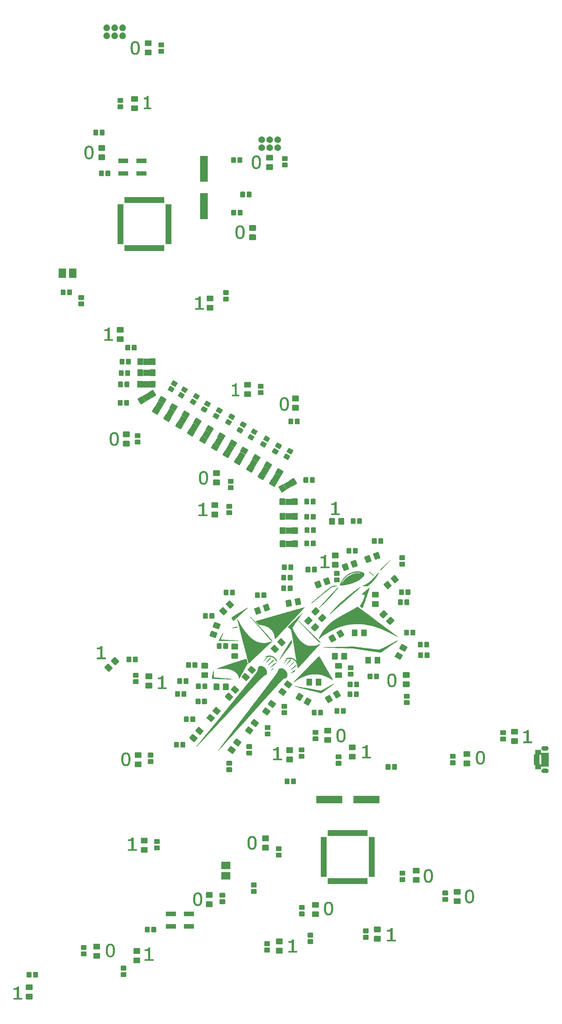
<source format=gbr>
G04 #@! TF.GenerationSoftware,KiCad,Pcbnew,(5.1.2)-1*
G04 #@! TF.CreationDate,2019-10-13T15:48:13+01:00*
G04 #@! TF.ProjectId,asdf,61736466-2e6b-4696-9361-645f70636258,rev?*
G04 #@! TF.SameCoordinates,Original*
G04 #@! TF.FileFunction,Soldermask,Bot*
G04 #@! TF.FilePolarity,Negative*
%FSLAX46Y46*%
G04 Gerber Fmt 4.6, Leading zero omitted, Abs format (unit mm)*
G04 Created by KiCad (PCBNEW (5.1.2)-1) date 2019-10-13 15:48:13*
%MOMM*%
%LPD*%
G04 APERTURE LIST*
%ADD10C,0.100000*%
%ADD11C,0.010000*%
G04 APERTURE END LIST*
D10*
G36*
X10520000Y-8390000D02*
G01*
X8488000Y-8390000D01*
X8487999Y-6485000D01*
X10520000Y-6485000D01*
X10520000Y-8390000D01*
G37*
X10520000Y-8390000D02*
X8488000Y-8390000D01*
X8487999Y-6485000D01*
X10520000Y-6485000D01*
X10520000Y-8390000D01*
G36*
X10520000Y-4170000D02*
G01*
X8488000Y-4170000D01*
X8487999Y-2265000D01*
X10520000Y-2265000D01*
X10520000Y-4170000D01*
G37*
X10520000Y-4170000D02*
X8488000Y-4170000D01*
X8487999Y-2265000D01*
X10520000Y-2265000D01*
X10520000Y-4170000D01*
G36*
X10490000Y360000D02*
G01*
X8458000Y360000D01*
X8457999Y2265000D01*
X10490000Y2265000D01*
X10490000Y360000D01*
G37*
X10490000Y360000D02*
X8458000Y360000D01*
X8457999Y2265000D01*
X10490000Y2265000D01*
X10490000Y360000D01*
G36*
X10450000Y5000000D02*
G01*
X8418000Y5000000D01*
X8417999Y6905000D01*
X10450000Y6905000D01*
X10450000Y5000000D01*
G37*
X10450000Y5000000D02*
X8418000Y5000000D01*
X8417999Y6905000D01*
X10450000Y6905000D01*
X10450000Y5000000D01*
G36*
X10499764Y10896000D02*
G01*
X8740000Y9880000D01*
X7787500Y11529778D01*
X9547264Y12545778D01*
X10499764Y10896000D01*
G37*
X10499764Y10896000D02*
X8740000Y9880000D01*
X7787500Y11529778D01*
X9547264Y12545778D01*
X10499764Y10896000D01*
G36*
X6826000Y14069764D02*
G01*
X5810000Y12310000D01*
X4160221Y13262500D01*
X5176222Y15022264D01*
X6826000Y14069764D01*
G37*
X6826000Y14069764D02*
X5810000Y12310000D01*
X4160221Y13262500D01*
X5176222Y15022264D01*
X6826000Y14069764D01*
G36*
X3166000Y16249764D02*
G01*
X2150000Y14490000D01*
X500221Y15442500D01*
X1516222Y17202264D01*
X3166000Y16249764D01*
G37*
X3166000Y16249764D02*
X2150000Y14490000D01*
X500221Y15442500D01*
X1516222Y17202264D01*
X3166000Y16249764D01*
G36*
X-494000Y18589764D02*
G01*
X-1510000Y16830000D01*
X-3159779Y17782500D01*
X-2143778Y19542264D01*
X-494000Y18589764D01*
G37*
X-494000Y18589764D02*
X-1510000Y16830000D01*
X-3159779Y17782500D01*
X-2143778Y19542264D01*
X-494000Y18589764D01*
G36*
X-4384000Y20939764D02*
G01*
X-5400000Y19180000D01*
X-7049779Y20132500D01*
X-6033778Y21892264D01*
X-4384000Y20939764D01*
G37*
X-4384000Y20939764D02*
X-5400000Y19180000D01*
X-7049779Y20132500D01*
X-6033778Y21892264D01*
X-4384000Y20939764D01*
G36*
X-7994000Y23239764D02*
G01*
X-9010000Y21480000D01*
X-10659779Y22432500D01*
X-9643778Y24192264D01*
X-7994000Y23239764D01*
G37*
X-7994000Y23239764D02*
X-9010000Y21480000D01*
X-10659779Y22432500D01*
X-9643778Y24192264D01*
X-7994000Y23239764D01*
G36*
X-11694000Y25489764D02*
G01*
X-12710000Y23730000D01*
X-14359779Y24682500D01*
X-13343778Y26442264D01*
X-11694000Y25489764D01*
G37*
X-11694000Y25489764D02*
X-12710000Y23730000D01*
X-14359779Y24682500D01*
X-13343778Y26442264D01*
X-11694000Y25489764D01*
G36*
X-15454000Y27789764D02*
G01*
X-16470000Y26030000D01*
X-18119779Y26982500D01*
X-17103778Y28742264D01*
X-15454000Y27789764D01*
G37*
X-15454000Y27789764D02*
X-16470000Y26030000D01*
X-18119779Y26982500D01*
X-17103778Y28742264D01*
X-15454000Y27789764D01*
G36*
X-19344000Y30139764D02*
G01*
X-20360000Y28380000D01*
X-22009779Y29332500D01*
X-20993778Y31092264D01*
X-19344000Y30139764D01*
G37*
X-19344000Y30139764D02*
X-20360000Y28380000D01*
X-22009779Y29332500D01*
X-20993778Y31092264D01*
X-19344000Y30139764D01*
G36*
X-23074000Y32429764D02*
G01*
X-24090000Y30670000D01*
X-25739779Y31622500D01*
X-24723778Y33382264D01*
X-23074000Y32429764D01*
G37*
X-23074000Y32429764D02*
X-24090000Y30670000D01*
X-25739779Y31622500D01*
X-24723778Y33382264D01*
X-23074000Y32429764D01*
G36*
X-26914000Y34769764D02*
G01*
X-27930000Y33010000D01*
X-29579779Y33962500D01*
X-28563778Y35722264D01*
X-26914000Y34769764D01*
G37*
X-26914000Y34769764D02*
X-27930000Y33010000D01*
X-29579779Y33962500D01*
X-28563778Y35722264D01*
X-26914000Y34769764D01*
G36*
X-30514000Y37069764D02*
G01*
X-31530000Y35310000D01*
X-33179779Y36262500D01*
X-32163778Y38022264D01*
X-30514000Y37069764D01*
G37*
X-30514000Y37069764D02*
X-31530000Y35310000D01*
X-33179779Y36262500D01*
X-32163778Y38022264D01*
X-30514000Y37069764D01*
G36*
X-34450000Y38990000D02*
G01*
X-36209764Y37974000D01*
X-37162264Y39623778D01*
X-35402500Y40639778D01*
X-34450000Y38990000D01*
G37*
X-34450000Y38990000D02*
X-36209764Y37974000D01*
X-37162264Y39623778D01*
X-35402500Y40639778D01*
X-34450000Y38990000D01*
G36*
X-34960000Y42445000D02*
G01*
X-36992000Y42445000D01*
X-36992000Y44350000D01*
X-34960000Y44350000D01*
X-34960000Y42445000D01*
G37*
X-34960000Y42445000D02*
X-36992000Y42445000D01*
X-36992000Y44350000D01*
X-34960000Y44350000D01*
X-34960000Y42445000D01*
G36*
X-34910000Y46135000D02*
G01*
X-36942000Y46135000D01*
X-36942000Y48040000D01*
X-34910000Y48040000D01*
X-34910000Y46135000D01*
G37*
X-34910000Y46135000D02*
X-36942000Y46135000D01*
X-36942000Y48040000D01*
X-34910000Y48040000D01*
X-34910000Y46135000D01*
G36*
X-34925000Y49657000D02*
G01*
X-36957000Y49657000D01*
X-36957000Y51562000D01*
X-34925000Y51562000D01*
X-34925000Y49657000D01*
G37*
X-34925000Y49657000D02*
X-36957000Y49657000D01*
X-36957000Y51562000D01*
X-34925000Y51562000D01*
X-34925000Y49657000D01*
D11*
G36*
X-39296705Y152751584D02*
G01*
X-39078945Y152705359D01*
X-38885369Y152628054D01*
X-38715293Y152518823D01*
X-38568031Y152376826D01*
X-38442898Y152201217D01*
X-38339211Y151991154D01*
X-38256283Y151745793D01*
X-38193430Y151464292D01*
X-38149968Y151145806D01*
X-38140805Y151045333D01*
X-38126249Y150761787D01*
X-38127426Y150471334D01*
X-38143571Y150183901D01*
X-38173923Y149909411D01*
X-38217717Y149657790D01*
X-38260944Y149483001D01*
X-38345037Y149243214D01*
X-38449584Y149039366D01*
X-38576373Y148869402D01*
X-38727187Y148731266D01*
X-38903815Y148622902D01*
X-39066728Y148555644D01*
X-39150612Y148529658D01*
X-39229543Y148512145D01*
X-39316920Y148501134D01*
X-39426144Y148494657D01*
X-39497000Y148492401D01*
X-39680525Y148492671D01*
X-39831633Y148503627D01*
X-39906788Y148515671D01*
X-40112428Y148575359D01*
X-40294274Y148664713D01*
X-40453306Y148785041D01*
X-40590505Y148937651D01*
X-40706852Y149123849D01*
X-40803329Y149344942D01*
X-40880917Y149602238D01*
X-40939732Y149891750D01*
X-40949404Y149976219D01*
X-40957093Y150094265D01*
X-40962799Y150238075D01*
X-40966520Y150399837D01*
X-40968254Y150571737D01*
X-40968097Y150679514D01*
X-40403991Y150679514D01*
X-40401561Y150419528D01*
X-40390184Y150162731D01*
X-40384935Y150087098D01*
X-40356479Y149827878D01*
X-40312784Y149606579D01*
X-40253062Y149421334D01*
X-40176521Y149270273D01*
X-40082373Y149151527D01*
X-39969826Y149063227D01*
X-39946599Y149049901D01*
X-39790860Y148988510D01*
X-39617189Y148961940D01*
X-39432338Y148970621D01*
X-39268974Y149006788D01*
X-39150331Y149061625D01*
X-39037734Y149148119D01*
X-38943559Y149256067D01*
X-38917583Y149296443D01*
X-38867871Y149401757D01*
X-38821435Y149538573D01*
X-38781210Y149696062D01*
X-38750131Y149863392D01*
X-38737378Y149961372D01*
X-38728153Y150076958D01*
X-38721300Y150224625D01*
X-38716828Y150394550D01*
X-38714750Y150576915D01*
X-38715073Y150761896D01*
X-38717810Y150939675D01*
X-38722971Y151100429D01*
X-38730564Y151234338D01*
X-38735984Y151294876D01*
X-38772665Y151538919D01*
X-38826649Y151745892D01*
X-38898956Y151917799D01*
X-38990607Y152056646D01*
X-39102621Y152164438D01*
X-39212882Y152232298D01*
X-39265552Y152255682D01*
X-39316940Y152270745D01*
X-39378566Y152279240D01*
X-39461949Y152282921D01*
X-39549917Y152283576D01*
X-39660385Y152282273D01*
X-39740505Y152277210D01*
X-39802213Y152266650D01*
X-39857445Y152248855D01*
X-39893389Y152233554D01*
X-40022330Y152152449D01*
X-40134020Y152035004D01*
X-40226349Y151884412D01*
X-40297207Y151703865D01*
X-40330784Y151571796D01*
X-40360870Y151388829D01*
X-40383318Y151173141D01*
X-40397801Y150933711D01*
X-40403991Y150679514D01*
X-40968097Y150679514D01*
X-40968000Y150745963D01*
X-40965756Y150914700D01*
X-40961521Y151070137D01*
X-40955293Y151204460D01*
X-40947071Y151309856D01*
X-40940023Y151362833D01*
X-40878340Y151652348D01*
X-40801671Y151903784D01*
X-40708895Y152119062D01*
X-40598891Y152300101D01*
X-40470539Y152448820D01*
X-40322719Y152567140D01*
X-40195500Y152638466D01*
X-40060669Y152695468D01*
X-39930278Y152734144D01*
X-39791231Y152757070D01*
X-39630433Y152766823D01*
X-39539333Y152767572D01*
X-39296705Y152751584D01*
X-39296705Y152751584D01*
G37*
X-39296705Y152751584D02*
X-39078945Y152705359D01*
X-38885369Y152628054D01*
X-38715293Y152518823D01*
X-38568031Y152376826D01*
X-38442898Y152201217D01*
X-38339211Y151991154D01*
X-38256283Y151745793D01*
X-38193430Y151464292D01*
X-38149968Y151145806D01*
X-38140805Y151045333D01*
X-38126249Y150761787D01*
X-38127426Y150471334D01*
X-38143571Y150183901D01*
X-38173923Y149909411D01*
X-38217717Y149657790D01*
X-38260944Y149483001D01*
X-38345037Y149243214D01*
X-38449584Y149039366D01*
X-38576373Y148869402D01*
X-38727187Y148731266D01*
X-38903815Y148622902D01*
X-39066728Y148555644D01*
X-39150612Y148529658D01*
X-39229543Y148512145D01*
X-39316920Y148501134D01*
X-39426144Y148494657D01*
X-39497000Y148492401D01*
X-39680525Y148492671D01*
X-39831633Y148503627D01*
X-39906788Y148515671D01*
X-40112428Y148575359D01*
X-40294274Y148664713D01*
X-40453306Y148785041D01*
X-40590505Y148937651D01*
X-40706852Y149123849D01*
X-40803329Y149344942D01*
X-40880917Y149602238D01*
X-40939732Y149891750D01*
X-40949404Y149976219D01*
X-40957093Y150094265D01*
X-40962799Y150238075D01*
X-40966520Y150399837D01*
X-40968254Y150571737D01*
X-40968097Y150679514D01*
X-40403991Y150679514D01*
X-40401561Y150419528D01*
X-40390184Y150162731D01*
X-40384935Y150087098D01*
X-40356479Y149827878D01*
X-40312784Y149606579D01*
X-40253062Y149421334D01*
X-40176521Y149270273D01*
X-40082373Y149151527D01*
X-39969826Y149063227D01*
X-39946599Y149049901D01*
X-39790860Y148988510D01*
X-39617189Y148961940D01*
X-39432338Y148970621D01*
X-39268974Y149006788D01*
X-39150331Y149061625D01*
X-39037734Y149148119D01*
X-38943559Y149256067D01*
X-38917583Y149296443D01*
X-38867871Y149401757D01*
X-38821435Y149538573D01*
X-38781210Y149696062D01*
X-38750131Y149863392D01*
X-38737378Y149961372D01*
X-38728153Y150076958D01*
X-38721300Y150224625D01*
X-38716828Y150394550D01*
X-38714750Y150576915D01*
X-38715073Y150761896D01*
X-38717810Y150939675D01*
X-38722971Y151100429D01*
X-38730564Y151234338D01*
X-38735984Y151294876D01*
X-38772665Y151538919D01*
X-38826649Y151745892D01*
X-38898956Y151917799D01*
X-38990607Y152056646D01*
X-39102621Y152164438D01*
X-39212882Y152232298D01*
X-39265552Y152255682D01*
X-39316940Y152270745D01*
X-39378566Y152279240D01*
X-39461949Y152282921D01*
X-39549917Y152283576D01*
X-39660385Y152282273D01*
X-39740505Y152277210D01*
X-39802213Y152266650D01*
X-39857445Y152248855D01*
X-39893389Y152233554D01*
X-40022330Y152152449D01*
X-40134020Y152035004D01*
X-40226349Y151884412D01*
X-40297207Y151703865D01*
X-40330784Y151571796D01*
X-40360870Y151388829D01*
X-40383318Y151173141D01*
X-40397801Y150933711D01*
X-40403991Y150679514D01*
X-40968097Y150679514D01*
X-40968000Y150745963D01*
X-40965756Y150914700D01*
X-40961521Y151070137D01*
X-40955293Y151204460D01*
X-40947071Y151309856D01*
X-40940023Y151362833D01*
X-40878340Y151652348D01*
X-40801671Y151903784D01*
X-40708895Y152119062D01*
X-40598891Y152300101D01*
X-40470539Y152448820D01*
X-40322719Y152567140D01*
X-40195500Y152638466D01*
X-40060669Y152695468D01*
X-39930278Y152734144D01*
X-39791231Y152757070D01*
X-39630433Y152766823D01*
X-39539333Y152767572D01*
X-39296705Y152751584D01*
G36*
X-35348333Y131593166D02*
G01*
X-34522833Y131593166D01*
X-34522833Y131169833D01*
X-36745333Y131169833D01*
X-36745333Y131593166D01*
X-35898667Y131593166D01*
X-35898667Y134323666D01*
X-36745333Y134323666D01*
X-36745333Y134716634D01*
X-36517792Y134741373D01*
X-36359004Y134761943D01*
X-36234340Y134786594D01*
X-36135615Y134817980D01*
X-36054642Y134858757D01*
X-35983238Y134911578D01*
X-35977444Y134916624D01*
X-35897777Y135004408D01*
X-35841578Y135110839D01*
X-35804482Y135239125D01*
X-35792027Y135297333D01*
X-35348333Y135297333D01*
X-35348333Y131593166D01*
X-35348333Y131593166D01*
G37*
X-35348333Y131593166D02*
X-34522833Y131593166D01*
X-34522833Y131169833D01*
X-36745333Y131169833D01*
X-36745333Y131593166D01*
X-35898667Y131593166D01*
X-35898667Y134323666D01*
X-36745333Y134323666D01*
X-36745333Y134716634D01*
X-36517792Y134741373D01*
X-36359004Y134761943D01*
X-36234340Y134786594D01*
X-36135615Y134817980D01*
X-36054642Y134858757D01*
X-35983238Y134911578D01*
X-35977444Y134916624D01*
X-35897777Y135004408D01*
X-35841578Y135110839D01*
X-35804482Y135239125D01*
X-35792027Y135297333D01*
X-35348333Y135297333D01*
X-35348333Y131593166D01*
G36*
X-54039316Y119425681D02*
G01*
X-53815183Y119374173D01*
X-53615489Y119288414D01*
X-53440021Y119168210D01*
X-53288564Y119013368D01*
X-53160905Y118823692D01*
X-53056831Y118598989D01*
X-52976128Y118339064D01*
X-52950596Y118226416D01*
X-52922422Y118054415D01*
X-52900870Y117851013D01*
X-52886083Y117626254D01*
X-52878205Y117390182D01*
X-52877380Y117152840D01*
X-52883751Y116924270D01*
X-52897464Y116714517D01*
X-52918661Y116533623D01*
X-52925736Y116490750D01*
X-52990316Y116203329D01*
X-53075605Y115952392D01*
X-53182161Y115737193D01*
X-53310544Y115556984D01*
X-53461313Y115411020D01*
X-53635026Y115298553D01*
X-53832243Y115218837D01*
X-53890333Y115202644D01*
X-54012474Y115179834D01*
X-54159170Y115164950D01*
X-54313236Y115158871D01*
X-54457484Y115162475D01*
X-54533298Y115169800D01*
X-54744287Y115214877D01*
X-54940214Y115289529D01*
X-55113901Y115390177D01*
X-55258168Y115513244D01*
X-55287663Y115545772D01*
X-55405663Y115711669D01*
X-55507048Y115914494D01*
X-55590896Y116151858D01*
X-55656289Y116421373D01*
X-55682141Y116569813D01*
X-55696393Y116692334D01*
X-55707396Y116846469D01*
X-55715070Y117022460D01*
X-55719336Y117210550D01*
X-55719681Y117295083D01*
X-55127304Y117295083D01*
X-55126920Y117088273D01*
X-55125701Y116918765D01*
X-55123448Y116781531D01*
X-55119965Y116671545D01*
X-55115054Y116583780D01*
X-55108515Y116513209D01*
X-55100152Y116454804D01*
X-55092716Y116416666D01*
X-55033443Y116197681D01*
X-54958574Y116016955D01*
X-54867031Y115872985D01*
X-54757740Y115764266D01*
X-54629623Y115689292D01*
X-54553436Y115662644D01*
X-54470458Y115647713D01*
X-54361052Y115639941D01*
X-54259565Y115639839D01*
X-54154858Y115645379D01*
X-54076819Y115656630D01*
X-54009856Y115676799D01*
X-53949250Y115703721D01*
X-53839682Y115769470D01*
X-53746245Y115853314D01*
X-53667826Y115958350D01*
X-53603316Y116087674D01*
X-53551603Y116244382D01*
X-53511577Y116431571D01*
X-53482126Y116652335D01*
X-53462140Y116909773D01*
X-53454219Y117083416D01*
X-53449575Y117386105D01*
X-53457692Y117668264D01*
X-53478113Y117926092D01*
X-53510378Y118155789D01*
X-53554029Y118353556D01*
X-53608607Y118515592D01*
X-53633638Y118570030D01*
X-53724724Y118716648D01*
X-53833223Y118826669D01*
X-53964345Y118904029D01*
X-54123301Y118952668D01*
X-54145484Y118956943D01*
X-54330991Y118972050D01*
X-54503711Y118949224D01*
X-54659926Y118890246D01*
X-54795918Y118796898D01*
X-54907968Y118670961D01*
X-54971724Y118561122D01*
X-55010575Y118474590D01*
X-55042538Y118389659D01*
X-55068254Y118301121D01*
X-55088361Y118203772D01*
X-55103501Y118092407D01*
X-55114312Y117961819D01*
X-55121434Y117806803D01*
X-55125507Y117622154D01*
X-55127170Y117402666D01*
X-55127304Y117295083D01*
X-55719681Y117295083D01*
X-55720115Y117400983D01*
X-55717327Y117584001D01*
X-55710893Y117749847D01*
X-55700734Y117888765D01*
X-55693375Y117951250D01*
X-55638066Y118257363D01*
X-55563776Y118526127D01*
X-55469650Y118758450D01*
X-55354832Y118955241D01*
X-55218468Y119117407D01*
X-55059702Y119245856D01*
X-54877678Y119341497D01*
X-54671542Y119405237D01*
X-54440438Y119437985D01*
X-54288101Y119443132D01*
X-54039316Y119425681D01*
X-54039316Y119425681D01*
G37*
X-54039316Y119425681D02*
X-53815183Y119374173D01*
X-53615489Y119288414D01*
X-53440021Y119168210D01*
X-53288564Y119013368D01*
X-53160905Y118823692D01*
X-53056831Y118598989D01*
X-52976128Y118339064D01*
X-52950596Y118226416D01*
X-52922422Y118054415D01*
X-52900870Y117851013D01*
X-52886083Y117626254D01*
X-52878205Y117390182D01*
X-52877380Y117152840D01*
X-52883751Y116924270D01*
X-52897464Y116714517D01*
X-52918661Y116533623D01*
X-52925736Y116490750D01*
X-52990316Y116203329D01*
X-53075605Y115952392D01*
X-53182161Y115737193D01*
X-53310544Y115556984D01*
X-53461313Y115411020D01*
X-53635026Y115298553D01*
X-53832243Y115218837D01*
X-53890333Y115202644D01*
X-54012474Y115179834D01*
X-54159170Y115164950D01*
X-54313236Y115158871D01*
X-54457484Y115162475D01*
X-54533298Y115169800D01*
X-54744287Y115214877D01*
X-54940214Y115289529D01*
X-55113901Y115390177D01*
X-55258168Y115513244D01*
X-55287663Y115545772D01*
X-55405663Y115711669D01*
X-55507048Y115914494D01*
X-55590896Y116151858D01*
X-55656289Y116421373D01*
X-55682141Y116569813D01*
X-55696393Y116692334D01*
X-55707396Y116846469D01*
X-55715070Y117022460D01*
X-55719336Y117210550D01*
X-55719681Y117295083D01*
X-55127304Y117295083D01*
X-55126920Y117088273D01*
X-55125701Y116918765D01*
X-55123448Y116781531D01*
X-55119965Y116671545D01*
X-55115054Y116583780D01*
X-55108515Y116513209D01*
X-55100152Y116454804D01*
X-55092716Y116416666D01*
X-55033443Y116197681D01*
X-54958574Y116016955D01*
X-54867031Y115872985D01*
X-54757740Y115764266D01*
X-54629623Y115689292D01*
X-54553436Y115662644D01*
X-54470458Y115647713D01*
X-54361052Y115639941D01*
X-54259565Y115639839D01*
X-54154858Y115645379D01*
X-54076819Y115656630D01*
X-54009856Y115676799D01*
X-53949250Y115703721D01*
X-53839682Y115769470D01*
X-53746245Y115853314D01*
X-53667826Y115958350D01*
X-53603316Y116087674D01*
X-53551603Y116244382D01*
X-53511577Y116431571D01*
X-53482126Y116652335D01*
X-53462140Y116909773D01*
X-53454219Y117083416D01*
X-53449575Y117386105D01*
X-53457692Y117668264D01*
X-53478113Y117926092D01*
X-53510378Y118155789D01*
X-53554029Y118353556D01*
X-53608607Y118515592D01*
X-53633638Y118570030D01*
X-53724724Y118716648D01*
X-53833223Y118826669D01*
X-53964345Y118904029D01*
X-54123301Y118952668D01*
X-54145484Y118956943D01*
X-54330991Y118972050D01*
X-54503711Y118949224D01*
X-54659926Y118890246D01*
X-54795918Y118796898D01*
X-54907968Y118670961D01*
X-54971724Y118561122D01*
X-55010575Y118474590D01*
X-55042538Y118389659D01*
X-55068254Y118301121D01*
X-55088361Y118203772D01*
X-55103501Y118092407D01*
X-55114312Y117961819D01*
X-55121434Y117806803D01*
X-55125507Y117622154D01*
X-55127170Y117402666D01*
X-55127304Y117295083D01*
X-55719681Y117295083D01*
X-55720115Y117400983D01*
X-55717327Y117584001D01*
X-55710893Y117749847D01*
X-55700734Y117888765D01*
X-55693375Y117951250D01*
X-55638066Y118257363D01*
X-55563776Y118526127D01*
X-55469650Y118758450D01*
X-55354832Y118955241D01*
X-55218468Y119117407D01*
X-55059702Y119245856D01*
X-54877678Y119341497D01*
X-54671542Y119405237D01*
X-54440438Y119437985D01*
X-54288101Y119443132D01*
X-54039316Y119425681D01*
G36*
X-753902Y116336446D02*
G01*
X-620369Y116325426D01*
X-511634Y116308075D01*
X-488526Y116302403D01*
X-285464Y116229061D01*
X-106523Y116125344D01*
X49077Y115990134D01*
X182118Y115822308D01*
X293382Y115620746D01*
X383651Y115384328D01*
X453707Y115111931D01*
X491421Y114897325D01*
X502406Y114793541D01*
X510485Y114657187D01*
X515720Y114496781D01*
X518172Y114320842D01*
X517902Y114137886D01*
X514972Y113956432D01*
X509443Y113784998D01*
X501377Y113632102D01*
X490835Y113506263D01*
X480854Y113431915D01*
X420700Y113148126D01*
X344103Y112901807D01*
X249600Y112690832D01*
X135728Y112513075D01*
X1025Y112366412D01*
X-155973Y112248716D01*
X-336728Y112157864D01*
X-416394Y112128433D01*
X-553171Y112094100D01*
X-715712Y112071544D01*
X-888899Y112061547D01*
X-1057617Y112064889D01*
X-1206748Y112082354D01*
X-1227667Y112086487D01*
X-1440054Y112147977D01*
X-1627348Y112238157D01*
X-1790547Y112358371D01*
X-1930648Y112509962D01*
X-2048647Y112694273D01*
X-2145541Y112912649D01*
X-2222327Y113166433D01*
X-2280002Y113456968D01*
X-2288938Y113516833D01*
X-2300720Y113630543D01*
X-2309230Y113776489D01*
X-2314525Y113945524D01*
X-2316664Y114128499D01*
X-2315788Y114299838D01*
X-1741512Y114299838D01*
X-1740824Y114083348D01*
X-1735284Y113871189D01*
X-1724985Y113671331D01*
X-1710019Y113491743D01*
X-1690477Y113340397D01*
X-1673148Y113251369D01*
X-1611374Y113048143D01*
X-1530875Y112877109D01*
X-1433104Y112740287D01*
X-1319514Y112639700D01*
X-1191555Y112577369D01*
X-1188291Y112576351D01*
X-1085904Y112555667D01*
X-959864Y112545928D01*
X-826761Y112547061D01*
X-703187Y112558997D01*
X-614256Y112578781D01*
X-477556Y112644839D01*
X-358802Y112747884D01*
X-259674Y112885819D01*
X-181853Y113056545D01*
X-150351Y113157637D01*
X-121532Y113274650D01*
X-98917Y113391764D01*
X-81881Y113516060D01*
X-69799Y113654622D01*
X-62045Y113814531D01*
X-57995Y114002868D01*
X-57011Y114215333D01*
X-61610Y114515173D01*
X-75356Y114776459D01*
X-99143Y115002158D01*
X-133865Y115195239D01*
X-180418Y115358668D01*
X-239695Y115495413D01*
X-312590Y115608442D01*
X-399998Y115700721D01*
X-502814Y115775218D01*
X-532227Y115792067D01*
X-596512Y115823736D01*
X-657618Y115843700D01*
X-730343Y115855363D01*
X-829486Y115862134D01*
X-838317Y115862536D01*
X-1013752Y115859735D01*
X-1160774Y115832993D01*
X-1287074Y115780468D01*
X-1350479Y115739934D01*
X-1457745Y115637783D01*
X-1549583Y115499752D01*
X-1623846Y115330161D01*
X-1678384Y115133326D01*
X-1693912Y115049688D01*
X-1713549Y114895582D01*
X-1727967Y114713925D01*
X-1737257Y114512687D01*
X-1741512Y114299838D01*
X-2315788Y114299838D01*
X-2315703Y114316268D01*
X-2311700Y114499683D01*
X-2304713Y114669596D01*
X-2294798Y114816860D01*
X-2282013Y114932326D01*
X-2279973Y114945583D01*
X-2219508Y115240364D01*
X-2138618Y115498606D01*
X-2036638Y115721212D01*
X-1912904Y115909080D01*
X-1766750Y116063114D01*
X-1597511Y116184212D01*
X-1404522Y116273277D01*
X-1270000Y116313455D01*
X-1170281Y116329640D01*
X-1042158Y116338741D01*
X-898932Y116340947D01*
X-753902Y116336446D01*
X-753902Y116336446D01*
G37*
X-753902Y116336446D02*
X-620369Y116325426D01*
X-511634Y116308075D01*
X-488526Y116302403D01*
X-285464Y116229061D01*
X-106523Y116125344D01*
X49077Y115990134D01*
X182118Y115822308D01*
X293382Y115620746D01*
X383651Y115384328D01*
X453707Y115111931D01*
X491421Y114897325D01*
X502406Y114793541D01*
X510485Y114657187D01*
X515720Y114496781D01*
X518172Y114320842D01*
X517902Y114137886D01*
X514972Y113956432D01*
X509443Y113784998D01*
X501377Y113632102D01*
X490835Y113506263D01*
X480854Y113431915D01*
X420700Y113148126D01*
X344103Y112901807D01*
X249600Y112690832D01*
X135728Y112513075D01*
X1025Y112366412D01*
X-155973Y112248716D01*
X-336728Y112157864D01*
X-416394Y112128433D01*
X-553171Y112094100D01*
X-715712Y112071544D01*
X-888899Y112061547D01*
X-1057617Y112064889D01*
X-1206748Y112082354D01*
X-1227667Y112086487D01*
X-1440054Y112147977D01*
X-1627348Y112238157D01*
X-1790547Y112358371D01*
X-1930648Y112509962D01*
X-2048647Y112694273D01*
X-2145541Y112912649D01*
X-2222327Y113166433D01*
X-2280002Y113456968D01*
X-2288938Y113516833D01*
X-2300720Y113630543D01*
X-2309230Y113776489D01*
X-2314525Y113945524D01*
X-2316664Y114128499D01*
X-2315788Y114299838D01*
X-1741512Y114299838D01*
X-1740824Y114083348D01*
X-1735284Y113871189D01*
X-1724985Y113671331D01*
X-1710019Y113491743D01*
X-1690477Y113340397D01*
X-1673148Y113251369D01*
X-1611374Y113048143D01*
X-1530875Y112877109D01*
X-1433104Y112740287D01*
X-1319514Y112639700D01*
X-1191555Y112577369D01*
X-1188291Y112576351D01*
X-1085904Y112555667D01*
X-959864Y112545928D01*
X-826761Y112547061D01*
X-703187Y112558997D01*
X-614256Y112578781D01*
X-477556Y112644839D01*
X-358802Y112747884D01*
X-259674Y112885819D01*
X-181853Y113056545D01*
X-150351Y113157637D01*
X-121532Y113274650D01*
X-98917Y113391764D01*
X-81881Y113516060D01*
X-69799Y113654622D01*
X-62045Y113814531D01*
X-57995Y114002868D01*
X-57011Y114215333D01*
X-61610Y114515173D01*
X-75356Y114776459D01*
X-99143Y115002158D01*
X-133865Y115195239D01*
X-180418Y115358668D01*
X-239695Y115495413D01*
X-312590Y115608442D01*
X-399998Y115700721D01*
X-502814Y115775218D01*
X-532227Y115792067D01*
X-596512Y115823736D01*
X-657618Y115843700D01*
X-730343Y115855363D01*
X-829486Y115862134D01*
X-838317Y115862536D01*
X-1013752Y115859735D01*
X-1160774Y115832993D01*
X-1287074Y115780468D01*
X-1350479Y115739934D01*
X-1457745Y115637783D01*
X-1549583Y115499752D01*
X-1623846Y115330161D01*
X-1678384Y115133326D01*
X-1693912Y115049688D01*
X-1713549Y114895582D01*
X-1727967Y114713925D01*
X-1737257Y114512687D01*
X-1741512Y114299838D01*
X-2315788Y114299838D01*
X-2315703Y114316268D01*
X-2311700Y114499683D01*
X-2304713Y114669596D01*
X-2294798Y114816860D01*
X-2282013Y114932326D01*
X-2279973Y114945583D01*
X-2219508Y115240364D01*
X-2138618Y115498606D01*
X-2036638Y115721212D01*
X-1912904Y115909080D01*
X-1766750Y116063114D01*
X-1597511Y116184212D01*
X-1404522Y116273277D01*
X-1270000Y116313455D01*
X-1170281Y116329640D01*
X-1042158Y116338741D01*
X-898932Y116340947D01*
X-753902Y116336446D01*
G36*
X-5859722Y94027868D02*
G01*
X-5638801Y93982521D01*
X-5442808Y93905738D01*
X-5270733Y93796534D01*
X-5121563Y93653921D01*
X-4994287Y93476916D01*
X-4887893Y93264532D01*
X-4801371Y93015783D01*
X-4733707Y92729683D01*
X-4728019Y92699416D01*
X-4712743Y92587318D01*
X-4700911Y92441525D01*
X-4692523Y92270535D01*
X-4687575Y92082847D01*
X-4686066Y91886958D01*
X-4687995Y91691366D01*
X-4693359Y91504571D01*
X-4702155Y91335069D01*
X-4714384Y91191359D01*
X-4728384Y91090750D01*
X-4785598Y90829394D01*
X-4856168Y90604304D01*
X-4942092Y90410963D01*
X-5045370Y90244857D01*
X-5164644Y90104852D01*
X-5327171Y89969152D01*
X-5513229Y89867445D01*
X-5723463Y89799542D01*
X-5958517Y89765251D01*
X-6219037Y89764383D01*
X-6297808Y89770208D01*
X-6522262Y89807033D01*
X-6722540Y89875544D01*
X-6899329Y89976553D01*
X-7053317Y90110874D01*
X-7185194Y90279321D01*
X-7295648Y90482706D01*
X-7385366Y90721843D01*
X-7455036Y90997544D01*
X-7486582Y91174859D01*
X-7499947Y91290335D01*
X-7510314Y91437930D01*
X-7517619Y91608180D01*
X-7520352Y91728080D01*
X-6942094Y91728080D01*
X-6940288Y91554730D01*
X-6935349Y91400366D01*
X-6927086Y91272650D01*
X-6922914Y91231659D01*
X-6883756Y90984306D01*
X-6827802Y90774801D01*
X-6754308Y90601822D01*
X-6662529Y90464045D01*
X-6551720Y90360147D01*
X-6421139Y90288804D01*
X-6385357Y90275914D01*
X-6245780Y90245309D01*
X-6092480Y90236703D01*
X-5940233Y90249415D01*
X-5803814Y90282765D01*
X-5749709Y90305208D01*
X-5641369Y90370256D01*
X-5548544Y90453378D01*
X-5470383Y90557356D01*
X-5406036Y90684976D01*
X-5354654Y90839023D01*
X-5315385Y91022280D01*
X-5287381Y91237532D01*
X-5269790Y91487563D01*
X-5261763Y91775159D01*
X-5261038Y91905666D01*
X-5262562Y92134799D01*
X-5267498Y92328321D01*
X-5276387Y92492857D01*
X-5289774Y92635032D01*
X-5308203Y92761472D01*
X-5332216Y92878801D01*
X-5345146Y92930997D01*
X-5412666Y93125959D01*
X-5504698Y93286433D01*
X-5621282Y93412472D01*
X-5762460Y93504133D01*
X-5775211Y93510164D01*
X-5844280Y93538572D01*
X-5909491Y93555449D01*
X-5986424Y93563586D01*
X-6085417Y93565767D01*
X-6245538Y93557591D01*
X-6376818Y93529952D01*
X-6489589Y93479434D01*
X-6594181Y93402624D01*
X-6603116Y93394692D01*
X-6706050Y93277268D01*
X-6789927Y93126394D01*
X-6855860Y92939828D01*
X-6883064Y92829613D01*
X-6897839Y92737871D01*
X-6910818Y92611486D01*
X-6921810Y92458122D01*
X-6930625Y92285438D01*
X-6937071Y92101095D01*
X-6940958Y91912756D01*
X-6942094Y91728080D01*
X-7520352Y91728080D01*
X-7521801Y91791618D01*
X-7522797Y91978779D01*
X-7520544Y92160197D01*
X-7514980Y92326408D01*
X-7506043Y92467946D01*
X-7495740Y92561833D01*
X-7439602Y92867064D01*
X-7364783Y93134821D01*
X-7270408Y93366037D01*
X-7155602Y93561647D01*
X-7019489Y93722583D01*
X-6861193Y93849778D01*
X-6679840Y93944165D01*
X-6474554Y94006678D01*
X-6244459Y94038251D01*
X-6106583Y94042765D01*
X-5859722Y94027868D01*
X-5859722Y94027868D01*
G37*
X-5859722Y94027868D02*
X-5638801Y93982521D01*
X-5442808Y93905738D01*
X-5270733Y93796534D01*
X-5121563Y93653921D01*
X-4994287Y93476916D01*
X-4887893Y93264532D01*
X-4801371Y93015783D01*
X-4733707Y92729683D01*
X-4728019Y92699416D01*
X-4712743Y92587318D01*
X-4700911Y92441525D01*
X-4692523Y92270535D01*
X-4687575Y92082847D01*
X-4686066Y91886958D01*
X-4687995Y91691366D01*
X-4693359Y91504571D01*
X-4702155Y91335069D01*
X-4714384Y91191359D01*
X-4728384Y91090750D01*
X-4785598Y90829394D01*
X-4856168Y90604304D01*
X-4942092Y90410963D01*
X-5045370Y90244857D01*
X-5164644Y90104852D01*
X-5327171Y89969152D01*
X-5513229Y89867445D01*
X-5723463Y89799542D01*
X-5958517Y89765251D01*
X-6219037Y89764383D01*
X-6297808Y89770208D01*
X-6522262Y89807033D01*
X-6722540Y89875544D01*
X-6899329Y89976553D01*
X-7053317Y90110874D01*
X-7185194Y90279321D01*
X-7295648Y90482706D01*
X-7385366Y90721843D01*
X-7455036Y90997544D01*
X-7486582Y91174859D01*
X-7499947Y91290335D01*
X-7510314Y91437930D01*
X-7517619Y91608180D01*
X-7520352Y91728080D01*
X-6942094Y91728080D01*
X-6940288Y91554730D01*
X-6935349Y91400366D01*
X-6927086Y91272650D01*
X-6922914Y91231659D01*
X-6883756Y90984306D01*
X-6827802Y90774801D01*
X-6754308Y90601822D01*
X-6662529Y90464045D01*
X-6551720Y90360147D01*
X-6421139Y90288804D01*
X-6385357Y90275914D01*
X-6245780Y90245309D01*
X-6092480Y90236703D01*
X-5940233Y90249415D01*
X-5803814Y90282765D01*
X-5749709Y90305208D01*
X-5641369Y90370256D01*
X-5548544Y90453378D01*
X-5470383Y90557356D01*
X-5406036Y90684976D01*
X-5354654Y90839023D01*
X-5315385Y91022280D01*
X-5287381Y91237532D01*
X-5269790Y91487563D01*
X-5261763Y91775159D01*
X-5261038Y91905666D01*
X-5262562Y92134799D01*
X-5267498Y92328321D01*
X-5276387Y92492857D01*
X-5289774Y92635032D01*
X-5308203Y92761472D01*
X-5332216Y92878801D01*
X-5345146Y92930997D01*
X-5412666Y93125959D01*
X-5504698Y93286433D01*
X-5621282Y93412472D01*
X-5762460Y93504133D01*
X-5775211Y93510164D01*
X-5844280Y93538572D01*
X-5909491Y93555449D01*
X-5986424Y93563586D01*
X-6085417Y93565767D01*
X-6245538Y93557591D01*
X-6376818Y93529952D01*
X-6489589Y93479434D01*
X-6594181Y93402624D01*
X-6603116Y93394692D01*
X-6706050Y93277268D01*
X-6789927Y93126394D01*
X-6855860Y92939828D01*
X-6883064Y92829613D01*
X-6897839Y92737871D01*
X-6910818Y92611486D01*
X-6921810Y92458122D01*
X-6930625Y92285438D01*
X-6937071Y92101095D01*
X-6940958Y91912756D01*
X-6942094Y91728080D01*
X-7520352Y91728080D01*
X-7521801Y91791618D01*
X-7522797Y91978779D01*
X-7520544Y92160197D01*
X-7514980Y92326408D01*
X-7506043Y92467946D01*
X-7495740Y92561833D01*
X-7439602Y92867064D01*
X-7364783Y93134821D01*
X-7270408Y93366037D01*
X-7155602Y93561647D01*
X-7019489Y93722583D01*
X-6861193Y93849778D01*
X-6679840Y93944165D01*
X-6474554Y94006678D01*
X-6244459Y94038251D01*
X-6106583Y94042765D01*
X-5859722Y94027868D01*
G36*
X-18690167Y67669833D02*
G01*
X-17653000Y67669833D01*
X-17653000Y67225333D01*
X-20404667Y67225333D01*
X-20404667Y67669833D01*
X-19367500Y67669833D01*
X-19367500Y70400333D01*
X-20404667Y70400333D01*
X-20404667Y70802500D01*
X-20271820Y70802500D01*
X-20148345Y70807012D01*
X-20009087Y70819263D01*
X-19869655Y70837319D01*
X-19745655Y70859249D01*
X-19674417Y70876433D01*
X-19533570Y70932530D01*
X-19414386Y71011701D01*
X-19322552Y71108482D01*
X-19263750Y71217408D01*
X-19246485Y71287820D01*
X-19234926Y71374000D01*
X-18690167Y71374000D01*
X-18690167Y67669833D01*
X-18690167Y67669833D01*
G37*
X-18690167Y67669833D02*
X-17653000Y67669833D01*
X-17653000Y67225333D01*
X-20404667Y67225333D01*
X-20404667Y67669833D01*
X-19367500Y67669833D01*
X-19367500Y70400333D01*
X-20404667Y70400333D01*
X-20404667Y70802500D01*
X-20271820Y70802500D01*
X-20148345Y70807012D01*
X-20009087Y70819263D01*
X-19869655Y70837319D01*
X-19745655Y70859249D01*
X-19674417Y70876433D01*
X-19533570Y70932530D01*
X-19414386Y71011701D01*
X-19322552Y71108482D01*
X-19263750Y71217408D01*
X-19246485Y71287820D01*
X-19234926Y71374000D01*
X-18690167Y71374000D01*
X-18690167Y67669833D01*
G36*
X-47667333Y57763833D02*
G01*
X-46651333Y57763833D01*
X-46651333Y57319333D01*
X-49403000Y57319333D01*
X-49403000Y57763833D01*
X-48344667Y57763833D01*
X-48344667Y60494333D01*
X-49403000Y60494333D01*
X-49403000Y60869579D01*
X-49304796Y60883039D01*
X-49220542Y60891695D01*
X-49134775Y60896280D01*
X-49117069Y60896500D01*
X-49015738Y60902728D01*
X-48895591Y60919479D01*
X-48770904Y60943855D01*
X-48655951Y60972957D01*
X-48565008Y61003887D01*
X-48545750Y61012500D01*
X-48424689Y61088034D01*
X-48328804Y61182292D01*
X-48265159Y61287603D01*
X-48249483Y61334292D01*
X-48223624Y61436250D01*
X-47945479Y61442156D01*
X-47667333Y61448062D01*
X-47667333Y57763833D01*
X-47667333Y57763833D01*
G37*
X-47667333Y57763833D02*
X-46651333Y57763833D01*
X-46651333Y57319333D01*
X-49403000Y57319333D01*
X-49403000Y57763833D01*
X-48344667Y57763833D01*
X-48344667Y60494333D01*
X-49403000Y60494333D01*
X-49403000Y60869579D01*
X-49304796Y60883039D01*
X-49220542Y60891695D01*
X-49134775Y60896280D01*
X-49117069Y60896500D01*
X-49015738Y60902728D01*
X-48895591Y60919479D01*
X-48770904Y60943855D01*
X-48655951Y60972957D01*
X-48565008Y61003887D01*
X-48545750Y61012500D01*
X-48424689Y61088034D01*
X-48328804Y61182292D01*
X-48265159Y61287603D01*
X-48249483Y61334292D01*
X-48223624Y61436250D01*
X-47945479Y61442156D01*
X-47667333Y61448062D01*
X-47667333Y57763833D01*
G36*
X-7217833Y40047333D02*
G01*
X-6392333Y40047333D01*
X-6392333Y39602833D01*
X-8636000Y39602833D01*
X-8636000Y40047333D01*
X-7768167Y40047333D01*
X-7768167Y42777833D01*
X-8636000Y42777833D01*
X-8636000Y43155787D01*
X-8514292Y43168431D01*
X-8354777Y43186119D01*
X-8229848Y43203237D01*
X-8131835Y43221769D01*
X-8053066Y43243698D01*
X-7985871Y43271008D01*
X-7922579Y43305683D01*
X-7881402Y43332106D01*
X-7812974Y43394315D01*
X-7751580Y43478845D01*
X-7705790Y43571023D01*
X-7684170Y43656178D01*
X-7683500Y43670989D01*
X-7683500Y43730333D01*
X-7217833Y43730333D01*
X-7217833Y40047333D01*
X-7217833Y40047333D01*
G37*
X-7217833Y40047333D02*
X-6392333Y40047333D01*
X-6392333Y39602833D01*
X-8636000Y39602833D01*
X-8636000Y40047333D01*
X-7768167Y40047333D01*
X-7768167Y42777833D01*
X-8636000Y42777833D01*
X-8636000Y43155787D01*
X-8514292Y43168431D01*
X-8354777Y43186119D01*
X-8229848Y43203237D01*
X-8131835Y43221769D01*
X-8053066Y43243698D01*
X-7985871Y43271008D01*
X-7922579Y43305683D01*
X-7881402Y43332106D01*
X-7812974Y43394315D01*
X-7751580Y43478845D01*
X-7705790Y43571023D01*
X-7684170Y43656178D01*
X-7683500Y43670989D01*
X-7683500Y43730333D01*
X-7217833Y43730333D01*
X-7217833Y40047333D01*
G36*
X8174249Y39277193D02*
G01*
X8406951Y39243251D01*
X8614946Y39176224D01*
X8798738Y39075623D01*
X8958834Y38940958D01*
X9095738Y38771738D01*
X9209956Y38567473D01*
X9301994Y38327674D01*
X9372357Y38051850D01*
X9409915Y37830434D01*
X9425849Y37678963D01*
X9436846Y37496588D01*
X9442906Y37294451D01*
X9444029Y37083693D01*
X9440213Y36875454D01*
X9431456Y36680877D01*
X9417759Y36511103D01*
X9410033Y36446134D01*
X9356190Y36145638D01*
X9280277Y35881033D01*
X9182014Y35651914D01*
X9061117Y35457877D01*
X8917306Y35298516D01*
X8750298Y35173427D01*
X8559812Y35082203D01*
X8434097Y35043547D01*
X8314896Y35021360D01*
X8170919Y35006192D01*
X8019280Y34998940D01*
X7877091Y35000499D01*
X7778110Y35009184D01*
X7554290Y35058352D01*
X7355007Y35139354D01*
X7179911Y35252731D01*
X7028655Y35399023D01*
X6900889Y35578768D01*
X6796263Y35792508D01*
X6714429Y36040782D01*
X6655036Y36324129D01*
X6617737Y36643091D01*
X6607119Y36819416D01*
X6599462Y37203161D01*
X6599681Y37209603D01*
X7178672Y37209603D01*
X7182835Y36914666D01*
X7188322Y36757643D01*
X7195856Y36607827D01*
X7204856Y36473729D01*
X7214740Y36363857D01*
X7224928Y36286722D01*
X7226220Y36279666D01*
X7281982Y36055405D01*
X7356091Y35868806D01*
X7449036Y35719146D01*
X7561308Y35605706D01*
X7693394Y35527765D01*
X7750668Y35506745D01*
X7853161Y35486300D01*
X7978810Y35478041D01*
X8110255Y35481883D01*
X8230138Y35497739D01*
X8277616Y35509338D01*
X8416326Y35567099D01*
X8533806Y35653336D01*
X8631722Y35770474D01*
X8711743Y35920939D01*
X8775535Y36107155D01*
X8818323Y36295784D01*
X8828590Y36370696D01*
X8838503Y36479960D01*
X8847542Y36615597D01*
X8855184Y36769627D01*
X8860909Y36934071D01*
X8861516Y36957000D01*
X8865201Y37273318D01*
X8858810Y37551347D01*
X8841839Y37794035D01*
X8813784Y38004331D01*
X8774142Y38185183D01*
X8722408Y38339538D01*
X8658079Y38470345D01*
X8585042Y38575242D01*
X8476732Y38675267D01*
X8340795Y38749145D01*
X8184600Y38794551D01*
X8015515Y38809158D01*
X7880091Y38797782D01*
X7737720Y38762886D01*
X7613225Y38705383D01*
X7505922Y38623423D01*
X7415127Y38515157D01*
X7340154Y38378737D01*
X7280320Y38212314D01*
X7234939Y38014037D01*
X7203327Y37782060D01*
X7184800Y37514531D01*
X7178672Y37209603D01*
X6599681Y37209603D01*
X6611322Y37550861D01*
X6642856Y37864120D01*
X6694222Y38144543D01*
X6760685Y38379502D01*
X6832880Y38565926D01*
X6913748Y38720746D01*
X7009552Y38854620D01*
X7093621Y38946349D01*
X7242763Y39072520D01*
X7407227Y39166915D01*
X7592672Y39231817D01*
X7804757Y39269513D01*
X7916333Y39278541D01*
X8174249Y39277193D01*
X8174249Y39277193D01*
G37*
X8174249Y39277193D02*
X8406951Y39243251D01*
X8614946Y39176224D01*
X8798738Y39075623D01*
X8958834Y38940958D01*
X9095738Y38771738D01*
X9209956Y38567473D01*
X9301994Y38327674D01*
X9372357Y38051850D01*
X9409915Y37830434D01*
X9425849Y37678963D01*
X9436846Y37496588D01*
X9442906Y37294451D01*
X9444029Y37083693D01*
X9440213Y36875454D01*
X9431456Y36680877D01*
X9417759Y36511103D01*
X9410033Y36446134D01*
X9356190Y36145638D01*
X9280277Y35881033D01*
X9182014Y35651914D01*
X9061117Y35457877D01*
X8917306Y35298516D01*
X8750298Y35173427D01*
X8559812Y35082203D01*
X8434097Y35043547D01*
X8314896Y35021360D01*
X8170919Y35006192D01*
X8019280Y34998940D01*
X7877091Y35000499D01*
X7778110Y35009184D01*
X7554290Y35058352D01*
X7355007Y35139354D01*
X7179911Y35252731D01*
X7028655Y35399023D01*
X6900889Y35578768D01*
X6796263Y35792508D01*
X6714429Y36040782D01*
X6655036Y36324129D01*
X6617737Y36643091D01*
X6607119Y36819416D01*
X6599462Y37203161D01*
X6599681Y37209603D01*
X7178672Y37209603D01*
X7182835Y36914666D01*
X7188322Y36757643D01*
X7195856Y36607827D01*
X7204856Y36473729D01*
X7214740Y36363857D01*
X7224928Y36286722D01*
X7226220Y36279666D01*
X7281982Y36055405D01*
X7356091Y35868806D01*
X7449036Y35719146D01*
X7561308Y35605706D01*
X7693394Y35527765D01*
X7750668Y35506745D01*
X7853161Y35486300D01*
X7978810Y35478041D01*
X8110255Y35481883D01*
X8230138Y35497739D01*
X8277616Y35509338D01*
X8416326Y35567099D01*
X8533806Y35653336D01*
X8631722Y35770474D01*
X8711743Y35920939D01*
X8775535Y36107155D01*
X8818323Y36295784D01*
X8828590Y36370696D01*
X8838503Y36479960D01*
X8847542Y36615597D01*
X8855184Y36769627D01*
X8860909Y36934071D01*
X8861516Y36957000D01*
X8865201Y37273318D01*
X8858810Y37551347D01*
X8841839Y37794035D01*
X8813784Y38004331D01*
X8774142Y38185183D01*
X8722408Y38339538D01*
X8658079Y38470345D01*
X8585042Y38575242D01*
X8476732Y38675267D01*
X8340795Y38749145D01*
X8184600Y38794551D01*
X8015515Y38809158D01*
X7880091Y38797782D01*
X7737720Y38762886D01*
X7613225Y38705383D01*
X7505922Y38623423D01*
X7415127Y38515157D01*
X7340154Y38378737D01*
X7280320Y38212314D01*
X7234939Y38014037D01*
X7203327Y37782060D01*
X7184800Y37514531D01*
X7178672Y37209603D01*
X6599681Y37209603D01*
X6611322Y37550861D01*
X6642856Y37864120D01*
X6694222Y38144543D01*
X6760685Y38379502D01*
X6832880Y38565926D01*
X6913748Y38720746D01*
X7009552Y38854620D01*
X7093621Y38946349D01*
X7242763Y39072520D01*
X7407227Y39166915D01*
X7592672Y39231817D01*
X7804757Y39269513D01*
X7916333Y39278541D01*
X8174249Y39277193D01*
G36*
X-46016866Y28118129D02*
G01*
X-45813029Y28081618D01*
X-45634084Y28018610D01*
X-45474555Y27927119D01*
X-45328964Y27805155D01*
X-45313610Y27789839D01*
X-45182393Y27629340D01*
X-45069511Y27433992D01*
X-44976611Y27207854D01*
X-44905339Y26954981D01*
X-44857341Y26679430D01*
X-44854898Y26659416D01*
X-44824376Y26311397D01*
X-44814984Y25966445D01*
X-44826263Y25631503D01*
X-44857754Y25313518D01*
X-44908997Y25019433D01*
X-44979535Y24756193D01*
X-44981006Y24751694D01*
X-45075200Y24521402D01*
X-45195627Y24324125D01*
X-45342085Y24160065D01*
X-45514370Y24029423D01*
X-45712279Y23932399D01*
X-45856739Y23886901D01*
X-45968189Y23867685D01*
X-46107513Y23857200D01*
X-46261200Y23855268D01*
X-46415738Y23861709D01*
X-46557617Y23876342D01*
X-46668466Y23897695D01*
X-46836886Y23953190D01*
X-46980974Y24028144D01*
X-47115457Y24131044D01*
X-47181285Y24193217D01*
X-47315056Y24353195D01*
X-47427185Y24545563D01*
X-47518346Y24771839D01*
X-47589213Y25033540D01*
X-47616553Y25174117D01*
X-47631304Y25285876D01*
X-47643583Y25430629D01*
X-47653183Y25599099D01*
X-47659898Y25782009D01*
X-47661532Y25866818D01*
X-47093816Y25866818D01*
X-47087738Y25645573D01*
X-47075740Y25438106D01*
X-47058107Y25252273D01*
X-47035122Y25095932D01*
X-47018935Y25019773D01*
X-46952946Y24812117D01*
X-46866854Y24641460D01*
X-46760289Y24507347D01*
X-46632880Y24409323D01*
X-46484255Y24346934D01*
X-46466454Y24342191D01*
X-46360367Y24327028D01*
X-46233709Y24326251D01*
X-46102757Y24338492D01*
X-45983789Y24362387D01*
X-45907967Y24389072D01*
X-45795264Y24454601D01*
X-45698595Y24540214D01*
X-45617149Y24648486D01*
X-45550116Y24781990D01*
X-45496685Y24943303D01*
X-45456044Y25134999D01*
X-45427384Y25359651D01*
X-45409893Y25619835D01*
X-45402761Y25918125D01*
X-45402500Y25994100D01*
X-45407024Y26293781D01*
X-45421055Y26555042D01*
X-45445281Y26780866D01*
X-45480389Y26974238D01*
X-45527067Y27138143D01*
X-45586003Y27275563D01*
X-45657884Y27389484D01*
X-45743399Y27482890D01*
X-45746217Y27485437D01*
X-45850269Y27563827D01*
X-45962874Y27615766D01*
X-46094005Y27644498D01*
X-46253639Y27653265D01*
X-46262248Y27653239D01*
X-46360381Y27651179D01*
X-46431921Y27644022D01*
X-46492570Y27628475D01*
X-46558030Y27601240D01*
X-46595069Y27583394D01*
X-46713726Y27510768D01*
X-46813061Y27417453D01*
X-46894644Y27300010D01*
X-46960045Y27154999D01*
X-47010832Y26978983D01*
X-47048576Y26768521D01*
X-47073692Y26534634D01*
X-47087077Y26319206D01*
X-47093690Y26093981D01*
X-47093816Y25866818D01*
X-47661532Y25866818D01*
X-47663522Y25970080D01*
X-47663849Y26154035D01*
X-47660673Y26324595D01*
X-47653786Y26472484D01*
X-47647198Y26552292D01*
X-47602146Y26867025D01*
X-47535376Y27145636D01*
X-47446487Y27388580D01*
X-47335078Y27596308D01*
X-47200749Y27769274D01*
X-47043097Y27907931D01*
X-46861723Y28012732D01*
X-46656226Y28084131D01*
X-46426204Y28122579D01*
X-46251073Y28130132D01*
X-46016866Y28118129D01*
X-46016866Y28118129D01*
G37*
X-46016866Y28118129D02*
X-45813029Y28081618D01*
X-45634084Y28018610D01*
X-45474555Y27927119D01*
X-45328964Y27805155D01*
X-45313610Y27789839D01*
X-45182393Y27629340D01*
X-45069511Y27433992D01*
X-44976611Y27207854D01*
X-44905339Y26954981D01*
X-44857341Y26679430D01*
X-44854898Y26659416D01*
X-44824376Y26311397D01*
X-44814984Y25966445D01*
X-44826263Y25631503D01*
X-44857754Y25313518D01*
X-44908997Y25019433D01*
X-44979535Y24756193D01*
X-44981006Y24751694D01*
X-45075200Y24521402D01*
X-45195627Y24324125D01*
X-45342085Y24160065D01*
X-45514370Y24029423D01*
X-45712279Y23932399D01*
X-45856739Y23886901D01*
X-45968189Y23867685D01*
X-46107513Y23857200D01*
X-46261200Y23855268D01*
X-46415738Y23861709D01*
X-46557617Y23876342D01*
X-46668466Y23897695D01*
X-46836886Y23953190D01*
X-46980974Y24028144D01*
X-47115457Y24131044D01*
X-47181285Y24193217D01*
X-47315056Y24353195D01*
X-47427185Y24545563D01*
X-47518346Y24771839D01*
X-47589213Y25033540D01*
X-47616553Y25174117D01*
X-47631304Y25285876D01*
X-47643583Y25430629D01*
X-47653183Y25599099D01*
X-47659898Y25782009D01*
X-47661532Y25866818D01*
X-47093816Y25866818D01*
X-47087738Y25645573D01*
X-47075740Y25438106D01*
X-47058107Y25252273D01*
X-47035122Y25095932D01*
X-47018935Y25019773D01*
X-46952946Y24812117D01*
X-46866854Y24641460D01*
X-46760289Y24507347D01*
X-46632880Y24409323D01*
X-46484255Y24346934D01*
X-46466454Y24342191D01*
X-46360367Y24327028D01*
X-46233709Y24326251D01*
X-46102757Y24338492D01*
X-45983789Y24362387D01*
X-45907967Y24389072D01*
X-45795264Y24454601D01*
X-45698595Y24540214D01*
X-45617149Y24648486D01*
X-45550116Y24781990D01*
X-45496685Y24943303D01*
X-45456044Y25134999D01*
X-45427384Y25359651D01*
X-45409893Y25619835D01*
X-45402761Y25918125D01*
X-45402500Y25994100D01*
X-45407024Y26293781D01*
X-45421055Y26555042D01*
X-45445281Y26780866D01*
X-45480389Y26974238D01*
X-45527067Y27138143D01*
X-45586003Y27275563D01*
X-45657884Y27389484D01*
X-45743399Y27482890D01*
X-45746217Y27485437D01*
X-45850269Y27563827D01*
X-45962874Y27615766D01*
X-46094005Y27644498D01*
X-46253639Y27653265D01*
X-46262248Y27653239D01*
X-46360381Y27651179D01*
X-46431921Y27644022D01*
X-46492570Y27628475D01*
X-46558030Y27601240D01*
X-46595069Y27583394D01*
X-46713726Y27510768D01*
X-46813061Y27417453D01*
X-46894644Y27300010D01*
X-46960045Y27154999D01*
X-47010832Y26978983D01*
X-47048576Y26768521D01*
X-47073692Y26534634D01*
X-47087077Y26319206D01*
X-47093690Y26093981D01*
X-47093816Y25866818D01*
X-47661532Y25866818D01*
X-47663522Y25970080D01*
X-47663849Y26154035D01*
X-47660673Y26324595D01*
X-47653786Y26472484D01*
X-47647198Y26552292D01*
X-47602146Y26867025D01*
X-47535376Y27145636D01*
X-47446487Y27388580D01*
X-47335078Y27596308D01*
X-47200749Y27769274D01*
X-47043097Y27907931D01*
X-46861723Y28012732D01*
X-46656226Y28084131D01*
X-46426204Y28122579D01*
X-46251073Y28130132D01*
X-46016866Y28118129D01*
G36*
X-17586713Y15737594D02*
G01*
X-17435073Y15720463D01*
X-17314333Y15693821D01*
X-17111130Y15613310D01*
X-16932544Y15501770D01*
X-16777894Y15358236D01*
X-16646503Y15181739D01*
X-16537690Y14971314D01*
X-16450777Y14725995D01*
X-16385085Y14444813D01*
X-16368572Y14347987D01*
X-16354541Y14229751D01*
X-16343557Y14079208D01*
X-16335691Y13905684D01*
X-16331012Y13718506D01*
X-16329591Y13527001D01*
X-16331499Y13340495D01*
X-16336805Y13168316D01*
X-16345580Y13019788D01*
X-16357702Y12905547D01*
X-16414000Y12605857D01*
X-16490568Y12342809D01*
X-16587988Y12115571D01*
X-16706840Y11923308D01*
X-16847706Y11765187D01*
X-17011167Y11640375D01*
X-17197804Y11548039D01*
X-17334899Y11504239D01*
X-17438160Y11484483D01*
X-17567150Y11469970D01*
X-17706854Y11461448D01*
X-17842253Y11459669D01*
X-17958332Y11465380D01*
X-18002250Y11470917D01*
X-18234181Y11527243D01*
X-18439099Y11615848D01*
X-18617334Y11737044D01*
X-18769213Y11891145D01*
X-18895065Y12078463D01*
X-18995220Y12299311D01*
X-19048374Y12467166D01*
X-19083033Y12602943D01*
X-19110284Y12729586D01*
X-19130929Y12855048D01*
X-19145770Y12987277D01*
X-19155607Y13134223D01*
X-19161241Y13303836D01*
X-19163475Y13504067D01*
X-19163579Y13610166D01*
X-19163373Y13663446D01*
X-18596922Y13663446D01*
X-18596013Y13434745D01*
X-18587806Y13212726D01*
X-18586305Y13186833D01*
X-18567139Y12944806D01*
X-18540357Y12739838D01*
X-18504513Y12567110D01*
X-18458156Y12421797D01*
X-18399837Y12299080D01*
X-18328109Y12194137D01*
X-18268039Y12127563D01*
X-18176208Y12046987D01*
X-18083184Y11991927D01*
X-17977988Y11958363D01*
X-17849644Y11942269D01*
X-17754336Y11939306D01*
X-17634661Y11942607D01*
X-17539474Y11956103D01*
X-17451644Y11982258D01*
X-17449138Y11983191D01*
X-17328905Y12041545D01*
X-17226243Y12121626D01*
X-17139935Y12226231D01*
X-17068764Y12358156D01*
X-17011512Y12520197D01*
X-16966964Y12715153D01*
X-16933902Y12945819D01*
X-16911111Y13214993D01*
X-16910758Y13220678D01*
X-16902166Y13425672D01*
X-16900294Y13642029D01*
X-16904728Y13860216D01*
X-16915057Y14070702D01*
X-16930867Y14263955D01*
X-16951746Y14430443D01*
X-16966774Y14514679D01*
X-17024850Y14729257D01*
X-17103042Y14906879D01*
X-17201828Y15048087D01*
X-17321687Y15153428D01*
X-17463095Y15223446D01*
X-17618290Y15257793D01*
X-17817034Y15263933D01*
X-17992561Y15234688D01*
X-18144909Y15170030D01*
X-18274116Y15069932D01*
X-18380221Y14934367D01*
X-18463262Y14763308D01*
X-18507609Y14622738D01*
X-18536502Y14482531D01*
X-18560325Y14308372D01*
X-18578633Y14108386D01*
X-18590981Y13890702D01*
X-18596922Y13663446D01*
X-19163373Y13663446D01*
X-19162879Y13791058D01*
X-19161051Y13937015D01*
X-19157675Y14055430D01*
X-19152331Y14153695D01*
X-19144601Y14239204D01*
X-19134064Y14319348D01*
X-19120300Y14401520D01*
X-19117927Y14414500D01*
X-19053373Y14698563D01*
X-18970729Y14945284D01*
X-18868789Y15156138D01*
X-18746352Y15332601D01*
X-18602212Y15476150D01*
X-18435166Y15588261D01*
X-18244011Y15670411D01*
X-18054018Y15719258D01*
X-17911024Y15737502D01*
X-17750310Y15743443D01*
X-17586713Y15737594D01*
X-17586713Y15737594D01*
G37*
X-17586713Y15737594D02*
X-17435073Y15720463D01*
X-17314333Y15693821D01*
X-17111130Y15613310D01*
X-16932544Y15501770D01*
X-16777894Y15358236D01*
X-16646503Y15181739D01*
X-16537690Y14971314D01*
X-16450777Y14725995D01*
X-16385085Y14444813D01*
X-16368572Y14347987D01*
X-16354541Y14229751D01*
X-16343557Y14079208D01*
X-16335691Y13905684D01*
X-16331012Y13718506D01*
X-16329591Y13527001D01*
X-16331499Y13340495D01*
X-16336805Y13168316D01*
X-16345580Y13019788D01*
X-16357702Y12905547D01*
X-16414000Y12605857D01*
X-16490568Y12342809D01*
X-16587988Y12115571D01*
X-16706840Y11923308D01*
X-16847706Y11765187D01*
X-17011167Y11640375D01*
X-17197804Y11548039D01*
X-17334899Y11504239D01*
X-17438160Y11484483D01*
X-17567150Y11469970D01*
X-17706854Y11461448D01*
X-17842253Y11459669D01*
X-17958332Y11465380D01*
X-18002250Y11470917D01*
X-18234181Y11527243D01*
X-18439099Y11615848D01*
X-18617334Y11737044D01*
X-18769213Y11891145D01*
X-18895065Y12078463D01*
X-18995220Y12299311D01*
X-19048374Y12467166D01*
X-19083033Y12602943D01*
X-19110284Y12729586D01*
X-19130929Y12855048D01*
X-19145770Y12987277D01*
X-19155607Y13134223D01*
X-19161241Y13303836D01*
X-19163475Y13504067D01*
X-19163579Y13610166D01*
X-19163373Y13663446D01*
X-18596922Y13663446D01*
X-18596013Y13434745D01*
X-18587806Y13212726D01*
X-18586305Y13186833D01*
X-18567139Y12944806D01*
X-18540357Y12739838D01*
X-18504513Y12567110D01*
X-18458156Y12421797D01*
X-18399837Y12299080D01*
X-18328109Y12194137D01*
X-18268039Y12127563D01*
X-18176208Y12046987D01*
X-18083184Y11991927D01*
X-17977988Y11958363D01*
X-17849644Y11942269D01*
X-17754336Y11939306D01*
X-17634661Y11942607D01*
X-17539474Y11956103D01*
X-17451644Y11982258D01*
X-17449138Y11983191D01*
X-17328905Y12041545D01*
X-17226243Y12121626D01*
X-17139935Y12226231D01*
X-17068764Y12358156D01*
X-17011512Y12520197D01*
X-16966964Y12715153D01*
X-16933902Y12945819D01*
X-16911111Y13214993D01*
X-16910758Y13220678D01*
X-16902166Y13425672D01*
X-16900294Y13642029D01*
X-16904728Y13860216D01*
X-16915057Y14070702D01*
X-16930867Y14263955D01*
X-16951746Y14430443D01*
X-16966774Y14514679D01*
X-17024850Y14729257D01*
X-17103042Y14906879D01*
X-17201828Y15048087D01*
X-17321687Y15153428D01*
X-17463095Y15223446D01*
X-17618290Y15257793D01*
X-17817034Y15263933D01*
X-17992561Y15234688D01*
X-18144909Y15170030D01*
X-18274116Y15069932D01*
X-18380221Y14934367D01*
X-18463262Y14763308D01*
X-18507609Y14622738D01*
X-18536502Y14482531D01*
X-18560325Y14308372D01*
X-18578633Y14108386D01*
X-18590981Y13890702D01*
X-18596922Y13663446D01*
X-19163373Y13663446D01*
X-19162879Y13791058D01*
X-19161051Y13937015D01*
X-19157675Y14055430D01*
X-19152331Y14153695D01*
X-19144601Y14239204D01*
X-19134064Y14319348D01*
X-19120300Y14401520D01*
X-19117927Y14414500D01*
X-19053373Y14698563D01*
X-18970729Y14945284D01*
X-18868789Y15156138D01*
X-18746352Y15332601D01*
X-18602212Y15476150D01*
X-18435166Y15588261D01*
X-18244011Y15670411D01*
X-18054018Y15719258D01*
X-17911024Y15737502D01*
X-17750310Y15743443D01*
X-17586713Y15737594D01*
G36*
X24680333Y2243666D02*
G01*
X25717500Y2243666D01*
X25717500Y1820333D01*
X22965833Y1820333D01*
X22965833Y2243666D01*
X24003000Y2243666D01*
X24003000Y4974166D01*
X22965833Y4974166D01*
X22965833Y5370880D01*
X23182792Y5385915D01*
X23396011Y5405730D01*
X23572694Y5433842D01*
X23718084Y5471743D01*
X23837428Y5520924D01*
X23935971Y5582878D01*
X23968115Y5609253D01*
X24049197Y5695183D01*
X24098552Y5788039D01*
X24119958Y5869190D01*
X24134711Y5947833D01*
X24680333Y5947833D01*
X24680333Y2243666D01*
X24680333Y2243666D01*
G37*
X24680333Y2243666D02*
X25717500Y2243666D01*
X25717500Y1820333D01*
X22965833Y1820333D01*
X22965833Y2243666D01*
X24003000Y2243666D01*
X24003000Y4974166D01*
X22965833Y4974166D01*
X22965833Y5370880D01*
X23182792Y5385915D01*
X23396011Y5405730D01*
X23572694Y5433842D01*
X23718084Y5471743D01*
X23837428Y5520924D01*
X23935971Y5582878D01*
X23968115Y5609253D01*
X24049197Y5695183D01*
X24098552Y5788039D01*
X24119958Y5869190D01*
X24134711Y5947833D01*
X24680333Y5947833D01*
X24680333Y2243666D01*
G36*
X-17568333Y1883833D02*
G01*
X-16531167Y1883833D01*
X-16531167Y1439333D01*
X-19304000Y1439333D01*
X-19304000Y1883833D01*
X-18245667Y1883833D01*
X-18245667Y4614333D01*
X-19304000Y4614333D01*
X-19304000Y5010066D01*
X-19044708Y5022363D01*
X-18813864Y5041453D01*
X-18620467Y5075651D01*
X-18462044Y5125965D01*
X-18336126Y5193405D01*
X-18240240Y5278983D01*
X-18174716Y5378003D01*
X-18143971Y5447744D01*
X-18123613Y5509343D01*
X-18118667Y5539239D01*
X-18117379Y5559113D01*
X-18108998Y5572686D01*
X-18086745Y5581160D01*
X-18043842Y5585736D01*
X-17973511Y5587615D01*
X-17868973Y5587997D01*
X-17843500Y5588000D01*
X-17568333Y5588000D01*
X-17568333Y1883833D01*
X-17568333Y1883833D01*
G37*
X-17568333Y1883833D02*
X-16531167Y1883833D01*
X-16531167Y1439333D01*
X-19304000Y1439333D01*
X-19304000Y1883833D01*
X-18245667Y1883833D01*
X-18245667Y4614333D01*
X-19304000Y4614333D01*
X-19304000Y5010066D01*
X-19044708Y5022363D01*
X-18813864Y5041453D01*
X-18620467Y5075651D01*
X-18462044Y5125965D01*
X-18336126Y5193405D01*
X-18240240Y5278983D01*
X-18174716Y5378003D01*
X-18143971Y5447744D01*
X-18123613Y5509343D01*
X-18118667Y5539239D01*
X-18117379Y5559113D01*
X-18108998Y5572686D01*
X-18086745Y5581160D01*
X-18043842Y5585736D01*
X-17973511Y5587615D01*
X-17868973Y5587997D01*
X-17843500Y5588000D01*
X-17568333Y5588000D01*
X-17568333Y1883833D01*
G36*
X21336000Y-14710834D02*
G01*
X22373167Y-14710834D01*
X22373167Y-15155334D01*
X19600333Y-15155334D01*
X19600333Y-14710834D01*
X20658667Y-14710834D01*
X20658667Y-11980334D01*
X19600333Y-11980334D01*
X19600333Y-11605955D01*
X19891553Y-11581555D01*
X20116823Y-11555934D01*
X20303878Y-11519149D01*
X20455734Y-11469638D01*
X20575404Y-11405842D01*
X20665903Y-11326200D01*
X20730247Y-11229150D01*
X20767658Y-11127992D01*
X20794447Y-11027834D01*
X21336000Y-11027834D01*
X21336000Y-14710834D01*
X21336000Y-14710834D01*
G37*
X21336000Y-14710834D02*
X22373167Y-14710834D01*
X22373167Y-15155334D01*
X19600333Y-15155334D01*
X19600333Y-14710834D01*
X20658667Y-14710834D01*
X20658667Y-11980334D01*
X19600333Y-11980334D01*
X19600333Y-11605955D01*
X19891553Y-11581555D01*
X20116823Y-11555934D01*
X20303878Y-11519149D01*
X20455734Y-11469638D01*
X20575404Y-11405842D01*
X20665903Y-11326200D01*
X20730247Y-11229150D01*
X20767658Y-11127992D01*
X20794447Y-11027834D01*
X21336000Y-11027834D01*
X21336000Y-14710834D01*
G36*
X41861494Y-12668248D02*
G01*
X41829660Y-12705369D01*
X41813035Y-12723754D01*
X41739978Y-12803019D01*
X41641008Y-12909141D01*
X41519559Y-13038518D01*
X41379065Y-13187548D01*
X41222960Y-13352628D01*
X41054677Y-13530156D01*
X40877651Y-13716529D01*
X40695315Y-13908145D01*
X40511103Y-14101402D01*
X40328449Y-14292697D01*
X40150787Y-14478427D01*
X39981550Y-14654991D01*
X39824172Y-14818786D01*
X39682088Y-14966209D01*
X39558730Y-15093658D01*
X39457533Y-15197531D01*
X39381931Y-15274225D01*
X39381642Y-15274516D01*
X39215948Y-15438979D01*
X39076193Y-15573368D01*
X38960287Y-15679333D01*
X38866136Y-15758523D01*
X38791649Y-15812586D01*
X38734733Y-15843171D01*
X38693296Y-15851927D01*
X38665245Y-15840503D01*
X38664444Y-15839722D01*
X38653513Y-15809611D01*
X38650333Y-15773686D01*
X38665973Y-15742271D01*
X38712580Y-15682968D01*
X38789686Y-15596244D01*
X38896821Y-15482564D01*
X39033517Y-15342394D01*
X39199306Y-15176200D01*
X39393718Y-14984447D01*
X39616284Y-14767602D01*
X39866537Y-14526130D01*
X40144007Y-14260497D01*
X40448225Y-13971169D01*
X40778722Y-13658610D01*
X40785200Y-13652500D01*
X41018029Y-13433150D01*
X41221064Y-13242455D01*
X41395044Y-13079745D01*
X41540709Y-12944353D01*
X41658798Y-12835610D01*
X41750052Y-12752848D01*
X41815208Y-12695399D01*
X41855008Y-12662595D01*
X41870190Y-12653768D01*
X41861494Y-12668248D01*
X41861494Y-12668248D01*
G37*
X41861494Y-12668248D02*
X41829660Y-12705369D01*
X41813035Y-12723754D01*
X41739978Y-12803019D01*
X41641008Y-12909141D01*
X41519559Y-13038518D01*
X41379065Y-13187548D01*
X41222960Y-13352628D01*
X41054677Y-13530156D01*
X40877651Y-13716529D01*
X40695315Y-13908145D01*
X40511103Y-14101402D01*
X40328449Y-14292697D01*
X40150787Y-14478427D01*
X39981550Y-14654991D01*
X39824172Y-14818786D01*
X39682088Y-14966209D01*
X39558730Y-15093658D01*
X39457533Y-15197531D01*
X39381931Y-15274225D01*
X39381642Y-15274516D01*
X39215948Y-15438979D01*
X39076193Y-15573368D01*
X38960287Y-15679333D01*
X38866136Y-15758523D01*
X38791649Y-15812586D01*
X38734733Y-15843171D01*
X38693296Y-15851927D01*
X38665245Y-15840503D01*
X38664444Y-15839722D01*
X38653513Y-15809611D01*
X38650333Y-15773686D01*
X38665973Y-15742271D01*
X38712580Y-15682968D01*
X38789686Y-15596244D01*
X38896821Y-15482564D01*
X39033517Y-15342394D01*
X39199306Y-15176200D01*
X39393718Y-14984447D01*
X39616284Y-14767602D01*
X39866537Y-14526130D01*
X40144007Y-14260497D01*
X40448225Y-13971169D01*
X40778722Y-13658610D01*
X40785200Y-13652500D01*
X41018029Y-13433150D01*
X41221064Y-13242455D01*
X41395044Y-13079745D01*
X41540709Y-12944353D01*
X41658798Y-12835610D01*
X41750052Y-12752848D01*
X41815208Y-12695399D01*
X41855008Y-12662595D01*
X41870190Y-12653768D01*
X41861494Y-12668248D01*
G36*
X35160410Y-16414543D02*
G01*
X35246810Y-16446468D01*
X35343734Y-16489195D01*
X35492137Y-16567569D01*
X35643799Y-16667839D01*
X35803913Y-16793972D01*
X35977670Y-16949933D01*
X36091301Y-17060139D01*
X36200549Y-17170128D01*
X36283695Y-17257861D01*
X36345940Y-17329586D01*
X36392484Y-17391545D01*
X36428530Y-17449984D01*
X36449186Y-17489848D01*
X36486323Y-17575783D01*
X36501183Y-17632966D01*
X36494424Y-17659246D01*
X36466702Y-17652475D01*
X36418675Y-17610505D01*
X36413839Y-17605416D01*
X36367228Y-17551724D01*
X36309667Y-17479767D01*
X36259060Y-17412503D01*
X36153933Y-17281714D01*
X36028478Y-17152619D01*
X35877827Y-17020947D01*
X35697112Y-16882424D01*
X35494539Y-16741520D01*
X35349875Y-16641971D01*
X35236648Y-16558573D01*
X35155382Y-16492203D01*
X35106601Y-16443738D01*
X35090829Y-16414055D01*
X35108591Y-16404031D01*
X35160410Y-16414543D01*
X35160410Y-16414543D01*
G37*
X35160410Y-16414543D02*
X35246810Y-16446468D01*
X35343734Y-16489195D01*
X35492137Y-16567569D01*
X35643799Y-16667839D01*
X35803913Y-16793972D01*
X35977670Y-16949933D01*
X36091301Y-17060139D01*
X36200549Y-17170128D01*
X36283695Y-17257861D01*
X36345940Y-17329586D01*
X36392484Y-17391545D01*
X36428530Y-17449984D01*
X36449186Y-17489848D01*
X36486323Y-17575783D01*
X36501183Y-17632966D01*
X36494424Y-17659246D01*
X36466702Y-17652475D01*
X36418675Y-17610505D01*
X36413839Y-17605416D01*
X36367228Y-17551724D01*
X36309667Y-17479767D01*
X36259060Y-17412503D01*
X36153933Y-17281714D01*
X36028478Y-17152619D01*
X35877827Y-17020947D01*
X35697112Y-16882424D01*
X35494539Y-16741520D01*
X35349875Y-16641971D01*
X35236648Y-16558573D01*
X35155382Y-16492203D01*
X35106601Y-16443738D01*
X35090829Y-16414055D01*
X35108591Y-16404031D01*
X35160410Y-16414543D01*
G36*
X31590760Y-16269448D02*
G01*
X31758468Y-16272539D01*
X31902704Y-16279217D01*
X32032887Y-16290477D01*
X32158431Y-16307314D01*
X32288755Y-16330723D01*
X32433273Y-16361697D01*
X32569206Y-16393495D01*
X32829718Y-16466402D01*
X33049565Y-16550744D01*
X33228894Y-16646709D01*
X33367852Y-16754485D01*
X33466585Y-16874262D01*
X33525242Y-17006227D01*
X33543970Y-17150570D01*
X33522914Y-17307479D01*
X33462223Y-17477143D01*
X33443956Y-17515417D01*
X33347506Y-17679309D01*
X33216419Y-17855677D01*
X33054959Y-18040309D01*
X32867395Y-18228994D01*
X32657994Y-18417518D01*
X32431023Y-18601672D01*
X32190748Y-18777243D01*
X32109833Y-18832202D01*
X31706128Y-19082520D01*
X31265616Y-19320717D01*
X30792458Y-19545325D01*
X30290818Y-19754876D01*
X29764858Y-19947903D01*
X29218741Y-20122938D01*
X28656631Y-20278515D01*
X28082689Y-20413165D01*
X27501080Y-20525420D01*
X27146250Y-20581989D01*
X26947823Y-20609465D01*
X26750786Y-20633751D01*
X26561226Y-20654317D01*
X26385230Y-20670632D01*
X26228885Y-20682166D01*
X26098279Y-20688388D01*
X25999499Y-20688769D01*
X25955900Y-20685715D01*
X25886073Y-20658448D01*
X25838511Y-20603499D01*
X25823333Y-20540926D01*
X25831829Y-20470035D01*
X25855269Y-20370794D01*
X25867340Y-20330584D01*
X26116221Y-20330584D01*
X26172723Y-20277667D01*
X26202871Y-20244050D01*
X26252659Y-20182458D01*
X26317084Y-20099341D01*
X26391149Y-20001148D01*
X26469477Y-19894845D01*
X26684300Y-19605383D01*
X26889099Y-19340496D01*
X27081862Y-19102587D01*
X27260582Y-18894057D01*
X27423249Y-18717305D01*
X27567853Y-18574735D01*
X27594100Y-18550830D01*
X27908144Y-18282656D01*
X28233741Y-18030178D01*
X28566541Y-17795880D01*
X28902193Y-17582249D01*
X29236347Y-17391769D01*
X29564653Y-17226926D01*
X29882759Y-17090206D01*
X30186316Y-16984093D01*
X30460594Y-16913205D01*
X30565745Y-16892937D01*
X30673843Y-16875607D01*
X30789997Y-16860822D01*
X30919316Y-16848191D01*
X31066909Y-16837321D01*
X31237886Y-16827820D01*
X31437357Y-16819296D01*
X31670429Y-16811356D01*
X31858775Y-16805868D01*
X32091580Y-16798940D01*
X32285198Y-16791997D01*
X32442773Y-16784801D01*
X32567452Y-16777117D01*
X32662379Y-16768708D01*
X32730700Y-16759338D01*
X32775559Y-16748769D01*
X32800104Y-16736766D01*
X32802117Y-16734939D01*
X32808941Y-16720202D01*
X32793077Y-16706754D01*
X32748644Y-16692114D01*
X32669759Y-16673805D01*
X32644254Y-16668424D01*
X32481405Y-16640416D01*
X32285559Y-16616386D01*
X32065893Y-16596704D01*
X31831588Y-16581735D01*
X31591825Y-16571846D01*
X31355784Y-16567405D01*
X31132643Y-16568778D01*
X30931584Y-16576332D01*
X30761787Y-16590434D01*
X30744583Y-16592504D01*
X30306599Y-16667541D01*
X29867726Y-16782161D01*
X29433312Y-16934075D01*
X29008703Y-17120995D01*
X28599246Y-17340631D01*
X28210287Y-17590695D01*
X27940000Y-17793027D01*
X27838702Y-17878681D01*
X27716977Y-17989196D01*
X27582022Y-18117357D01*
X27441033Y-18255945D01*
X27301207Y-18397744D01*
X27169741Y-18535538D01*
X27053832Y-18662109D01*
X26960676Y-18770240D01*
X26939831Y-18796000D01*
X26770077Y-19021134D01*
X26611689Y-19253461D01*
X26472848Y-19480553D01*
X26393625Y-19625936D01*
X26335385Y-19745189D01*
X26276748Y-19875582D01*
X26222106Y-20006379D01*
X26175854Y-20126843D01*
X26142386Y-20226238D01*
X26131243Y-20267084D01*
X26116221Y-20330584D01*
X25867340Y-20330584D01*
X25890584Y-20253164D01*
X25934704Y-20127104D01*
X25984561Y-20002575D01*
X26000295Y-19966742D01*
X26125151Y-19709540D01*
X26275751Y-19434032D01*
X26446182Y-19150018D01*
X26630532Y-18867298D01*
X26822886Y-18595674D01*
X26847067Y-18563167D01*
X26937272Y-18450819D01*
X27053070Y-18319138D01*
X27187181Y-18175464D01*
X27332327Y-18027138D01*
X27481227Y-17881501D01*
X27626603Y-17745893D01*
X27761174Y-17627655D01*
X27834167Y-17567736D01*
X28248550Y-17264672D01*
X28680280Y-16998850D01*
X29127455Y-16771141D01*
X29588176Y-16582416D01*
X30060541Y-16433548D01*
X30542649Y-16325408D01*
X30543500Y-16325255D01*
X30644651Y-16307736D01*
X30733866Y-16294309D01*
X30819437Y-16284423D01*
X30909658Y-16277526D01*
X31012822Y-16273068D01*
X31137222Y-16270496D01*
X31291151Y-16269258D01*
X31390167Y-16268949D01*
X31590760Y-16269448D01*
X31590760Y-16269448D01*
G37*
X31590760Y-16269448D02*
X31758468Y-16272539D01*
X31902704Y-16279217D01*
X32032887Y-16290477D01*
X32158431Y-16307314D01*
X32288755Y-16330723D01*
X32433273Y-16361697D01*
X32569206Y-16393495D01*
X32829718Y-16466402D01*
X33049565Y-16550744D01*
X33228894Y-16646709D01*
X33367852Y-16754485D01*
X33466585Y-16874262D01*
X33525242Y-17006227D01*
X33543970Y-17150570D01*
X33522914Y-17307479D01*
X33462223Y-17477143D01*
X33443956Y-17515417D01*
X33347506Y-17679309D01*
X33216419Y-17855677D01*
X33054959Y-18040309D01*
X32867395Y-18228994D01*
X32657994Y-18417518D01*
X32431023Y-18601672D01*
X32190748Y-18777243D01*
X32109833Y-18832202D01*
X31706128Y-19082520D01*
X31265616Y-19320717D01*
X30792458Y-19545325D01*
X30290818Y-19754876D01*
X29764858Y-19947903D01*
X29218741Y-20122938D01*
X28656631Y-20278515D01*
X28082689Y-20413165D01*
X27501080Y-20525420D01*
X27146250Y-20581989D01*
X26947823Y-20609465D01*
X26750786Y-20633751D01*
X26561226Y-20654317D01*
X26385230Y-20670632D01*
X26228885Y-20682166D01*
X26098279Y-20688388D01*
X25999499Y-20688769D01*
X25955900Y-20685715D01*
X25886073Y-20658448D01*
X25838511Y-20603499D01*
X25823333Y-20540926D01*
X25831829Y-20470035D01*
X25855269Y-20370794D01*
X25867340Y-20330584D01*
X26116221Y-20330584D01*
X26172723Y-20277667D01*
X26202871Y-20244050D01*
X26252659Y-20182458D01*
X26317084Y-20099341D01*
X26391149Y-20001148D01*
X26469477Y-19894845D01*
X26684300Y-19605383D01*
X26889099Y-19340496D01*
X27081862Y-19102587D01*
X27260582Y-18894057D01*
X27423249Y-18717305D01*
X27567853Y-18574735D01*
X27594100Y-18550830D01*
X27908144Y-18282656D01*
X28233741Y-18030178D01*
X28566541Y-17795880D01*
X28902193Y-17582249D01*
X29236347Y-17391769D01*
X29564653Y-17226926D01*
X29882759Y-17090206D01*
X30186316Y-16984093D01*
X30460594Y-16913205D01*
X30565745Y-16892937D01*
X30673843Y-16875607D01*
X30789997Y-16860822D01*
X30919316Y-16848191D01*
X31066909Y-16837321D01*
X31237886Y-16827820D01*
X31437357Y-16819296D01*
X31670429Y-16811356D01*
X31858775Y-16805868D01*
X32091580Y-16798940D01*
X32285198Y-16791997D01*
X32442773Y-16784801D01*
X32567452Y-16777117D01*
X32662379Y-16768708D01*
X32730700Y-16759338D01*
X32775559Y-16748769D01*
X32800104Y-16736766D01*
X32802117Y-16734939D01*
X32808941Y-16720202D01*
X32793077Y-16706754D01*
X32748644Y-16692114D01*
X32669759Y-16673805D01*
X32644254Y-16668424D01*
X32481405Y-16640416D01*
X32285559Y-16616386D01*
X32065893Y-16596704D01*
X31831588Y-16581735D01*
X31591825Y-16571846D01*
X31355784Y-16567405D01*
X31132643Y-16568778D01*
X30931584Y-16576332D01*
X30761787Y-16590434D01*
X30744583Y-16592504D01*
X30306599Y-16667541D01*
X29867726Y-16782161D01*
X29433312Y-16934075D01*
X29008703Y-17120995D01*
X28599246Y-17340631D01*
X28210287Y-17590695D01*
X27940000Y-17793027D01*
X27838702Y-17878681D01*
X27716977Y-17989196D01*
X27582022Y-18117357D01*
X27441033Y-18255945D01*
X27301207Y-18397744D01*
X27169741Y-18535538D01*
X27053832Y-18662109D01*
X26960676Y-18770240D01*
X26939831Y-18796000D01*
X26770077Y-19021134D01*
X26611689Y-19253461D01*
X26472848Y-19480553D01*
X26393625Y-19625936D01*
X26335385Y-19745189D01*
X26276748Y-19875582D01*
X26222106Y-20006379D01*
X26175854Y-20126843D01*
X26142386Y-20226238D01*
X26131243Y-20267084D01*
X26116221Y-20330584D01*
X25867340Y-20330584D01*
X25890584Y-20253164D01*
X25934704Y-20127104D01*
X25984561Y-20002575D01*
X26000295Y-19966742D01*
X26125151Y-19709540D01*
X26275751Y-19434032D01*
X26446182Y-19150018D01*
X26630532Y-18867298D01*
X26822886Y-18595674D01*
X26847067Y-18563167D01*
X26937272Y-18450819D01*
X27053070Y-18319138D01*
X27187181Y-18175464D01*
X27332327Y-18027138D01*
X27481227Y-17881501D01*
X27626603Y-17745893D01*
X27761174Y-17627655D01*
X27834167Y-17567736D01*
X28248550Y-17264672D01*
X28680280Y-16998850D01*
X29127455Y-16771141D01*
X29588176Y-16582416D01*
X30060541Y-16433548D01*
X30542649Y-16325408D01*
X30543500Y-16325255D01*
X30644651Y-16307736D01*
X30733866Y-16294309D01*
X30819437Y-16284423D01*
X30909658Y-16277526D01*
X31012822Y-16273068D01*
X31137222Y-16270496D01*
X31291151Y-16269258D01*
X31390167Y-16268949D01*
X31590760Y-16269448D01*
G36*
X38095353Y-16610815D02*
G01*
X38073185Y-16677981D01*
X38030587Y-16778989D01*
X37968120Y-16913794D01*
X37891970Y-17070917D01*
X37795187Y-17266149D01*
X37710735Y-17431905D01*
X37633496Y-17577279D01*
X37558356Y-17711366D01*
X37480197Y-17843261D01*
X37393905Y-17982058D01*
X37294363Y-18136853D01*
X37279637Y-18159461D01*
X37081627Y-18451677D01*
X36874039Y-18734663D01*
X36653064Y-19012676D01*
X36414892Y-19289972D01*
X36155713Y-19570808D01*
X35871719Y-19859439D01*
X35559100Y-20160121D01*
X35214046Y-20477112D01*
X35169462Y-20517182D01*
X34704841Y-20933834D01*
X34259295Y-20929220D01*
X34087360Y-20927048D01*
X33893553Y-20923957D01*
X33695065Y-20920262D01*
X33509090Y-20916276D01*
X33390417Y-20913345D01*
X32967083Y-20902084D01*
X33337500Y-20719740D01*
X33697585Y-20537542D01*
X34035743Y-20356495D01*
X34348055Y-20178881D01*
X34630605Y-20006985D01*
X34879476Y-19843089D01*
X35044480Y-19724686D01*
X35220481Y-19585728D01*
X35418059Y-19417360D01*
X35633073Y-19223795D01*
X35861381Y-19009248D01*
X36098843Y-18777935D01*
X36341317Y-18534069D01*
X36584663Y-18281865D01*
X36824739Y-18025538D01*
X37057404Y-17769304D01*
X37278517Y-17517375D01*
X37483937Y-17273968D01*
X37631124Y-17092084D01*
X37767750Y-16921072D01*
X37880002Y-16784224D01*
X37968441Y-16681491D01*
X38033633Y-16612830D01*
X38076140Y-16578194D01*
X38096525Y-16577538D01*
X38095353Y-16610815D01*
X38095353Y-16610815D01*
G37*
X38095353Y-16610815D02*
X38073185Y-16677981D01*
X38030587Y-16778989D01*
X37968120Y-16913794D01*
X37891970Y-17070917D01*
X37795187Y-17266149D01*
X37710735Y-17431905D01*
X37633496Y-17577279D01*
X37558356Y-17711366D01*
X37480197Y-17843261D01*
X37393905Y-17982058D01*
X37294363Y-18136853D01*
X37279637Y-18159461D01*
X37081627Y-18451677D01*
X36874039Y-18734663D01*
X36653064Y-19012676D01*
X36414892Y-19289972D01*
X36155713Y-19570808D01*
X35871719Y-19859439D01*
X35559100Y-20160121D01*
X35214046Y-20477112D01*
X35169462Y-20517182D01*
X34704841Y-20933834D01*
X34259295Y-20929220D01*
X34087360Y-20927048D01*
X33893553Y-20923957D01*
X33695065Y-20920262D01*
X33509090Y-20916276D01*
X33390417Y-20913345D01*
X32967083Y-20902084D01*
X33337500Y-20719740D01*
X33697585Y-20537542D01*
X34035743Y-20356495D01*
X34348055Y-20178881D01*
X34630605Y-20006985D01*
X34879476Y-19843089D01*
X35044480Y-19724686D01*
X35220481Y-19585728D01*
X35418059Y-19417360D01*
X35633073Y-19223795D01*
X35861381Y-19009248D01*
X36098843Y-18777935D01*
X36341317Y-18534069D01*
X36584663Y-18281865D01*
X36824739Y-18025538D01*
X37057404Y-17769304D01*
X37278517Y-17517375D01*
X37483937Y-17273968D01*
X37631124Y-17092084D01*
X37767750Y-16921072D01*
X37880002Y-16784224D01*
X37968441Y-16681491D01*
X38033633Y-16612830D01*
X38076140Y-16578194D01*
X38096525Y-16577538D01*
X38095353Y-16610815D01*
G36*
X24393344Y-20809638D02*
G01*
X24518729Y-20812422D01*
X24629348Y-20817826D01*
X24718609Y-20825690D01*
X24779921Y-20835854D01*
X24806691Y-20848157D01*
X24807333Y-20850519D01*
X24803664Y-20857147D01*
X24790230Y-20864479D01*
X24763389Y-20873274D01*
X24719500Y-20884294D01*
X24654921Y-20898300D01*
X24566009Y-20916053D01*
X24449125Y-20938313D01*
X24300625Y-20965842D01*
X24116869Y-20999401D01*
X23950083Y-21029643D01*
X23789078Y-21059047D01*
X23639601Y-21086852D01*
X23507285Y-21111969D01*
X23397759Y-21133313D01*
X23316655Y-21149796D01*
X23269604Y-21160331D01*
X23262167Y-21162432D01*
X23239439Y-21177682D01*
X23184939Y-21218433D01*
X23099915Y-21283695D01*
X22985615Y-21372476D01*
X22843286Y-21483786D01*
X22674176Y-21616635D01*
X22479534Y-21770032D01*
X22260606Y-21942987D01*
X22018641Y-22134508D01*
X21754887Y-22343606D01*
X21470592Y-22569290D01*
X21167002Y-22810568D01*
X20845367Y-23066452D01*
X20506934Y-23335949D01*
X20152951Y-23618070D01*
X19784665Y-23911824D01*
X19403325Y-24216221D01*
X19010178Y-24530269D01*
X18606473Y-24852978D01*
X18193456Y-25183358D01*
X17781636Y-25513005D01*
X17566973Y-25684701D01*
X17382907Y-25831419D01*
X17227148Y-25954842D01*
X17097410Y-26056653D01*
X16991405Y-26138534D01*
X16906846Y-26202169D01*
X16841444Y-26249240D01*
X16792911Y-26281429D01*
X16758962Y-26300421D01*
X16737307Y-26307897D01*
X16725660Y-26305540D01*
X16721731Y-26295034D01*
X16721667Y-26292736D01*
X16737851Y-26272074D01*
X16785795Y-26225274D01*
X16864585Y-26153114D01*
X16973305Y-26056373D01*
X17111041Y-25935829D01*
X17276880Y-25792261D01*
X17469905Y-25626446D01*
X17689204Y-25439165D01*
X17933861Y-25231194D01*
X18202962Y-25003313D01*
X18495592Y-24756300D01*
X18810838Y-24490934D01*
X19147784Y-24207993D01*
X19505517Y-23908256D01*
X19883121Y-23592500D01*
X20279683Y-23261505D01*
X20404667Y-23157305D01*
X20738412Y-22879576D01*
X21042034Y-22627942D01*
X21317507Y-22400897D01*
X21566808Y-22196937D01*
X21791913Y-22014555D01*
X21994796Y-21852248D01*
X22177434Y-21708511D01*
X22341803Y-21581837D01*
X22489877Y-21470723D01*
X22623634Y-21373663D01*
X22745049Y-21289152D01*
X22856096Y-21215686D01*
X22958753Y-21151758D01*
X23054995Y-21095865D01*
X23146797Y-21046501D01*
X23229995Y-21005097D01*
X23385204Y-20936663D01*
X23529328Y-20887833D01*
X23679378Y-20853941D01*
X23852364Y-20830320D01*
X23876000Y-20827902D01*
X23994522Y-20818606D01*
X24124649Y-20812570D01*
X24259787Y-20809634D01*
X24393344Y-20809638D01*
X24393344Y-20809638D01*
G37*
X24393344Y-20809638D02*
X24518729Y-20812422D01*
X24629348Y-20817826D01*
X24718609Y-20825690D01*
X24779921Y-20835854D01*
X24806691Y-20848157D01*
X24807333Y-20850519D01*
X24803664Y-20857147D01*
X24790230Y-20864479D01*
X24763389Y-20873274D01*
X24719500Y-20884294D01*
X24654921Y-20898300D01*
X24566009Y-20916053D01*
X24449125Y-20938313D01*
X24300625Y-20965842D01*
X24116869Y-20999401D01*
X23950083Y-21029643D01*
X23789078Y-21059047D01*
X23639601Y-21086852D01*
X23507285Y-21111969D01*
X23397759Y-21133313D01*
X23316655Y-21149796D01*
X23269604Y-21160331D01*
X23262167Y-21162432D01*
X23239439Y-21177682D01*
X23184939Y-21218433D01*
X23099915Y-21283695D01*
X22985615Y-21372476D01*
X22843286Y-21483786D01*
X22674176Y-21616635D01*
X22479534Y-21770032D01*
X22260606Y-21942987D01*
X22018641Y-22134508D01*
X21754887Y-22343606D01*
X21470592Y-22569290D01*
X21167002Y-22810568D01*
X20845367Y-23066452D01*
X20506934Y-23335949D01*
X20152951Y-23618070D01*
X19784665Y-23911824D01*
X19403325Y-24216221D01*
X19010178Y-24530269D01*
X18606473Y-24852978D01*
X18193456Y-25183358D01*
X17781636Y-25513005D01*
X17566973Y-25684701D01*
X17382907Y-25831419D01*
X17227148Y-25954842D01*
X17097410Y-26056653D01*
X16991405Y-26138534D01*
X16906846Y-26202169D01*
X16841444Y-26249240D01*
X16792911Y-26281429D01*
X16758962Y-26300421D01*
X16737307Y-26307897D01*
X16725660Y-26305540D01*
X16721731Y-26295034D01*
X16721667Y-26292736D01*
X16737851Y-26272074D01*
X16785795Y-26225274D01*
X16864585Y-26153114D01*
X16973305Y-26056373D01*
X17111041Y-25935829D01*
X17276880Y-25792261D01*
X17469905Y-25626446D01*
X17689204Y-25439165D01*
X17933861Y-25231194D01*
X18202962Y-25003313D01*
X18495592Y-24756300D01*
X18810838Y-24490934D01*
X19147784Y-24207993D01*
X19505517Y-23908256D01*
X19883121Y-23592500D01*
X20279683Y-23261505D01*
X20404667Y-23157305D01*
X20738412Y-22879576D01*
X21042034Y-22627942D01*
X21317507Y-22400897D01*
X21566808Y-22196937D01*
X21791913Y-22014555D01*
X21994796Y-21852248D01*
X22177434Y-21708511D01*
X22341803Y-21581837D01*
X22489877Y-21470723D01*
X22623634Y-21373663D01*
X22745049Y-21289152D01*
X22856096Y-21215686D01*
X22958753Y-21151758D01*
X23054995Y-21095865D01*
X23146797Y-21046501D01*
X23229995Y-21005097D01*
X23385204Y-20936663D01*
X23529328Y-20887833D01*
X23679378Y-20853941D01*
X23852364Y-20830320D01*
X23876000Y-20827902D01*
X23994522Y-20818606D01*
X24124649Y-20812570D01*
X24259787Y-20809634D01*
X24393344Y-20809638D01*
G36*
X25248316Y-21257622D02*
G01*
X25249922Y-21277888D01*
X25235728Y-21314230D01*
X25204273Y-21368748D01*
X25154098Y-21443539D01*
X25083742Y-21540704D01*
X24991745Y-21662342D01*
X24876647Y-21810551D01*
X24736989Y-21987432D01*
X24606655Y-22150917D01*
X24397291Y-22411304D01*
X24186389Y-22670953D01*
X23978240Y-22924695D01*
X23777136Y-23167362D01*
X23587366Y-23393786D01*
X23413222Y-23598799D01*
X23258996Y-23777233D01*
X23209309Y-23833817D01*
X22485729Y-24632031D01*
X21728428Y-25425778D01*
X20945825Y-26206583D01*
X20146343Y-26965973D01*
X19621500Y-27444183D01*
X19484295Y-27566749D01*
X19375196Y-27663156D01*
X19291072Y-27735813D01*
X19228786Y-27787128D01*
X19185207Y-27819510D01*
X19157198Y-27835368D01*
X19141628Y-27837110D01*
X19135362Y-27827144D01*
X19134739Y-27818292D01*
X19135643Y-27814044D01*
X19139334Y-27807122D01*
X19147330Y-27795862D01*
X19161150Y-27778600D01*
X19182312Y-27753671D01*
X19212333Y-27719412D01*
X19252732Y-27674159D01*
X19305026Y-27616247D01*
X19370735Y-27544013D01*
X19451376Y-27455793D01*
X19548466Y-27349921D01*
X19663524Y-27224736D01*
X19798069Y-27078571D01*
X19953618Y-26909764D01*
X20131688Y-26716651D01*
X20333800Y-26497566D01*
X20561469Y-26250847D01*
X20816215Y-25974828D01*
X20838583Y-25950593D01*
X21316521Y-25432954D01*
X21766092Y-24946419D01*
X22187456Y-24490816D01*
X22580775Y-24065973D01*
X22946210Y-23671716D01*
X23283922Y-23307875D01*
X23594071Y-22974276D01*
X23876821Y-22670746D01*
X24132330Y-22397115D01*
X24360762Y-22153209D01*
X24562276Y-21938856D01*
X24737034Y-21753884D01*
X24885196Y-21598119D01*
X25006926Y-21471391D01*
X25102382Y-21373527D01*
X25171727Y-21304354D01*
X25215122Y-21263699D01*
X25232369Y-21251334D01*
X25248316Y-21257622D01*
X25248316Y-21257622D01*
G37*
X25248316Y-21257622D02*
X25249922Y-21277888D01*
X25235728Y-21314230D01*
X25204273Y-21368748D01*
X25154098Y-21443539D01*
X25083742Y-21540704D01*
X24991745Y-21662342D01*
X24876647Y-21810551D01*
X24736989Y-21987432D01*
X24606655Y-22150917D01*
X24397291Y-22411304D01*
X24186389Y-22670953D01*
X23978240Y-22924695D01*
X23777136Y-23167362D01*
X23587366Y-23393786D01*
X23413222Y-23598799D01*
X23258996Y-23777233D01*
X23209309Y-23833817D01*
X22485729Y-24632031D01*
X21728428Y-25425778D01*
X20945825Y-26206583D01*
X20146343Y-26965973D01*
X19621500Y-27444183D01*
X19484295Y-27566749D01*
X19375196Y-27663156D01*
X19291072Y-27735813D01*
X19228786Y-27787128D01*
X19185207Y-27819510D01*
X19157198Y-27835368D01*
X19141628Y-27837110D01*
X19135362Y-27827144D01*
X19134739Y-27818292D01*
X19135643Y-27814044D01*
X19139334Y-27807122D01*
X19147330Y-27795862D01*
X19161150Y-27778600D01*
X19182312Y-27753671D01*
X19212333Y-27719412D01*
X19252732Y-27674159D01*
X19305026Y-27616247D01*
X19370735Y-27544013D01*
X19451376Y-27455793D01*
X19548466Y-27349921D01*
X19663524Y-27224736D01*
X19798069Y-27078571D01*
X19953618Y-26909764D01*
X20131688Y-26716651D01*
X20333800Y-26497566D01*
X20561469Y-26250847D01*
X20816215Y-25974828D01*
X20838583Y-25950593D01*
X21316521Y-25432954D01*
X21766092Y-24946419D01*
X22187456Y-24490816D01*
X22580775Y-24065973D01*
X22946210Y-23671716D01*
X23283922Y-23307875D01*
X23594071Y-22974276D01*
X23876821Y-22670746D01*
X24132330Y-22397115D01*
X24360762Y-22153209D01*
X24562276Y-21938856D01*
X24737034Y-21753884D01*
X24885196Y-21598119D01*
X25006926Y-21471391D01*
X25102382Y-21373527D01*
X25171727Y-21304354D01*
X25215122Y-21263699D01*
X25232369Y-21251334D01*
X25248316Y-21257622D01*
G36*
X35150204Y-21482636D02*
G01*
X35157779Y-21537562D01*
X35157833Y-21543996D01*
X35156583Y-21573533D01*
X35152418Y-21609076D01*
X35144719Y-21652512D01*
X35132865Y-21705732D01*
X35116235Y-21770623D01*
X35094208Y-21849076D01*
X35066165Y-21942977D01*
X35031484Y-22054217D01*
X34989546Y-22184685D01*
X34939729Y-22336268D01*
X34881413Y-22510856D01*
X34813977Y-22710338D01*
X34736802Y-22936603D01*
X34649266Y-23191539D01*
X34550749Y-23477036D01*
X34440630Y-23794982D01*
X34318289Y-24147266D01*
X34183106Y-24535777D01*
X34040555Y-24944917D01*
X33897053Y-25356122D01*
X33766567Y-25728982D01*
X33648449Y-26065222D01*
X33542054Y-26366564D01*
X33446734Y-26634732D01*
X33361844Y-26871451D01*
X33286737Y-27078443D01*
X33220767Y-27257433D01*
X33163287Y-27410144D01*
X33113651Y-27538300D01*
X33071212Y-27643624D01*
X33035324Y-27727841D01*
X33005341Y-27792674D01*
X32980617Y-27839846D01*
X32960504Y-27871082D01*
X32944356Y-27888105D01*
X32935193Y-27892464D01*
X32905346Y-27882955D01*
X32851577Y-27852545D01*
X32783071Y-27806719D01*
X32744833Y-27778740D01*
X32677536Y-27726574D01*
X32595945Y-27661106D01*
X32506152Y-27587482D01*
X32414245Y-27510852D01*
X32326313Y-27436363D01*
X32248446Y-27369164D01*
X32186733Y-27314402D01*
X32147264Y-27277225D01*
X32135910Y-27263950D01*
X32145915Y-27242885D01*
X32177269Y-27194609D01*
X32225577Y-27125517D01*
X32286444Y-27042003D01*
X32312173Y-27007523D01*
X32431748Y-26843984D01*
X32538691Y-26687425D01*
X32639353Y-26527548D01*
X32740087Y-26354057D01*
X32847245Y-26156654D01*
X32903875Y-26048363D01*
X33072312Y-25709728D01*
X33232485Y-25361696D01*
X33377412Y-25019861D01*
X33464915Y-24795642D01*
X33554370Y-24536203D01*
X33616315Y-24308220D01*
X33650751Y-24110972D01*
X33657676Y-23943737D01*
X33637090Y-23805793D01*
X33588991Y-23696419D01*
X33513379Y-23614893D01*
X33463574Y-23583466D01*
X33430313Y-23566755D01*
X33399371Y-23554520D01*
X33364603Y-23546637D01*
X33319864Y-23542981D01*
X33259007Y-23543428D01*
X33175889Y-23547853D01*
X33064364Y-23556131D01*
X32918286Y-23568139D01*
X32877125Y-23571585D01*
X32787661Y-23576168D01*
X32736191Y-23571923D01*
X32723667Y-23562524D01*
X32739137Y-23541445D01*
X32785657Y-23494293D01*
X32863395Y-23420919D01*
X32972514Y-23321174D01*
X33113181Y-23194910D01*
X33285562Y-23041978D01*
X33489822Y-22862230D01*
X33726126Y-22655516D01*
X33994641Y-22421688D01*
X34004250Y-22413337D01*
X34222198Y-22224031D01*
X34410443Y-22060791D01*
X34571133Y-21921806D01*
X34706420Y-21805260D01*
X34818455Y-21709340D01*
X34909388Y-21632233D01*
X34981371Y-21572125D01*
X35036554Y-21527202D01*
X35077087Y-21495650D01*
X35105122Y-21475657D01*
X35122809Y-21465407D01*
X35131199Y-21463000D01*
X35150204Y-21482636D01*
X35150204Y-21482636D01*
G37*
X35150204Y-21482636D02*
X35157779Y-21537562D01*
X35157833Y-21543996D01*
X35156583Y-21573533D01*
X35152418Y-21609076D01*
X35144719Y-21652512D01*
X35132865Y-21705732D01*
X35116235Y-21770623D01*
X35094208Y-21849076D01*
X35066165Y-21942977D01*
X35031484Y-22054217D01*
X34989546Y-22184685D01*
X34939729Y-22336268D01*
X34881413Y-22510856D01*
X34813977Y-22710338D01*
X34736802Y-22936603D01*
X34649266Y-23191539D01*
X34550749Y-23477036D01*
X34440630Y-23794982D01*
X34318289Y-24147266D01*
X34183106Y-24535777D01*
X34040555Y-24944917D01*
X33897053Y-25356122D01*
X33766567Y-25728982D01*
X33648449Y-26065222D01*
X33542054Y-26366564D01*
X33446734Y-26634732D01*
X33361844Y-26871451D01*
X33286737Y-27078443D01*
X33220767Y-27257433D01*
X33163287Y-27410144D01*
X33113651Y-27538300D01*
X33071212Y-27643624D01*
X33035324Y-27727841D01*
X33005341Y-27792674D01*
X32980617Y-27839846D01*
X32960504Y-27871082D01*
X32944356Y-27888105D01*
X32935193Y-27892464D01*
X32905346Y-27882955D01*
X32851577Y-27852545D01*
X32783071Y-27806719D01*
X32744833Y-27778740D01*
X32677536Y-27726574D01*
X32595945Y-27661106D01*
X32506152Y-27587482D01*
X32414245Y-27510852D01*
X32326313Y-27436363D01*
X32248446Y-27369164D01*
X32186733Y-27314402D01*
X32147264Y-27277225D01*
X32135910Y-27263950D01*
X32145915Y-27242885D01*
X32177269Y-27194609D01*
X32225577Y-27125517D01*
X32286444Y-27042003D01*
X32312173Y-27007523D01*
X32431748Y-26843984D01*
X32538691Y-26687425D01*
X32639353Y-26527548D01*
X32740087Y-26354057D01*
X32847245Y-26156654D01*
X32903875Y-26048363D01*
X33072312Y-25709728D01*
X33232485Y-25361696D01*
X33377412Y-25019861D01*
X33464915Y-24795642D01*
X33554370Y-24536203D01*
X33616315Y-24308220D01*
X33650751Y-24110972D01*
X33657676Y-23943737D01*
X33637090Y-23805793D01*
X33588991Y-23696419D01*
X33513379Y-23614893D01*
X33463574Y-23583466D01*
X33430313Y-23566755D01*
X33399371Y-23554520D01*
X33364603Y-23546637D01*
X33319864Y-23542981D01*
X33259007Y-23543428D01*
X33175889Y-23547853D01*
X33064364Y-23556131D01*
X32918286Y-23568139D01*
X32877125Y-23571585D01*
X32787661Y-23576168D01*
X32736191Y-23571923D01*
X32723667Y-23562524D01*
X32739137Y-23541445D01*
X32785657Y-23494293D01*
X32863395Y-23420919D01*
X32972514Y-23321174D01*
X33113181Y-23194910D01*
X33285562Y-23041978D01*
X33489822Y-22862230D01*
X33726126Y-22655516D01*
X33994641Y-22421688D01*
X34004250Y-22413337D01*
X34222198Y-22224031D01*
X34410443Y-22060791D01*
X34571133Y-21921806D01*
X34706420Y-21805260D01*
X34818455Y-21709340D01*
X34909388Y-21632233D01*
X34981371Y-21572125D01*
X35036554Y-21527202D01*
X35077087Y-21495650D01*
X35105122Y-21475657D01*
X35122809Y-21465407D01*
X35131199Y-21463000D01*
X35150204Y-21482636D01*
G36*
X32321158Y-21252130D02*
G01*
X32313697Y-21278298D01*
X32272882Y-21329944D01*
X32198618Y-21406799D01*
X32178625Y-21426250D01*
X32147976Y-21454428D01*
X32087157Y-21509030D01*
X31997838Y-21588584D01*
X31881691Y-21691618D01*
X31740386Y-21816658D01*
X31575596Y-21962233D01*
X31388990Y-22126870D01*
X31182239Y-22309097D01*
X30957016Y-22507442D01*
X30714991Y-22720431D01*
X30457835Y-22946593D01*
X30187219Y-23184456D01*
X29904814Y-23432546D01*
X29612292Y-23689391D01*
X29311323Y-23953520D01*
X29093583Y-24144525D01*
X28756602Y-24440094D01*
X28408569Y-24745386D01*
X28052617Y-25057654D01*
X27691876Y-25374148D01*
X27329479Y-25692120D01*
X26968557Y-26008821D01*
X26612243Y-26321504D01*
X26263667Y-26627420D01*
X25925963Y-26923820D01*
X25602260Y-27207956D01*
X25295692Y-27477079D01*
X25009390Y-27728441D01*
X24746486Y-27959294D01*
X24510111Y-28166889D01*
X24363612Y-28295576D01*
X24127757Y-28502647D01*
X23900712Y-28701736D01*
X23684506Y-28891074D01*
X23481169Y-29068895D01*
X23292732Y-29233432D01*
X23121225Y-29382918D01*
X22968678Y-29515586D01*
X22837120Y-29629669D01*
X22728583Y-29723400D01*
X22645096Y-29795011D01*
X22588689Y-29842737D01*
X22561393Y-29864809D01*
X22559154Y-29866167D01*
X22543732Y-29849318D01*
X22542500Y-29839144D01*
X22556405Y-29807819D01*
X22596542Y-29748253D01*
X22660542Y-29663417D01*
X22746037Y-29556280D01*
X22850657Y-29429813D01*
X22972035Y-29286986D01*
X23103283Y-29135917D01*
X23449128Y-28750315D01*
X23826617Y-28345229D01*
X24231917Y-27924270D01*
X24661193Y-27491051D01*
X25110611Y-27049184D01*
X25576338Y-26602279D01*
X26054539Y-26153950D01*
X26541382Y-25707807D01*
X27033031Y-25267463D01*
X27525653Y-24836529D01*
X28015415Y-24418617D01*
X28498481Y-24017339D01*
X28773665Y-23793978D01*
X28949183Y-23654382D01*
X29145694Y-23500903D01*
X29359645Y-23336138D01*
X29587486Y-23162682D01*
X29825666Y-22983134D01*
X30070632Y-22800089D01*
X30318834Y-22616146D01*
X30566720Y-22433901D01*
X30810738Y-22255952D01*
X31047338Y-22084894D01*
X31272968Y-21923325D01*
X31484075Y-21773843D01*
X31677110Y-21639043D01*
X31848521Y-21521524D01*
X31994755Y-21423881D01*
X32112263Y-21348713D01*
X32144352Y-21329149D01*
X32236391Y-21277288D01*
X32295358Y-21251704D01*
X32321158Y-21252130D01*
X32321158Y-21252130D01*
G37*
X32321158Y-21252130D02*
X32313697Y-21278298D01*
X32272882Y-21329944D01*
X32198618Y-21406799D01*
X32178625Y-21426250D01*
X32147976Y-21454428D01*
X32087157Y-21509030D01*
X31997838Y-21588584D01*
X31881691Y-21691618D01*
X31740386Y-21816658D01*
X31575596Y-21962233D01*
X31388990Y-22126870D01*
X31182239Y-22309097D01*
X30957016Y-22507442D01*
X30714991Y-22720431D01*
X30457835Y-22946593D01*
X30187219Y-23184456D01*
X29904814Y-23432546D01*
X29612292Y-23689391D01*
X29311323Y-23953520D01*
X29093583Y-24144525D01*
X28756602Y-24440094D01*
X28408569Y-24745386D01*
X28052617Y-25057654D01*
X27691876Y-25374148D01*
X27329479Y-25692120D01*
X26968557Y-26008821D01*
X26612243Y-26321504D01*
X26263667Y-26627420D01*
X25925963Y-26923820D01*
X25602260Y-27207956D01*
X25295692Y-27477079D01*
X25009390Y-27728441D01*
X24746486Y-27959294D01*
X24510111Y-28166889D01*
X24363612Y-28295576D01*
X24127757Y-28502647D01*
X23900712Y-28701736D01*
X23684506Y-28891074D01*
X23481169Y-29068895D01*
X23292732Y-29233432D01*
X23121225Y-29382918D01*
X22968678Y-29515586D01*
X22837120Y-29629669D01*
X22728583Y-29723400D01*
X22645096Y-29795011D01*
X22588689Y-29842737D01*
X22561393Y-29864809D01*
X22559154Y-29866167D01*
X22543732Y-29849318D01*
X22542500Y-29839144D01*
X22556405Y-29807819D01*
X22596542Y-29748253D01*
X22660542Y-29663417D01*
X22746037Y-29556280D01*
X22850657Y-29429813D01*
X22972035Y-29286986D01*
X23103283Y-29135917D01*
X23449128Y-28750315D01*
X23826617Y-28345229D01*
X24231917Y-27924270D01*
X24661193Y-27491051D01*
X25110611Y-27049184D01*
X25576338Y-26602279D01*
X26054539Y-26153950D01*
X26541382Y-25707807D01*
X27033031Y-25267463D01*
X27525653Y-24836529D01*
X28015415Y-24418617D01*
X28498481Y-24017339D01*
X28773665Y-23793978D01*
X28949183Y-23654382D01*
X29145694Y-23500903D01*
X29359645Y-23336138D01*
X29587486Y-23162682D01*
X29825666Y-22983134D01*
X30070632Y-22800089D01*
X30318834Y-22616146D01*
X30566720Y-22433901D01*
X30810738Y-22255952D01*
X31047338Y-22084894D01*
X31272968Y-21923325D01*
X31484075Y-21773843D01*
X31677110Y-21639043D01*
X31848521Y-21521524D01*
X31994755Y-21423881D01*
X32112263Y-21348713D01*
X32144352Y-21329149D01*
X32236391Y-21277288D01*
X32295358Y-21251704D01*
X32321158Y-21252130D01*
G36*
X-3669343Y-27818572D02*
G01*
X-3661833Y-27828501D01*
X-3663629Y-27836169D01*
X-3669851Y-27847323D01*
X-3681754Y-27863108D01*
X-3700593Y-27884669D01*
X-3727621Y-27913153D01*
X-3764093Y-27949704D01*
X-3811264Y-27995469D01*
X-3870386Y-28051593D01*
X-3942716Y-28119222D01*
X-4029506Y-28199501D01*
X-4132011Y-28293575D01*
X-4251486Y-28402592D01*
X-4389185Y-28527695D01*
X-4546362Y-28670031D01*
X-4724270Y-28830745D01*
X-4924166Y-29010983D01*
X-5147302Y-29211891D01*
X-5394933Y-29434614D01*
X-5668313Y-29680297D01*
X-5968697Y-29950087D01*
X-6297339Y-30245128D01*
X-6655492Y-30566567D01*
X-6889750Y-30776775D01*
X-7079179Y-30946770D01*
X-7261202Y-31110159D01*
X-7433082Y-31264485D01*
X-7592085Y-31407289D01*
X-7735475Y-31536113D01*
X-7860514Y-31648498D01*
X-7964468Y-31741986D01*
X-8044601Y-31814119D01*
X-8098176Y-31862438D01*
X-8120246Y-31882450D01*
X-8207742Y-31962519D01*
X-8387493Y-31723968D01*
X-8501757Y-31570930D01*
X-8603829Y-31431458D01*
X-8691284Y-31309042D01*
X-8761693Y-31207173D01*
X-8812630Y-31129341D01*
X-8841668Y-31079035D01*
X-8847667Y-31062240D01*
X-8829139Y-31022279D01*
X-8773531Y-30962727D01*
X-8680807Y-30883558D01*
X-8550929Y-30784748D01*
X-8383861Y-30666270D01*
X-8179567Y-30528100D01*
X-7938010Y-30370211D01*
X-7659153Y-30192580D01*
X-7342960Y-29995179D01*
X-7006167Y-29788221D01*
X-6837590Y-29685577D01*
X-6651639Y-29572815D01*
X-6451277Y-29451701D01*
X-6239466Y-29324000D01*
X-6019168Y-29191479D01*
X-5793346Y-29055903D01*
X-5564961Y-28919037D01*
X-5336975Y-28782648D01*
X-5112352Y-28648502D01*
X-4894052Y-28518363D01*
X-4685039Y-28393998D01*
X-4488274Y-28277172D01*
X-4306720Y-28169652D01*
X-4143338Y-28073202D01*
X-4001091Y-27989589D01*
X-3882942Y-27920578D01*
X-3791852Y-27867936D01*
X-3730783Y-27833427D01*
X-3702698Y-27818817D01*
X-3701780Y-27818509D01*
X-3669343Y-27818572D01*
X-3669343Y-27818572D01*
G37*
X-3669343Y-27818572D02*
X-3661833Y-27828501D01*
X-3663629Y-27836169D01*
X-3669851Y-27847323D01*
X-3681754Y-27863108D01*
X-3700593Y-27884669D01*
X-3727621Y-27913153D01*
X-3764093Y-27949704D01*
X-3811264Y-27995469D01*
X-3870386Y-28051593D01*
X-3942716Y-28119222D01*
X-4029506Y-28199501D01*
X-4132011Y-28293575D01*
X-4251486Y-28402592D01*
X-4389185Y-28527695D01*
X-4546362Y-28670031D01*
X-4724270Y-28830745D01*
X-4924166Y-29010983D01*
X-5147302Y-29211891D01*
X-5394933Y-29434614D01*
X-5668313Y-29680297D01*
X-5968697Y-29950087D01*
X-6297339Y-30245128D01*
X-6655492Y-30566567D01*
X-6889750Y-30776775D01*
X-7079179Y-30946770D01*
X-7261202Y-31110159D01*
X-7433082Y-31264485D01*
X-7592085Y-31407289D01*
X-7735475Y-31536113D01*
X-7860514Y-31648498D01*
X-7964468Y-31741986D01*
X-8044601Y-31814119D01*
X-8098176Y-31862438D01*
X-8120246Y-31882450D01*
X-8207742Y-31962519D01*
X-8387493Y-31723968D01*
X-8501757Y-31570930D01*
X-8603829Y-31431458D01*
X-8691284Y-31309042D01*
X-8761693Y-31207173D01*
X-8812630Y-31129341D01*
X-8841668Y-31079035D01*
X-8847667Y-31062240D01*
X-8829139Y-31022279D01*
X-8773531Y-30962727D01*
X-8680807Y-30883558D01*
X-8550929Y-30784748D01*
X-8383861Y-30666270D01*
X-8179567Y-30528100D01*
X-7938010Y-30370211D01*
X-7659153Y-30192580D01*
X-7342960Y-29995179D01*
X-7006167Y-29788221D01*
X-6837590Y-29685577D01*
X-6651639Y-29572815D01*
X-6451277Y-29451701D01*
X-6239466Y-29324000D01*
X-6019168Y-29191479D01*
X-5793346Y-29055903D01*
X-5564961Y-28919037D01*
X-5336975Y-28782648D01*
X-5112352Y-28648502D01*
X-4894052Y-28518363D01*
X-4685039Y-28393998D01*
X-4488274Y-28277172D01*
X-4306720Y-28169652D01*
X-4143338Y-28073202D01*
X-4001091Y-27989589D01*
X-3882942Y-27920578D01*
X-3791852Y-27867936D01*
X-3730783Y-27833427D01*
X-3702698Y-27818817D01*
X-3701780Y-27818509D01*
X-3669343Y-27818572D01*
G36*
X-6936886Y-33849374D02*
G01*
X-6893258Y-33871117D01*
X-6879167Y-33906940D01*
X-6899730Y-33957068D01*
X-6959060Y-34006271D01*
X-7053616Y-34052136D01*
X-7131264Y-34078708D01*
X-7195968Y-34094583D01*
X-7294697Y-34114347D01*
X-7419454Y-34136753D01*
X-7562241Y-34160557D01*
X-7715063Y-34184512D01*
X-7869923Y-34207373D01*
X-8018823Y-34227893D01*
X-8153768Y-34244827D01*
X-8266760Y-34256929D01*
X-8286750Y-34258723D01*
X-8368524Y-34266495D01*
X-8438806Y-34274496D01*
X-8481245Y-34280800D01*
X-8523185Y-34279852D01*
X-8540727Y-34268872D01*
X-8542956Y-34257402D01*
X-8531970Y-34245024D01*
X-8502888Y-34229778D01*
X-8450832Y-34209702D01*
X-8370923Y-34182837D01*
X-8258282Y-34147222D01*
X-8170333Y-34120030D01*
X-7886278Y-34034670D01*
X-7640176Y-33965206D01*
X-7430825Y-33911439D01*
X-7257022Y-33873170D01*
X-7117566Y-33850202D01*
X-7011254Y-33842337D01*
X-6936886Y-33849374D01*
X-6936886Y-33849374D01*
G37*
X-6936886Y-33849374D02*
X-6893258Y-33871117D01*
X-6879167Y-33906940D01*
X-6899730Y-33957068D01*
X-6959060Y-34006271D01*
X-7053616Y-34052136D01*
X-7131264Y-34078708D01*
X-7195968Y-34094583D01*
X-7294697Y-34114347D01*
X-7419454Y-34136753D01*
X-7562241Y-34160557D01*
X-7715063Y-34184512D01*
X-7869923Y-34207373D01*
X-8018823Y-34227893D01*
X-8153768Y-34244827D01*
X-8266760Y-34256929D01*
X-8286750Y-34258723D01*
X-8368524Y-34266495D01*
X-8438806Y-34274496D01*
X-8481245Y-34280800D01*
X-8523185Y-34279852D01*
X-8540727Y-34268872D01*
X-8542956Y-34257402D01*
X-8531970Y-34245024D01*
X-8502888Y-34229778D01*
X-8450832Y-34209702D01*
X-8370923Y-34182837D01*
X-8258282Y-34147222D01*
X-8170333Y-34120030D01*
X-7886278Y-34034670D01*
X-7640176Y-33965206D01*
X-7430825Y-33911439D01*
X-7257022Y-33873170D01*
X-7117566Y-33850202D01*
X-7011254Y-33842337D01*
X-6936886Y-33849374D01*
G36*
X31388954Y-27498518D02*
G01*
X31408151Y-27507712D01*
X31435204Y-27523201D01*
X31471344Y-27545889D01*
X31517803Y-27576683D01*
X31575812Y-27616488D01*
X31646601Y-27666209D01*
X31731402Y-27726753D01*
X31831446Y-27799023D01*
X31947964Y-27883927D01*
X32082187Y-27982370D01*
X32235346Y-28095257D01*
X32408673Y-28223494D01*
X32603397Y-28367986D01*
X32820751Y-28529639D01*
X33061966Y-28709358D01*
X33328272Y-28908050D01*
X33620901Y-29126619D01*
X33941084Y-29365971D01*
X34290051Y-29627012D01*
X34669035Y-29910647D01*
X35079265Y-30217782D01*
X35521974Y-30549322D01*
X35576146Y-30589895D01*
X36255432Y-31098714D01*
X36901440Y-31582697D01*
X37514815Y-32042332D01*
X38096204Y-32478106D01*
X38646250Y-32890505D01*
X39165602Y-33280018D01*
X39654904Y-33647132D01*
X40114802Y-33992333D01*
X40545942Y-34316109D01*
X40948969Y-34618946D01*
X41324531Y-34901333D01*
X41673271Y-35163757D01*
X41995837Y-35406704D01*
X42292874Y-35630662D01*
X42565027Y-35836118D01*
X42812943Y-36023559D01*
X43037268Y-36193473D01*
X43238647Y-36346346D01*
X43417725Y-36482666D01*
X43575150Y-36602921D01*
X43711566Y-36707596D01*
X43827619Y-36797180D01*
X43923955Y-36872159D01*
X44001221Y-36933022D01*
X44060061Y-36980254D01*
X44101122Y-37014344D01*
X44125049Y-37035778D01*
X44132500Y-37044911D01*
X44125696Y-37056027D01*
X44102679Y-37054230D01*
X44059543Y-37037748D01*
X43992379Y-37004806D01*
X43897280Y-36953634D01*
X43770339Y-36882458D01*
X43754097Y-36873236D01*
X43587195Y-36780181D01*
X43387329Y-36671768D01*
X43159820Y-36550703D01*
X42909991Y-36419690D01*
X42643165Y-36281434D01*
X42364663Y-36138641D01*
X42079808Y-35994015D01*
X41793921Y-35850261D01*
X41512326Y-35710083D01*
X41240344Y-35576188D01*
X40983298Y-35451278D01*
X40746509Y-35338061D01*
X40576500Y-35258307D01*
X39659337Y-34850030D01*
X38753836Y-34482231D01*
X37859510Y-34154832D01*
X36975874Y-33867757D01*
X36102443Y-33620929D01*
X35238729Y-33414274D01*
X34384247Y-33247713D01*
X33538511Y-33121172D01*
X32701036Y-33034573D01*
X31871336Y-32987841D01*
X31048924Y-32980898D01*
X30233315Y-33013669D01*
X29424023Y-33086078D01*
X28620561Y-33198047D01*
X28081310Y-33295946D01*
X27343065Y-33458999D01*
X26615778Y-33653158D01*
X25894691Y-33880071D01*
X25175046Y-34141386D01*
X24452084Y-34438751D01*
X23721049Y-34773813D01*
X23495000Y-34884131D01*
X23025230Y-35121811D01*
X22578459Y-35359110D01*
X22147776Y-35600279D01*
X21726272Y-35849569D01*
X21307035Y-36111229D01*
X20883157Y-36389512D01*
X20447727Y-36688668D01*
X19993834Y-37012947D01*
X19780250Y-37169284D01*
X19596188Y-37304465D01*
X19443093Y-37415671D01*
X19318254Y-37504573D01*
X19218957Y-37572842D01*
X19142492Y-37622151D01*
X19086146Y-37654171D01*
X19047206Y-37670574D01*
X19022962Y-37673031D01*
X19010699Y-37663216D01*
X19007667Y-37645518D01*
X19017467Y-37614131D01*
X19044975Y-37551211D01*
X19087352Y-37462239D01*
X19141758Y-37352696D01*
X19205354Y-37228060D01*
X19275300Y-37093813D01*
X19348756Y-36955434D01*
X19422884Y-36818404D01*
X19494844Y-36688203D01*
X19561796Y-36570310D01*
X19588543Y-36524419D01*
X19887516Y-36032021D01*
X20186507Y-35572621D01*
X20491149Y-35139100D01*
X20807070Y-34724340D01*
X21139904Y-34321222D01*
X21495280Y-33922627D01*
X21878830Y-33521437D01*
X22266419Y-33139119D01*
X22432128Y-32981764D01*
X22595894Y-32830840D01*
X22759742Y-32685043D01*
X22925699Y-32543070D01*
X23095793Y-32403618D01*
X23272048Y-32265383D01*
X23456492Y-32127061D01*
X23651150Y-31987351D01*
X23858050Y-31844947D01*
X24079217Y-31698547D01*
X24316678Y-31546847D01*
X24572460Y-31388543D01*
X24848589Y-31222333D01*
X25147091Y-31046914D01*
X25469992Y-30860980D01*
X25819320Y-30663230D01*
X26197099Y-30452360D01*
X26605358Y-30227066D01*
X27046122Y-29986045D01*
X27521417Y-29727993D01*
X27823583Y-29564677D01*
X28194517Y-29363979D01*
X28531516Y-29180502D01*
X28838295Y-29012108D01*
X29118567Y-28856663D01*
X29376048Y-28712029D01*
X29614450Y-28576069D01*
X29837490Y-28446649D01*
X30048879Y-28321631D01*
X30252334Y-28198879D01*
X30451568Y-28076257D01*
X30650295Y-27951629D01*
X30852229Y-27822858D01*
X30855008Y-27821072D01*
X30983052Y-27738971D01*
X31101191Y-27663551D01*
X31204197Y-27598124D01*
X31286844Y-27545999D01*
X31343904Y-27510487D01*
X31369206Y-27495390D01*
X31376383Y-27494712D01*
X31388954Y-27498518D01*
X31388954Y-27498518D01*
G37*
X31388954Y-27498518D02*
X31408151Y-27507712D01*
X31435204Y-27523201D01*
X31471344Y-27545889D01*
X31517803Y-27576683D01*
X31575812Y-27616488D01*
X31646601Y-27666209D01*
X31731402Y-27726753D01*
X31831446Y-27799023D01*
X31947964Y-27883927D01*
X32082187Y-27982370D01*
X32235346Y-28095257D01*
X32408673Y-28223494D01*
X32603397Y-28367986D01*
X32820751Y-28529639D01*
X33061966Y-28709358D01*
X33328272Y-28908050D01*
X33620901Y-29126619D01*
X33941084Y-29365971D01*
X34290051Y-29627012D01*
X34669035Y-29910647D01*
X35079265Y-30217782D01*
X35521974Y-30549322D01*
X35576146Y-30589895D01*
X36255432Y-31098714D01*
X36901440Y-31582697D01*
X37514815Y-32042332D01*
X38096204Y-32478106D01*
X38646250Y-32890505D01*
X39165602Y-33280018D01*
X39654904Y-33647132D01*
X40114802Y-33992333D01*
X40545942Y-34316109D01*
X40948969Y-34618946D01*
X41324531Y-34901333D01*
X41673271Y-35163757D01*
X41995837Y-35406704D01*
X42292874Y-35630662D01*
X42565027Y-35836118D01*
X42812943Y-36023559D01*
X43037268Y-36193473D01*
X43238647Y-36346346D01*
X43417725Y-36482666D01*
X43575150Y-36602921D01*
X43711566Y-36707596D01*
X43827619Y-36797180D01*
X43923955Y-36872159D01*
X44001221Y-36933022D01*
X44060061Y-36980254D01*
X44101122Y-37014344D01*
X44125049Y-37035778D01*
X44132500Y-37044911D01*
X44125696Y-37056027D01*
X44102679Y-37054230D01*
X44059543Y-37037748D01*
X43992379Y-37004806D01*
X43897280Y-36953634D01*
X43770339Y-36882458D01*
X43754097Y-36873236D01*
X43587195Y-36780181D01*
X43387329Y-36671768D01*
X43159820Y-36550703D01*
X42909991Y-36419690D01*
X42643165Y-36281434D01*
X42364663Y-36138641D01*
X42079808Y-35994015D01*
X41793921Y-35850261D01*
X41512326Y-35710083D01*
X41240344Y-35576188D01*
X40983298Y-35451278D01*
X40746509Y-35338061D01*
X40576500Y-35258307D01*
X39659337Y-34850030D01*
X38753836Y-34482231D01*
X37859510Y-34154832D01*
X36975874Y-33867757D01*
X36102443Y-33620929D01*
X35238729Y-33414274D01*
X34384247Y-33247713D01*
X33538511Y-33121172D01*
X32701036Y-33034573D01*
X31871336Y-32987841D01*
X31048924Y-32980898D01*
X30233315Y-33013669D01*
X29424023Y-33086078D01*
X28620561Y-33198047D01*
X28081310Y-33295946D01*
X27343065Y-33458999D01*
X26615778Y-33653158D01*
X25894691Y-33880071D01*
X25175046Y-34141386D01*
X24452084Y-34438751D01*
X23721049Y-34773813D01*
X23495000Y-34884131D01*
X23025230Y-35121811D01*
X22578459Y-35359110D01*
X22147776Y-35600279D01*
X21726272Y-35849569D01*
X21307035Y-36111229D01*
X20883157Y-36389512D01*
X20447727Y-36688668D01*
X19993834Y-37012947D01*
X19780250Y-37169284D01*
X19596188Y-37304465D01*
X19443093Y-37415671D01*
X19318254Y-37504573D01*
X19218957Y-37572842D01*
X19142492Y-37622151D01*
X19086146Y-37654171D01*
X19047206Y-37670574D01*
X19022962Y-37673031D01*
X19010699Y-37663216D01*
X19007667Y-37645518D01*
X19017467Y-37614131D01*
X19044975Y-37551211D01*
X19087352Y-37462239D01*
X19141758Y-37352696D01*
X19205354Y-37228060D01*
X19275300Y-37093813D01*
X19348756Y-36955434D01*
X19422884Y-36818404D01*
X19494844Y-36688203D01*
X19561796Y-36570310D01*
X19588543Y-36524419D01*
X19887516Y-36032021D01*
X20186507Y-35572621D01*
X20491149Y-35139100D01*
X20807070Y-34724340D01*
X21139904Y-34321222D01*
X21495280Y-33922627D01*
X21878830Y-33521437D01*
X22266419Y-33139119D01*
X22432128Y-32981764D01*
X22595894Y-32830840D01*
X22759742Y-32685043D01*
X22925699Y-32543070D01*
X23095793Y-32403618D01*
X23272048Y-32265383D01*
X23456492Y-32127061D01*
X23651150Y-31987351D01*
X23858050Y-31844947D01*
X24079217Y-31698547D01*
X24316678Y-31546847D01*
X24572460Y-31388543D01*
X24848589Y-31222333D01*
X25147091Y-31046914D01*
X25469992Y-30860980D01*
X25819320Y-30663230D01*
X26197099Y-30452360D01*
X26605358Y-30227066D01*
X27046122Y-29986045D01*
X27521417Y-29727993D01*
X27823583Y-29564677D01*
X28194517Y-29363979D01*
X28531516Y-29180502D01*
X28838295Y-29012108D01*
X29118567Y-28856663D01*
X29376048Y-28712029D01*
X29614450Y-28576069D01*
X29837490Y-28446649D01*
X30048879Y-28321631D01*
X30252334Y-28198879D01*
X30451568Y-28076257D01*
X30650295Y-27951629D01*
X30852229Y-27822858D01*
X30855008Y-27821072D01*
X30983052Y-27738971D01*
X31101191Y-27663551D01*
X31204197Y-27598124D01*
X31286844Y-27545999D01*
X31343904Y-27510487D01*
X31369206Y-27495390D01*
X31376383Y-27494712D01*
X31388954Y-27498518D01*
G36*
X14456833Y-27701209D02*
G01*
X14452916Y-27710080D01*
X14440600Y-27727709D01*
X14419039Y-27755016D01*
X14387388Y-27792923D01*
X14344801Y-27842348D01*
X14290431Y-27904214D01*
X14223433Y-27979441D01*
X14142960Y-28068949D01*
X14048168Y-28173658D01*
X13938209Y-28294490D01*
X13812238Y-28432365D01*
X13669408Y-28588203D01*
X13508875Y-28762925D01*
X13329792Y-28957452D01*
X13131313Y-29172704D01*
X12912592Y-29409602D01*
X12672783Y-29669066D01*
X12411041Y-29952017D01*
X12126519Y-30259375D01*
X11818371Y-30592061D01*
X11485751Y-30950995D01*
X11127815Y-31337099D01*
X10743714Y-31751292D01*
X10332604Y-32194495D01*
X9893639Y-32667630D01*
X9822299Y-32744515D01*
X9382758Y-33218166D01*
X8971075Y-33661691D01*
X8586363Y-34076043D01*
X8227733Y-34462174D01*
X7894300Y-34821034D01*
X7585174Y-35153576D01*
X7299467Y-35460752D01*
X7036294Y-35743512D01*
X6794765Y-36002810D01*
X6573993Y-36239597D01*
X6373091Y-36454825D01*
X6191171Y-36649445D01*
X6027345Y-36824409D01*
X5880726Y-36980669D01*
X5750425Y-37119177D01*
X5635556Y-37240885D01*
X5535231Y-37346744D01*
X5448562Y-37437706D01*
X5374661Y-37514723D01*
X5343024Y-37547471D01*
X5248062Y-37644468D01*
X5177918Y-37713277D01*
X5128899Y-37756997D01*
X5097308Y-37778731D01*
X5079451Y-37781579D01*
X5073135Y-37773974D01*
X5065892Y-37741845D01*
X5054402Y-37675047D01*
X5039800Y-37580901D01*
X5023224Y-37466730D01*
X5006032Y-37341524D01*
X4979342Y-37148308D01*
X4954791Y-36987890D01*
X4930422Y-36850930D01*
X4904278Y-36728092D01*
X4874400Y-36610038D01*
X4838832Y-36487430D01*
X4803393Y-36374917D01*
X4661093Y-36001962D01*
X4480334Y-35641745D01*
X4263987Y-35297844D01*
X4014922Y-34973835D01*
X3736012Y-34673297D01*
X3430126Y-34399806D01*
X3100136Y-34156940D01*
X2944230Y-34058407D01*
X2745970Y-33950627D01*
X2510902Y-33842667D01*
X2244495Y-33736589D01*
X1952214Y-33634457D01*
X1639527Y-33538334D01*
X1375833Y-33466499D01*
X1262584Y-33437858D01*
X1153447Y-33411463D01*
X1041644Y-33385878D01*
X920400Y-33359666D01*
X782936Y-33331392D01*
X622476Y-33299620D01*
X432244Y-33262913D01*
X264583Y-33231022D01*
X97981Y-33194151D01*
X-38655Y-33150367D01*
X-157660Y-33094399D01*
X-271369Y-33020973D01*
X-327977Y-32977752D01*
X-394946Y-32919102D01*
X-475211Y-32840345D01*
X-564112Y-32746976D01*
X-656986Y-32644491D01*
X-749174Y-32538389D01*
X-836014Y-32434165D01*
X-912846Y-32337316D01*
X-975008Y-32253338D01*
X-1017841Y-32187729D01*
X-1036683Y-32145985D01*
X-1037167Y-32141383D01*
X-1017121Y-32119350D01*
X-959834Y-32091112D01*
X-869578Y-32058746D01*
X-862542Y-32056507D01*
X-779226Y-32030838D01*
X-657080Y-31994166D01*
X-498001Y-31947034D01*
X-303888Y-31889985D01*
X-76638Y-31823562D01*
X181850Y-31748307D01*
X469679Y-31664762D01*
X784950Y-31573471D01*
X1125765Y-31474977D01*
X1490226Y-31369821D01*
X1876436Y-31258546D01*
X2282495Y-31141695D01*
X2706507Y-31019811D01*
X3146573Y-30893436D01*
X3600795Y-30763113D01*
X4067275Y-30629385D01*
X4544114Y-30492794D01*
X5029416Y-30353882D01*
X5521281Y-30213193D01*
X6017812Y-30071269D01*
X6517111Y-29928653D01*
X7017279Y-29785887D01*
X7516419Y-29643514D01*
X8012632Y-29502076D01*
X8504021Y-29362117D01*
X8988688Y-29224179D01*
X9464733Y-29088804D01*
X9930261Y-28956535D01*
X10383371Y-28827916D01*
X10822167Y-28703487D01*
X11244749Y-28583792D01*
X11649221Y-28469375D01*
X12033685Y-28360776D01*
X12396241Y-28258539D01*
X12734992Y-28163207D01*
X13048040Y-28075323D01*
X13333487Y-27995428D01*
X13589435Y-27924065D01*
X13684250Y-27897720D01*
X13850432Y-27851594D01*
X14004629Y-27808792D01*
X14141839Y-27770701D01*
X14257060Y-27738710D01*
X14345291Y-27714207D01*
X14401530Y-27698582D01*
X14419792Y-27693501D01*
X14450587Y-27692949D01*
X14456833Y-27701209D01*
X14456833Y-27701209D01*
G37*
X14456833Y-27701209D02*
X14452916Y-27710080D01*
X14440600Y-27727709D01*
X14419039Y-27755016D01*
X14387388Y-27792923D01*
X14344801Y-27842348D01*
X14290431Y-27904214D01*
X14223433Y-27979441D01*
X14142960Y-28068949D01*
X14048168Y-28173658D01*
X13938209Y-28294490D01*
X13812238Y-28432365D01*
X13669408Y-28588203D01*
X13508875Y-28762925D01*
X13329792Y-28957452D01*
X13131313Y-29172704D01*
X12912592Y-29409602D01*
X12672783Y-29669066D01*
X12411041Y-29952017D01*
X12126519Y-30259375D01*
X11818371Y-30592061D01*
X11485751Y-30950995D01*
X11127815Y-31337099D01*
X10743714Y-31751292D01*
X10332604Y-32194495D01*
X9893639Y-32667630D01*
X9822299Y-32744515D01*
X9382758Y-33218166D01*
X8971075Y-33661691D01*
X8586363Y-34076043D01*
X8227733Y-34462174D01*
X7894300Y-34821034D01*
X7585174Y-35153576D01*
X7299467Y-35460752D01*
X7036294Y-35743512D01*
X6794765Y-36002810D01*
X6573993Y-36239597D01*
X6373091Y-36454825D01*
X6191171Y-36649445D01*
X6027345Y-36824409D01*
X5880726Y-36980669D01*
X5750425Y-37119177D01*
X5635556Y-37240885D01*
X5535231Y-37346744D01*
X5448562Y-37437706D01*
X5374661Y-37514723D01*
X5343024Y-37547471D01*
X5248062Y-37644468D01*
X5177918Y-37713277D01*
X5128899Y-37756997D01*
X5097308Y-37778731D01*
X5079451Y-37781579D01*
X5073135Y-37773974D01*
X5065892Y-37741845D01*
X5054402Y-37675047D01*
X5039800Y-37580901D01*
X5023224Y-37466730D01*
X5006032Y-37341524D01*
X4979342Y-37148308D01*
X4954791Y-36987890D01*
X4930422Y-36850930D01*
X4904278Y-36728092D01*
X4874400Y-36610038D01*
X4838832Y-36487430D01*
X4803393Y-36374917D01*
X4661093Y-36001962D01*
X4480334Y-35641745D01*
X4263987Y-35297844D01*
X4014922Y-34973835D01*
X3736012Y-34673297D01*
X3430126Y-34399806D01*
X3100136Y-34156940D01*
X2944230Y-34058407D01*
X2745970Y-33950627D01*
X2510902Y-33842667D01*
X2244495Y-33736589D01*
X1952214Y-33634457D01*
X1639527Y-33538334D01*
X1375833Y-33466499D01*
X1262584Y-33437858D01*
X1153447Y-33411463D01*
X1041644Y-33385878D01*
X920400Y-33359666D01*
X782936Y-33331392D01*
X622476Y-33299620D01*
X432244Y-33262913D01*
X264583Y-33231022D01*
X97981Y-33194151D01*
X-38655Y-33150367D01*
X-157660Y-33094399D01*
X-271369Y-33020973D01*
X-327977Y-32977752D01*
X-394946Y-32919102D01*
X-475211Y-32840345D01*
X-564112Y-32746976D01*
X-656986Y-32644491D01*
X-749174Y-32538389D01*
X-836014Y-32434165D01*
X-912846Y-32337316D01*
X-975008Y-32253338D01*
X-1017841Y-32187729D01*
X-1036683Y-32145985D01*
X-1037167Y-32141383D01*
X-1017121Y-32119350D01*
X-959834Y-32091112D01*
X-869578Y-32058746D01*
X-862542Y-32056507D01*
X-779226Y-32030838D01*
X-657080Y-31994166D01*
X-498001Y-31947034D01*
X-303888Y-31889985D01*
X-76638Y-31823562D01*
X181850Y-31748307D01*
X469679Y-31664762D01*
X784950Y-31573471D01*
X1125765Y-31474977D01*
X1490226Y-31369821D01*
X1876436Y-31258546D01*
X2282495Y-31141695D01*
X2706507Y-31019811D01*
X3146573Y-30893436D01*
X3600795Y-30763113D01*
X4067275Y-30629385D01*
X4544114Y-30492794D01*
X5029416Y-30353882D01*
X5521281Y-30213193D01*
X6017812Y-30071269D01*
X6517111Y-29928653D01*
X7017279Y-29785887D01*
X7516419Y-29643514D01*
X8012632Y-29502076D01*
X8504021Y-29362117D01*
X8988688Y-29224179D01*
X9464733Y-29088804D01*
X9930261Y-28956535D01*
X10383371Y-28827916D01*
X10822167Y-28703487D01*
X11244749Y-28583792D01*
X11649221Y-28469375D01*
X12033685Y-28360776D01*
X12396241Y-28258539D01*
X12734992Y-28163207D01*
X13048040Y-28075323D01*
X13333487Y-27995428D01*
X13589435Y-27924065D01*
X13684250Y-27897720D01*
X13850432Y-27851594D01*
X14004629Y-27808792D01*
X14141839Y-27770701D01*
X14257060Y-27738710D01*
X14345291Y-27714207D01*
X14401530Y-27698582D01*
X14419792Y-27693501D01*
X14450587Y-27692949D01*
X14456833Y-27701209D01*
G36*
X-11501258Y-35785674D02*
G01*
X-11505835Y-35821565D01*
X-11523338Y-35887700D01*
X-11554188Y-35985442D01*
X-11598806Y-36116155D01*
X-11657614Y-36281202D01*
X-11731033Y-36481946D01*
X-11819484Y-36719751D01*
X-11884733Y-36893500D01*
X-11964340Y-37106340D01*
X-12036478Y-37302165D01*
X-12100041Y-37477806D01*
X-12153927Y-37630096D01*
X-12197032Y-37755867D01*
X-12228253Y-37851949D01*
X-12246485Y-37915176D01*
X-12250626Y-37942379D01*
X-12250274Y-37942948D01*
X-12226278Y-37947331D01*
X-12162242Y-37953914D01*
X-12060399Y-37962557D01*
X-11922979Y-37973118D01*
X-11752210Y-37985453D01*
X-11550325Y-37999421D01*
X-11319552Y-38014880D01*
X-11062123Y-38031688D01*
X-10780266Y-38049702D01*
X-10476214Y-38068781D01*
X-10152195Y-38088782D01*
X-9810440Y-38109563D01*
X-9453179Y-38130983D01*
X-9082643Y-38152899D01*
X-8701061Y-38175168D01*
X-8310665Y-38197650D01*
X-7913683Y-38220201D01*
X-7789333Y-38227201D01*
X-7568482Y-38239854D01*
X-7358900Y-38252341D01*
X-7164661Y-38264387D01*
X-6989840Y-38275717D01*
X-6838511Y-38286056D01*
X-6714747Y-38295128D01*
X-6622624Y-38302658D01*
X-6566214Y-38308371D01*
X-6551083Y-38310846D01*
X-6559111Y-38314286D01*
X-6606352Y-38317549D01*
X-6689687Y-38320580D01*
X-6805998Y-38323323D01*
X-6952165Y-38325723D01*
X-7125068Y-38327726D01*
X-7321588Y-38329276D01*
X-7538606Y-38330319D01*
X-7674710Y-38330673D01*
X-7898494Y-38331145D01*
X-8157755Y-38331804D01*
X-8445639Y-38332627D01*
X-8755292Y-38333591D01*
X-9079857Y-38334672D01*
X-9412480Y-38335848D01*
X-9746307Y-38337094D01*
X-10074482Y-38338387D01*
X-10390149Y-38339705D01*
X-10574543Y-38340515D01*
X-10848055Y-38341622D01*
X-11115123Y-38342474D01*
X-11371870Y-38343072D01*
X-11614421Y-38343417D01*
X-11838901Y-38343510D01*
X-12041434Y-38343352D01*
X-12218143Y-38342945D01*
X-12365154Y-38342290D01*
X-12478590Y-38341387D01*
X-12554576Y-38340239D01*
X-12567708Y-38339901D01*
X-12698213Y-38334393D01*
X-12787546Y-38326743D01*
X-12836821Y-38316824D01*
X-12848167Y-38307572D01*
X-12838491Y-38280427D01*
X-12810811Y-38219852D01*
X-12767149Y-38129714D01*
X-12709528Y-38013882D01*
X-12639970Y-37876222D01*
X-12560497Y-37720602D01*
X-12473132Y-37550888D01*
X-12379896Y-37370949D01*
X-12282813Y-37184652D01*
X-12183905Y-36995864D01*
X-12085193Y-36808451D01*
X-11988700Y-36626283D01*
X-11896449Y-36453225D01*
X-11810462Y-36293146D01*
X-11732761Y-36149911D01*
X-11665368Y-36027390D01*
X-11610306Y-35929449D01*
X-11569597Y-35859955D01*
X-11560863Y-35845831D01*
X-11529193Y-35799171D01*
X-11509184Y-35778664D01*
X-11501258Y-35785674D01*
X-11501258Y-35785674D01*
G37*
X-11501258Y-35785674D02*
X-11505835Y-35821565D01*
X-11523338Y-35887700D01*
X-11554188Y-35985442D01*
X-11598806Y-36116155D01*
X-11657614Y-36281202D01*
X-11731033Y-36481946D01*
X-11819484Y-36719751D01*
X-11884733Y-36893500D01*
X-11964340Y-37106340D01*
X-12036478Y-37302165D01*
X-12100041Y-37477806D01*
X-12153927Y-37630096D01*
X-12197032Y-37755867D01*
X-12228253Y-37851949D01*
X-12246485Y-37915176D01*
X-12250626Y-37942379D01*
X-12250274Y-37942948D01*
X-12226278Y-37947331D01*
X-12162242Y-37953914D01*
X-12060399Y-37962557D01*
X-11922979Y-37973118D01*
X-11752210Y-37985453D01*
X-11550325Y-37999421D01*
X-11319552Y-38014880D01*
X-11062123Y-38031688D01*
X-10780266Y-38049702D01*
X-10476214Y-38068781D01*
X-10152195Y-38088782D01*
X-9810440Y-38109563D01*
X-9453179Y-38130983D01*
X-9082643Y-38152899D01*
X-8701061Y-38175168D01*
X-8310665Y-38197650D01*
X-7913683Y-38220201D01*
X-7789333Y-38227201D01*
X-7568482Y-38239854D01*
X-7358900Y-38252341D01*
X-7164661Y-38264387D01*
X-6989840Y-38275717D01*
X-6838511Y-38286056D01*
X-6714747Y-38295128D01*
X-6622624Y-38302658D01*
X-6566214Y-38308371D01*
X-6551083Y-38310846D01*
X-6559111Y-38314286D01*
X-6606352Y-38317549D01*
X-6689687Y-38320580D01*
X-6805998Y-38323323D01*
X-6952165Y-38325723D01*
X-7125068Y-38327726D01*
X-7321588Y-38329276D01*
X-7538606Y-38330319D01*
X-7674710Y-38330673D01*
X-7898494Y-38331145D01*
X-8157755Y-38331804D01*
X-8445639Y-38332627D01*
X-8755292Y-38333591D01*
X-9079857Y-38334672D01*
X-9412480Y-38335848D01*
X-9746307Y-38337094D01*
X-10074482Y-38338387D01*
X-10390149Y-38339705D01*
X-10574543Y-38340515D01*
X-10848055Y-38341622D01*
X-11115123Y-38342474D01*
X-11371870Y-38343072D01*
X-11614421Y-38343417D01*
X-11838901Y-38343510D01*
X-12041434Y-38343352D01*
X-12218143Y-38342945D01*
X-12365154Y-38342290D01*
X-12478590Y-38341387D01*
X-12554576Y-38340239D01*
X-12567708Y-38339901D01*
X-12698213Y-38334393D01*
X-12787546Y-38326743D01*
X-12836821Y-38316824D01*
X-12848167Y-38307572D01*
X-12838491Y-38280427D01*
X-12810811Y-38219852D01*
X-12767149Y-38129714D01*
X-12709528Y-38013882D01*
X-12639970Y-37876222D01*
X-12560497Y-37720602D01*
X-12473132Y-37550888D01*
X-12379896Y-37370949D01*
X-12282813Y-37184652D01*
X-12183905Y-36995864D01*
X-12085193Y-36808451D01*
X-11988700Y-36626283D01*
X-11896449Y-36453225D01*
X-11810462Y-36293146D01*
X-11732761Y-36149911D01*
X-11665368Y-36027390D01*
X-11610306Y-35929449D01*
X-11569597Y-35859955D01*
X-11560863Y-35845831D01*
X-11529193Y-35799171D01*
X-11509184Y-35778664D01*
X-11501258Y-35785674D01*
G36*
X-2858412Y-30684847D02*
G01*
X-2816020Y-30715418D01*
X-2754034Y-30768472D01*
X-2675505Y-30842105D01*
X-2597248Y-30919769D01*
X-2495006Y-31023997D01*
X-2370338Y-31153091D01*
X-2224804Y-31305352D01*
X-2059964Y-31479081D01*
X-1877377Y-31672581D01*
X-1678603Y-31884152D01*
X-1465203Y-32112096D01*
X-1238735Y-32354715D01*
X-1000760Y-32610309D01*
X-752838Y-32877182D01*
X-496529Y-33153633D01*
X-233392Y-33437965D01*
X35013Y-33728478D01*
X307127Y-34023476D01*
X581388Y-34321258D01*
X856238Y-34620127D01*
X1130116Y-34918383D01*
X1401463Y-35214329D01*
X1668719Y-35506266D01*
X1930324Y-35792496D01*
X2184719Y-36071319D01*
X2430343Y-36341038D01*
X2665636Y-36599953D01*
X2889039Y-36846367D01*
X3098992Y-37078581D01*
X3293936Y-37294896D01*
X3472310Y-37493615D01*
X3632554Y-37673037D01*
X3773109Y-37831465D01*
X3892414Y-37967201D01*
X3988911Y-38078545D01*
X4061039Y-38163799D01*
X4107238Y-38221266D01*
X4125178Y-38247442D01*
X4144437Y-38314165D01*
X4129820Y-38357439D01*
X4085116Y-38373143D01*
X4021667Y-38360067D01*
X3963282Y-38328835D01*
X3883138Y-38272430D01*
X3788341Y-38196646D01*
X3685994Y-38107277D01*
X3583204Y-38010119D01*
X3542638Y-37969434D01*
X3486572Y-37910382D01*
X3406879Y-37823925D01*
X3307664Y-37714640D01*
X3193035Y-37587105D01*
X3067099Y-37445898D01*
X2933962Y-37295595D01*
X2797731Y-37140774D01*
X2738304Y-37072902D01*
X2657245Y-36980347D01*
X2550073Y-36858257D01*
X2418715Y-36708815D01*
X2265095Y-36534204D01*
X2091136Y-36336608D01*
X1898765Y-36118210D01*
X1689905Y-35881193D01*
X1466481Y-35627740D01*
X1230419Y-35360036D01*
X983641Y-35080263D01*
X728074Y-34790604D01*
X465642Y-34493243D01*
X198269Y-34190363D01*
X-72119Y-33884148D01*
X-334757Y-33586791D01*
X-595964Y-33291060D01*
X-849962Y-33003424D01*
X-1095304Y-32725526D01*
X-1330538Y-32459010D01*
X-1554216Y-32205522D01*
X-1764888Y-31966706D01*
X-1961105Y-31744205D01*
X-2141418Y-31539664D01*
X-2304376Y-31354728D01*
X-2448531Y-31191041D01*
X-2572433Y-31050247D01*
X-2674632Y-30933990D01*
X-2753680Y-30843915D01*
X-2808126Y-30781666D01*
X-2836522Y-30748887D01*
X-2840128Y-30744567D01*
X-2873255Y-30697769D01*
X-2878420Y-30678413D01*
X-2858412Y-30684847D01*
X-2858412Y-30684847D01*
G37*
X-2858412Y-30684847D02*
X-2816020Y-30715418D01*
X-2754034Y-30768472D01*
X-2675505Y-30842105D01*
X-2597248Y-30919769D01*
X-2495006Y-31023997D01*
X-2370338Y-31153091D01*
X-2224804Y-31305352D01*
X-2059964Y-31479081D01*
X-1877377Y-31672581D01*
X-1678603Y-31884152D01*
X-1465203Y-32112096D01*
X-1238735Y-32354715D01*
X-1000760Y-32610309D01*
X-752838Y-32877182D01*
X-496529Y-33153633D01*
X-233392Y-33437965D01*
X35013Y-33728478D01*
X307127Y-34023476D01*
X581388Y-34321258D01*
X856238Y-34620127D01*
X1130116Y-34918383D01*
X1401463Y-35214329D01*
X1668719Y-35506266D01*
X1930324Y-35792496D01*
X2184719Y-36071319D01*
X2430343Y-36341038D01*
X2665636Y-36599953D01*
X2889039Y-36846367D01*
X3098992Y-37078581D01*
X3293936Y-37294896D01*
X3472310Y-37493615D01*
X3632554Y-37673037D01*
X3773109Y-37831465D01*
X3892414Y-37967201D01*
X3988911Y-38078545D01*
X4061039Y-38163799D01*
X4107238Y-38221266D01*
X4125178Y-38247442D01*
X4144437Y-38314165D01*
X4129820Y-38357439D01*
X4085116Y-38373143D01*
X4021667Y-38360067D01*
X3963282Y-38328835D01*
X3883138Y-38272430D01*
X3788341Y-38196646D01*
X3685994Y-38107277D01*
X3583204Y-38010119D01*
X3542638Y-37969434D01*
X3486572Y-37910382D01*
X3406879Y-37823925D01*
X3307664Y-37714640D01*
X3193035Y-37587105D01*
X3067099Y-37445898D01*
X2933962Y-37295595D01*
X2797731Y-37140774D01*
X2738304Y-37072902D01*
X2657245Y-36980347D01*
X2550073Y-36858257D01*
X2418715Y-36708815D01*
X2265095Y-36534204D01*
X2091136Y-36336608D01*
X1898765Y-36118210D01*
X1689905Y-35881193D01*
X1466481Y-35627740D01*
X1230419Y-35360036D01*
X983641Y-35080263D01*
X728074Y-34790604D01*
X465642Y-34493243D01*
X198269Y-34190363D01*
X-72119Y-33884148D01*
X-334757Y-33586791D01*
X-595964Y-33291060D01*
X-849962Y-33003424D01*
X-1095304Y-32725526D01*
X-1330538Y-32459010D01*
X-1554216Y-32205522D01*
X-1764888Y-31966706D01*
X-1961105Y-31744205D01*
X-2141418Y-31539664D01*
X-2304376Y-31354728D01*
X-2448531Y-31191041D01*
X-2572433Y-31050247D01*
X-2674632Y-30933990D01*
X-2753680Y-30843915D01*
X-2808126Y-30781666D01*
X-2836522Y-30748887D01*
X-2840128Y-30744567D01*
X-2873255Y-30697769D01*
X-2878420Y-30678413D01*
X-2858412Y-30684847D01*
G36*
X44167727Y-38272898D02*
G01*
X44174683Y-38286233D01*
X44174833Y-38289485D01*
X44166864Y-38303751D01*
X44142007Y-38329055D01*
X44098837Y-38366440D01*
X44035929Y-38416953D01*
X43951859Y-38481636D01*
X43845202Y-38561535D01*
X43714533Y-38657693D01*
X43558427Y-38771156D01*
X43375460Y-38902968D01*
X43164206Y-39054173D01*
X42923241Y-39225815D01*
X42651141Y-39418940D01*
X42346480Y-39634591D01*
X42164000Y-39763548D01*
X41753922Y-40052944D01*
X41376835Y-40318484D01*
X41031392Y-40561066D01*
X40716243Y-40781588D01*
X40430039Y-40980949D01*
X40171431Y-41160047D01*
X39939070Y-41319780D01*
X39731607Y-41461047D01*
X39547693Y-41584746D01*
X39385980Y-41691775D01*
X39245117Y-41783034D01*
X39123755Y-41859419D01*
X39020547Y-41921830D01*
X38934143Y-41971165D01*
X38863194Y-42008322D01*
X38806350Y-42034199D01*
X38762264Y-42049696D01*
X38729585Y-42055710D01*
X38721840Y-42055800D01*
X38677700Y-42051798D01*
X38602211Y-42042631D01*
X38505851Y-42029652D01*
X38399099Y-42014213D01*
X38396333Y-42013799D01*
X38316367Y-42001897D01*
X38200762Y-41984800D01*
X38055771Y-41963427D01*
X37887643Y-41938696D01*
X37702630Y-41911528D01*
X37506984Y-41882841D01*
X37306954Y-41853555D01*
X37253333Y-41845712D01*
X37130328Y-41827690D01*
X36968550Y-41803930D01*
X36771104Y-41774891D01*
X36541095Y-41741031D01*
X36281626Y-41702808D01*
X35995804Y-41660679D01*
X35686732Y-41615103D01*
X35357515Y-41566537D01*
X35011259Y-41515439D01*
X34651067Y-41462268D01*
X34280044Y-41407480D01*
X33901295Y-41351535D01*
X33517925Y-41294890D01*
X33133039Y-41238003D01*
X33083500Y-41230680D01*
X29792083Y-40744100D01*
X27643667Y-40682101D01*
X26944273Y-40661860D01*
X26286330Y-40642700D01*
X25668970Y-40624590D01*
X25091326Y-40607501D01*
X24552528Y-40591404D01*
X24051710Y-40576270D01*
X23588003Y-40562069D01*
X23160540Y-40548774D01*
X22768452Y-40536353D01*
X22410871Y-40524779D01*
X22086931Y-40514022D01*
X21795762Y-40504053D01*
X21536497Y-40494843D01*
X21308268Y-40486362D01*
X21110207Y-40478582D01*
X20941446Y-40471473D01*
X20801117Y-40465006D01*
X20688353Y-40459152D01*
X20602285Y-40453881D01*
X20542046Y-40449165D01*
X20506767Y-40444975D01*
X20495842Y-40441898D01*
X20502250Y-40437321D01*
X20531192Y-40432649D01*
X20583631Y-40427858D01*
X20660535Y-40422925D01*
X20762870Y-40417828D01*
X20891600Y-40412544D01*
X21047692Y-40407050D01*
X21232111Y-40401325D01*
X21445825Y-40395345D01*
X21689797Y-40389087D01*
X21964995Y-40382530D01*
X22272384Y-40375650D01*
X22612930Y-40368424D01*
X22987599Y-40360831D01*
X23397356Y-40352847D01*
X23843168Y-40344450D01*
X24326001Y-40335617D01*
X24846819Y-40326326D01*
X25406590Y-40316554D01*
X26006278Y-40306278D01*
X26646850Y-40295475D01*
X26980712Y-40289904D01*
X30180674Y-40236674D01*
X30801295Y-40310823D01*
X31158756Y-40353446D01*
X31532232Y-40397818D01*
X31918830Y-40443603D01*
X32315657Y-40490465D01*
X32719820Y-40538068D01*
X33128426Y-40586076D01*
X33538581Y-40634154D01*
X33947393Y-40681965D01*
X34351968Y-40729173D01*
X34749414Y-40775443D01*
X35136837Y-40820438D01*
X35511344Y-40863822D01*
X35870042Y-40905260D01*
X36210038Y-40944415D01*
X36528439Y-40980952D01*
X36822352Y-41014534D01*
X37088883Y-41044825D01*
X37325141Y-41071491D01*
X37528230Y-41094193D01*
X37695259Y-41112597D01*
X37823335Y-41126367D01*
X37830354Y-41127106D01*
X37974636Y-41142014D01*
X38084315Y-41152352D01*
X38166860Y-41158232D01*
X38229742Y-41159761D01*
X38280431Y-41157051D01*
X38326398Y-41150211D01*
X38375112Y-41139350D01*
X38391271Y-41135352D01*
X38507971Y-41102078D01*
X38644730Y-41055426D01*
X38802680Y-40994835D01*
X38982952Y-40919743D01*
X39186677Y-40829586D01*
X39414986Y-40723804D01*
X39669012Y-40601833D01*
X39949885Y-40463113D01*
X40258737Y-40307079D01*
X40596699Y-40133172D01*
X40964903Y-39940827D01*
X41364481Y-39729484D01*
X41796562Y-39498579D01*
X42262280Y-39247551D01*
X42762765Y-38975838D01*
X43021250Y-38834861D01*
X43261044Y-38704266D01*
X43466445Y-38593317D01*
X43639919Y-38500847D01*
X43783937Y-38425688D01*
X43900968Y-38366673D01*
X43993480Y-38322634D01*
X44063943Y-38292404D01*
X44114826Y-38274817D01*
X44148597Y-38268704D01*
X44167727Y-38272898D01*
X44167727Y-38272898D01*
G37*
X44167727Y-38272898D02*
X44174683Y-38286233D01*
X44174833Y-38289485D01*
X44166864Y-38303751D01*
X44142007Y-38329055D01*
X44098837Y-38366440D01*
X44035929Y-38416953D01*
X43951859Y-38481636D01*
X43845202Y-38561535D01*
X43714533Y-38657693D01*
X43558427Y-38771156D01*
X43375460Y-38902968D01*
X43164206Y-39054173D01*
X42923241Y-39225815D01*
X42651141Y-39418940D01*
X42346480Y-39634591D01*
X42164000Y-39763548D01*
X41753922Y-40052944D01*
X41376835Y-40318484D01*
X41031392Y-40561066D01*
X40716243Y-40781588D01*
X40430039Y-40980949D01*
X40171431Y-41160047D01*
X39939070Y-41319780D01*
X39731607Y-41461047D01*
X39547693Y-41584746D01*
X39385980Y-41691775D01*
X39245117Y-41783034D01*
X39123755Y-41859419D01*
X39020547Y-41921830D01*
X38934143Y-41971165D01*
X38863194Y-42008322D01*
X38806350Y-42034199D01*
X38762264Y-42049696D01*
X38729585Y-42055710D01*
X38721840Y-42055800D01*
X38677700Y-42051798D01*
X38602211Y-42042631D01*
X38505851Y-42029652D01*
X38399099Y-42014213D01*
X38396333Y-42013799D01*
X38316367Y-42001897D01*
X38200762Y-41984800D01*
X38055771Y-41963427D01*
X37887643Y-41938696D01*
X37702630Y-41911528D01*
X37506984Y-41882841D01*
X37306954Y-41853555D01*
X37253333Y-41845712D01*
X37130328Y-41827690D01*
X36968550Y-41803930D01*
X36771104Y-41774891D01*
X36541095Y-41741031D01*
X36281626Y-41702808D01*
X35995804Y-41660679D01*
X35686732Y-41615103D01*
X35357515Y-41566537D01*
X35011259Y-41515439D01*
X34651067Y-41462268D01*
X34280044Y-41407480D01*
X33901295Y-41351535D01*
X33517925Y-41294890D01*
X33133039Y-41238003D01*
X33083500Y-41230680D01*
X29792083Y-40744100D01*
X27643667Y-40682101D01*
X26944273Y-40661860D01*
X26286330Y-40642700D01*
X25668970Y-40624590D01*
X25091326Y-40607501D01*
X24552528Y-40591404D01*
X24051710Y-40576270D01*
X23588003Y-40562069D01*
X23160540Y-40548774D01*
X22768452Y-40536353D01*
X22410871Y-40524779D01*
X22086931Y-40514022D01*
X21795762Y-40504053D01*
X21536497Y-40494843D01*
X21308268Y-40486362D01*
X21110207Y-40478582D01*
X20941446Y-40471473D01*
X20801117Y-40465006D01*
X20688353Y-40459152D01*
X20602285Y-40453881D01*
X20542046Y-40449165D01*
X20506767Y-40444975D01*
X20495842Y-40441898D01*
X20502250Y-40437321D01*
X20531192Y-40432649D01*
X20583631Y-40427858D01*
X20660535Y-40422925D01*
X20762870Y-40417828D01*
X20891600Y-40412544D01*
X21047692Y-40407050D01*
X21232111Y-40401325D01*
X21445825Y-40395345D01*
X21689797Y-40389087D01*
X21964995Y-40382530D01*
X22272384Y-40375650D01*
X22612930Y-40368424D01*
X22987599Y-40360831D01*
X23397356Y-40352847D01*
X23843168Y-40344450D01*
X24326001Y-40335617D01*
X24846819Y-40326326D01*
X25406590Y-40316554D01*
X26006278Y-40306278D01*
X26646850Y-40295475D01*
X26980712Y-40289904D01*
X30180674Y-40236674D01*
X30801295Y-40310823D01*
X31158756Y-40353446D01*
X31532232Y-40397818D01*
X31918830Y-40443603D01*
X32315657Y-40490465D01*
X32719820Y-40538068D01*
X33128426Y-40586076D01*
X33538581Y-40634154D01*
X33947393Y-40681965D01*
X34351968Y-40729173D01*
X34749414Y-40775443D01*
X35136837Y-40820438D01*
X35511344Y-40863822D01*
X35870042Y-40905260D01*
X36210038Y-40944415D01*
X36528439Y-40980952D01*
X36822352Y-41014534D01*
X37088883Y-41044825D01*
X37325141Y-41071491D01*
X37528230Y-41094193D01*
X37695259Y-41112597D01*
X37823335Y-41126367D01*
X37830354Y-41127106D01*
X37974636Y-41142014D01*
X38084315Y-41152352D01*
X38166860Y-41158232D01*
X38229742Y-41159761D01*
X38280431Y-41157051D01*
X38326398Y-41150211D01*
X38375112Y-41139350D01*
X38391271Y-41135352D01*
X38507971Y-41102078D01*
X38644730Y-41055426D01*
X38802680Y-40994835D01*
X38982952Y-40919743D01*
X39186677Y-40829586D01*
X39414986Y-40723804D01*
X39669012Y-40601833D01*
X39949885Y-40463113D01*
X40258737Y-40307079D01*
X40596699Y-40133172D01*
X40964903Y-39940827D01*
X41364481Y-39729484D01*
X41796562Y-39498579D01*
X42262280Y-39247551D01*
X42762765Y-38975838D01*
X43021250Y-38834861D01*
X43261044Y-38704266D01*
X43466445Y-38593317D01*
X43639919Y-38500847D01*
X43783937Y-38425688D01*
X43900968Y-38366673D01*
X43993480Y-38322634D01*
X44063943Y-38292404D01*
X44114826Y-38274817D01*
X44148597Y-38268704D01*
X44167727Y-38272898D01*
G36*
X-50038000Y-43709167D02*
G01*
X-49000833Y-43709167D01*
X-49000833Y-44153667D01*
X-51752500Y-44153667D01*
X-51752500Y-43709167D01*
X-50694167Y-43709167D01*
X-50694167Y-40978667D01*
X-51752500Y-40978667D01*
X-51752500Y-40582934D01*
X-51493208Y-40569614D01*
X-51286998Y-40553221D01*
X-51115809Y-40526018D01*
X-50973293Y-40486172D01*
X-50853100Y-40431846D01*
X-50748881Y-40361206D01*
X-50736315Y-40350846D01*
X-50671838Y-40278674D01*
X-50620805Y-40188526D01*
X-50592080Y-40097689D01*
X-50588798Y-40063209D01*
X-50588333Y-40005000D01*
X-50038000Y-40005000D01*
X-50038000Y-43709167D01*
X-50038000Y-43709167D01*
G37*
X-50038000Y-43709167D02*
X-49000833Y-43709167D01*
X-49000833Y-44153667D01*
X-51752500Y-44153667D01*
X-51752500Y-43709167D01*
X-50694167Y-43709167D01*
X-50694167Y-40978667D01*
X-51752500Y-40978667D01*
X-51752500Y-40582934D01*
X-51493208Y-40569614D01*
X-51286998Y-40553221D01*
X-51115809Y-40526018D01*
X-50973293Y-40486172D01*
X-50853100Y-40431846D01*
X-50748881Y-40361206D01*
X-50736315Y-40350846D01*
X-50671838Y-40278674D01*
X-50620805Y-40188526D01*
X-50592080Y-40097689D01*
X-50588798Y-40063209D01*
X-50588333Y-40005000D01*
X-50038000Y-40005000D01*
X-50038000Y-43709167D01*
G36*
X10294373Y-38210038D02*
G01*
X10327200Y-38234744D01*
X10357674Y-38293753D01*
X10384405Y-38379044D01*
X10406004Y-38482598D01*
X10421080Y-38596395D01*
X10428244Y-38712416D01*
X10426107Y-38822640D01*
X10415411Y-38908567D01*
X10384874Y-39024291D01*
X10334162Y-39156068D01*
X10261970Y-39306171D01*
X10166988Y-39476871D01*
X10047912Y-39670438D01*
X9903432Y-39889146D01*
X9732243Y-40135264D01*
X9617280Y-40295498D01*
X9511957Y-40439800D01*
X9386583Y-40609753D01*
X9243739Y-40801968D01*
X9086005Y-41013054D01*
X8915963Y-41239622D01*
X8736194Y-41478282D01*
X8549280Y-41725645D01*
X8357801Y-41978320D01*
X8164339Y-42232919D01*
X7971475Y-42486050D01*
X7781790Y-42734326D01*
X7597865Y-42974354D01*
X7422283Y-43202747D01*
X7257622Y-43416115D01*
X7106466Y-43611067D01*
X6971396Y-43784214D01*
X6854991Y-43932166D01*
X6759834Y-44051533D01*
X6715634Y-44106042D01*
X6628598Y-44209738D01*
X6564913Y-44279336D01*
X6523781Y-44315504D01*
X6504404Y-44318913D01*
X6505982Y-44290233D01*
X6509237Y-44279131D01*
X6514903Y-44265690D01*
X6526937Y-44241974D01*
X6546332Y-44206303D01*
X6574081Y-44156995D01*
X6611180Y-44092370D01*
X6658621Y-44010745D01*
X6717398Y-43910440D01*
X6788506Y-43789774D01*
X6872937Y-43647065D01*
X6971687Y-43480632D01*
X7085747Y-43288795D01*
X7216113Y-43069870D01*
X7363778Y-42822179D01*
X7529735Y-42544038D01*
X7714979Y-42233768D01*
X7920504Y-41889686D01*
X8028507Y-41708917D01*
X8286509Y-41277550D01*
X8524044Y-40881376D01*
X8741995Y-40519030D01*
X8941245Y-40189149D01*
X9122676Y-39890370D01*
X9287172Y-39621329D01*
X9435615Y-39380663D01*
X9568889Y-39167009D01*
X9687877Y-38979002D01*
X9793461Y-38815281D01*
X9886524Y-38674481D01*
X9967949Y-38555239D01*
X10038620Y-38456192D01*
X10099418Y-38375976D01*
X10151228Y-38313227D01*
X10194931Y-38266583D01*
X10231411Y-38234681D01*
X10261551Y-38216156D01*
X10286234Y-38209645D01*
X10294373Y-38210038D01*
X10294373Y-38210038D01*
G37*
X10294373Y-38210038D02*
X10327200Y-38234744D01*
X10357674Y-38293753D01*
X10384405Y-38379044D01*
X10406004Y-38482598D01*
X10421080Y-38596395D01*
X10428244Y-38712416D01*
X10426107Y-38822640D01*
X10415411Y-38908567D01*
X10384874Y-39024291D01*
X10334162Y-39156068D01*
X10261970Y-39306171D01*
X10166988Y-39476871D01*
X10047912Y-39670438D01*
X9903432Y-39889146D01*
X9732243Y-40135264D01*
X9617280Y-40295498D01*
X9511957Y-40439800D01*
X9386583Y-40609753D01*
X9243739Y-40801968D01*
X9086005Y-41013054D01*
X8915963Y-41239622D01*
X8736194Y-41478282D01*
X8549280Y-41725645D01*
X8357801Y-41978320D01*
X8164339Y-42232919D01*
X7971475Y-42486050D01*
X7781790Y-42734326D01*
X7597865Y-42974354D01*
X7422283Y-43202747D01*
X7257622Y-43416115D01*
X7106466Y-43611067D01*
X6971396Y-43784214D01*
X6854991Y-43932166D01*
X6759834Y-44051533D01*
X6715634Y-44106042D01*
X6628598Y-44209738D01*
X6564913Y-44279336D01*
X6523781Y-44315504D01*
X6504404Y-44318913D01*
X6505982Y-44290233D01*
X6509237Y-44279131D01*
X6514903Y-44265690D01*
X6526937Y-44241974D01*
X6546332Y-44206303D01*
X6574081Y-44156995D01*
X6611180Y-44092370D01*
X6658621Y-44010745D01*
X6717398Y-43910440D01*
X6788506Y-43789774D01*
X6872937Y-43647065D01*
X6971687Y-43480632D01*
X7085747Y-43288795D01*
X7216113Y-43069870D01*
X7363778Y-42822179D01*
X7529735Y-42544038D01*
X7714979Y-42233768D01*
X7920504Y-41889686D01*
X8028507Y-41708917D01*
X8286509Y-41277550D01*
X8524044Y-40881376D01*
X8741995Y-40519030D01*
X8941245Y-40189149D01*
X9122676Y-39890370D01*
X9287172Y-39621329D01*
X9435615Y-39380663D01*
X9568889Y-39167009D01*
X9687877Y-38979002D01*
X9793461Y-38815281D01*
X9886524Y-38674481D01*
X9967949Y-38555239D01*
X10038620Y-38456192D01*
X10099418Y-38375976D01*
X10151228Y-38313227D01*
X10194931Y-38266583D01*
X10231411Y-38234681D01*
X10261551Y-38216156D01*
X10286234Y-38209645D01*
X10294373Y-38210038D01*
G36*
X3580827Y-43078786D02*
G01*
X3880030Y-43136485D01*
X4170548Y-43230977D01*
X4448792Y-43360975D01*
X4711173Y-43525188D01*
X4954102Y-43722328D01*
X5173989Y-43951104D01*
X5273136Y-44075568D01*
X5358888Y-44198461D01*
X5442115Y-44332600D01*
X5519189Y-44470645D01*
X5586482Y-44605255D01*
X5640366Y-44729089D01*
X5677213Y-44834806D01*
X5693394Y-44915067D01*
X5693833Y-44926733D01*
X5687329Y-44967385D01*
X5664826Y-44975249D01*
X5621837Y-44950401D01*
X5594419Y-44928403D01*
X5561607Y-44893922D01*
X5510418Y-44831885D01*
X5446548Y-44749555D01*
X5375694Y-44654200D01*
X5333503Y-44595593D01*
X5156100Y-44363895D01*
X4963465Y-44144348D01*
X4762868Y-43944278D01*
X4561579Y-43771011D01*
X4395158Y-43650138D01*
X4282582Y-43578207D01*
X4180318Y-43519192D01*
X4082618Y-43471965D01*
X3983739Y-43435397D01*
X3877934Y-43408362D01*
X3759459Y-43389729D01*
X3622568Y-43378371D01*
X3461515Y-43373160D01*
X3270556Y-43372967D01*
X3043945Y-43376664D01*
X3006750Y-43377479D01*
X2782218Y-43383840D01*
X2590253Y-43392056D01*
X2433479Y-43401970D01*
X2314522Y-43413424D01*
X2254250Y-43422446D01*
X2146387Y-43441768D01*
X2074666Y-43451792D01*
X2033977Y-43452716D01*
X2019205Y-43444736D01*
X2023045Y-43431365D01*
X2051106Y-43408782D01*
X2110474Y-43374796D01*
X2192921Y-43333137D01*
X2290220Y-43287537D01*
X2394143Y-43241725D01*
X2496462Y-43199435D01*
X2588948Y-43164396D01*
X2663375Y-43140340D01*
X2667000Y-43139351D01*
X2970723Y-43078930D01*
X3276528Y-43059172D01*
X3580827Y-43078786D01*
X3580827Y-43078786D01*
G37*
X3580827Y-43078786D02*
X3880030Y-43136485D01*
X4170548Y-43230977D01*
X4448792Y-43360975D01*
X4711173Y-43525188D01*
X4954102Y-43722328D01*
X5173989Y-43951104D01*
X5273136Y-44075568D01*
X5358888Y-44198461D01*
X5442115Y-44332600D01*
X5519189Y-44470645D01*
X5586482Y-44605255D01*
X5640366Y-44729089D01*
X5677213Y-44834806D01*
X5693394Y-44915067D01*
X5693833Y-44926733D01*
X5687329Y-44967385D01*
X5664826Y-44975249D01*
X5621837Y-44950401D01*
X5594419Y-44928403D01*
X5561607Y-44893922D01*
X5510418Y-44831885D01*
X5446548Y-44749555D01*
X5375694Y-44654200D01*
X5333503Y-44595593D01*
X5156100Y-44363895D01*
X4963465Y-44144348D01*
X4762868Y-43944278D01*
X4561579Y-43771011D01*
X4395158Y-43650138D01*
X4282582Y-43578207D01*
X4180318Y-43519192D01*
X4082618Y-43471965D01*
X3983739Y-43435397D01*
X3877934Y-43408362D01*
X3759459Y-43389729D01*
X3622568Y-43378371D01*
X3461515Y-43373160D01*
X3270556Y-43372967D01*
X3043945Y-43376664D01*
X3006750Y-43377479D01*
X2782218Y-43383840D01*
X2590253Y-43392056D01*
X2433479Y-43401970D01*
X2314522Y-43413424D01*
X2254250Y-43422446D01*
X2146387Y-43441768D01*
X2074666Y-43451792D01*
X2033977Y-43452716D01*
X2019205Y-43444736D01*
X2023045Y-43431365D01*
X2051106Y-43408782D01*
X2110474Y-43374796D01*
X2192921Y-43333137D01*
X2290220Y-43287537D01*
X2394143Y-43241725D01*
X2496462Y-43199435D01*
X2588948Y-43164396D01*
X2663375Y-43140340D01*
X2667000Y-43139351D01*
X2970723Y-43078930D01*
X3276528Y-43059172D01*
X3580827Y-43078786D01*
G36*
X2665779Y-43464710D02*
G01*
X2667000Y-43482186D01*
X2651735Y-43526647D01*
X2606442Y-43599171D01*
X2531877Y-43698761D01*
X2428796Y-43824418D01*
X2297952Y-43975144D01*
X2271823Y-44004510D01*
X2211373Y-44071487D01*
X2133920Y-44156184D01*
X2043460Y-44254335D01*
X1943985Y-44361677D01*
X1839493Y-44473947D01*
X1733977Y-44586880D01*
X1631433Y-44696212D01*
X1535856Y-44797679D01*
X1451239Y-44887017D01*
X1381580Y-44959962D01*
X1330872Y-45012251D01*
X1303110Y-45039618D01*
X1299174Y-45042667D01*
X1291626Y-45027082D01*
X1291634Y-45026792D01*
X1304319Y-45006048D01*
X1339738Y-44956654D01*
X1394366Y-44883163D01*
X1464677Y-44790130D01*
X1547149Y-44682111D01*
X1638256Y-44563661D01*
X1734475Y-44439333D01*
X1832280Y-44313684D01*
X1928147Y-44191268D01*
X2018552Y-44076641D01*
X2099970Y-43974356D01*
X2168877Y-43888969D01*
X2218865Y-43828453D01*
X2349336Y-43678149D01*
X2457392Y-43563733D01*
X2543048Y-43485194D01*
X2606320Y-43442519D01*
X2647225Y-43435695D01*
X2665779Y-43464710D01*
X2665779Y-43464710D01*
G37*
X2665779Y-43464710D02*
X2667000Y-43482186D01*
X2651735Y-43526647D01*
X2606442Y-43599171D01*
X2531877Y-43698761D01*
X2428796Y-43824418D01*
X2297952Y-43975144D01*
X2271823Y-44004510D01*
X2211373Y-44071487D01*
X2133920Y-44156184D01*
X2043460Y-44254335D01*
X1943985Y-44361677D01*
X1839493Y-44473947D01*
X1733977Y-44586880D01*
X1631433Y-44696212D01*
X1535856Y-44797679D01*
X1451239Y-44887017D01*
X1381580Y-44959962D01*
X1330872Y-45012251D01*
X1303110Y-45039618D01*
X1299174Y-45042667D01*
X1291626Y-45027082D01*
X1291634Y-45026792D01*
X1304319Y-45006048D01*
X1339738Y-44956654D01*
X1394366Y-44883163D01*
X1464677Y-44790130D01*
X1547149Y-44682111D01*
X1638256Y-44563661D01*
X1734475Y-44439333D01*
X1832280Y-44313684D01*
X1928147Y-44191268D01*
X2018552Y-44076641D01*
X2099970Y-43974356D01*
X2168877Y-43888969D01*
X2218865Y-43828453D01*
X2349336Y-43678149D01*
X2457392Y-43563733D01*
X2543048Y-43485194D01*
X2606320Y-43442519D01*
X2647225Y-43435695D01*
X2665779Y-43464710D01*
G36*
X3725089Y-43719703D02*
G01*
X3725333Y-43725181D01*
X3710242Y-43770197D01*
X3667473Y-43839526D01*
X3600779Y-43929326D01*
X3513916Y-44035753D01*
X3410638Y-44154961D01*
X3294700Y-44283108D01*
X3169856Y-44416350D01*
X3039861Y-44550842D01*
X2908470Y-44682740D01*
X2779438Y-44808200D01*
X2656518Y-44923379D01*
X2543466Y-45024432D01*
X2444036Y-45107515D01*
X2361983Y-45168785D01*
X2301062Y-45204397D01*
X2273088Y-45212000D01*
X2246416Y-45202184D01*
X2243667Y-45195049D01*
X2257017Y-45171009D01*
X2294556Y-45119735D01*
X2352517Y-45045783D01*
X2427130Y-44953707D01*
X2514629Y-44848062D01*
X2611245Y-44733403D01*
X2713209Y-44614285D01*
X2816755Y-44495264D01*
X2905409Y-44395097D01*
X3046228Y-44241488D01*
X3180728Y-44102522D01*
X3306288Y-43980342D01*
X3420286Y-43877089D01*
X3520100Y-43794906D01*
X3603110Y-43735933D01*
X3666692Y-43702314D01*
X3708226Y-43696190D01*
X3725089Y-43719703D01*
X3725089Y-43719703D01*
G37*
X3725089Y-43719703D02*
X3725333Y-43725181D01*
X3710242Y-43770197D01*
X3667473Y-43839526D01*
X3600779Y-43929326D01*
X3513916Y-44035753D01*
X3410638Y-44154961D01*
X3294700Y-44283108D01*
X3169856Y-44416350D01*
X3039861Y-44550842D01*
X2908470Y-44682740D01*
X2779438Y-44808200D01*
X2656518Y-44923379D01*
X2543466Y-45024432D01*
X2444036Y-45107515D01*
X2361983Y-45168785D01*
X2301062Y-45204397D01*
X2273088Y-45212000D01*
X2246416Y-45202184D01*
X2243667Y-45195049D01*
X2257017Y-45171009D01*
X2294556Y-45119735D01*
X2352517Y-45045783D01*
X2427130Y-44953707D01*
X2514629Y-44848062D01*
X2611245Y-44733403D01*
X2713209Y-44614285D01*
X2816755Y-44495264D01*
X2905409Y-44395097D01*
X3046228Y-44241488D01*
X3180728Y-44102522D01*
X3306288Y-43980342D01*
X3420286Y-43877089D01*
X3520100Y-43794906D01*
X3603110Y-43735933D01*
X3666692Y-43702314D01*
X3708226Y-43696190D01*
X3725089Y-43719703D01*
G36*
X8796281Y-44211484D02*
G01*
X8803369Y-44257403D01*
X8782463Y-44332960D01*
X8733855Y-44437359D01*
X8657838Y-44569803D01*
X8578809Y-44693417D01*
X8524180Y-44772357D01*
X8456559Y-44864614D01*
X8379914Y-44965348D01*
X8298214Y-45069718D01*
X8215426Y-45172885D01*
X8135518Y-45270008D01*
X8062458Y-45356247D01*
X8000215Y-45426761D01*
X7952755Y-45476710D01*
X7924046Y-45501255D01*
X7917214Y-45500473D01*
X7927606Y-45477195D01*
X7956926Y-45424492D01*
X8001463Y-45348712D01*
X8057506Y-45256201D01*
X8102791Y-45182973D01*
X8250365Y-44942781D01*
X8374689Y-44732933D01*
X8475015Y-44554712D01*
X8536281Y-44438183D01*
X8591769Y-44343701D01*
X8651926Y-44267090D01*
X8710138Y-44215484D01*
X8759790Y-44196014D01*
X8760909Y-44196000D01*
X8796281Y-44211484D01*
X8796281Y-44211484D01*
G37*
X8796281Y-44211484D02*
X8803369Y-44257403D01*
X8782463Y-44332960D01*
X8733855Y-44437359D01*
X8657838Y-44569803D01*
X8578809Y-44693417D01*
X8524180Y-44772357D01*
X8456559Y-44864614D01*
X8379914Y-44965348D01*
X8298214Y-45069718D01*
X8215426Y-45172885D01*
X8135518Y-45270008D01*
X8062458Y-45356247D01*
X8000215Y-45426761D01*
X7952755Y-45476710D01*
X7924046Y-45501255D01*
X7917214Y-45500473D01*
X7927606Y-45477195D01*
X7956926Y-45424492D01*
X8001463Y-45348712D01*
X8057506Y-45256201D01*
X8102791Y-45182973D01*
X8250365Y-44942781D01*
X8374689Y-44732933D01*
X8475015Y-44554712D01*
X8536281Y-44438183D01*
X8591769Y-44343701D01*
X8651926Y-44267090D01*
X8710138Y-44215484D01*
X8759790Y-44196014D01*
X8760909Y-44196000D01*
X8796281Y-44211484D01*
G36*
X-6990387Y-31312453D02*
G01*
X-6976061Y-31326981D01*
X-6953942Y-31358430D01*
X-6922395Y-31409649D01*
X-6879785Y-31483486D01*
X-6824477Y-31582788D01*
X-6754836Y-31710405D01*
X-6669228Y-31869183D01*
X-6566017Y-32061971D01*
X-6539532Y-32111581D01*
X-6370443Y-32427085D01*
X-6217378Y-32709552D01*
X-6077500Y-32963845D01*
X-5947971Y-33194829D01*
X-5825955Y-33407365D01*
X-5708614Y-33606317D01*
X-5593111Y-33796549D01*
X-5476609Y-33982923D01*
X-5356272Y-34170303D01*
X-5229262Y-34363551D01*
X-5200754Y-34406417D01*
X-4881861Y-34869786D01*
X-4558358Y-35308269D01*
X-4223777Y-35729623D01*
X-3871652Y-36141603D01*
X-3495516Y-36551966D01*
X-3088900Y-36968466D01*
X-2950284Y-37105293D01*
X-2728194Y-37319526D01*
X-2527818Y-37505392D01*
X-2343736Y-37667022D01*
X-2170530Y-37808545D01*
X-2002781Y-37934090D01*
X-1835070Y-38047787D01*
X-1661979Y-38153765D01*
X-1478088Y-38256155D01*
X-1357805Y-38318865D01*
X-1102768Y-38445099D01*
X-867628Y-38552579D01*
X-637990Y-38647373D01*
X-399459Y-38735551D01*
X-243417Y-38788691D01*
X142638Y-38903965D01*
X514793Y-38987995D01*
X885337Y-39042794D01*
X1266563Y-39070376D01*
X1502275Y-39074698D01*
X1805799Y-39067892D01*
X2096642Y-39046346D01*
X2382226Y-39008543D01*
X2669973Y-38952968D01*
X2967306Y-38878103D01*
X3281645Y-38782433D01*
X3620414Y-38664442D01*
X3753343Y-38614860D01*
X3878051Y-38568260D01*
X3988999Y-38528039D01*
X4080263Y-38496245D01*
X4145916Y-38474923D01*
X4180034Y-38466120D01*
X4183402Y-38466347D01*
X4179407Y-38473005D01*
X4163631Y-38490465D01*
X4135089Y-38519656D01*
X4092794Y-38561506D01*
X4035761Y-38616944D01*
X3963004Y-38686899D01*
X3873538Y-38772299D01*
X3766376Y-38874073D01*
X3640533Y-38993151D01*
X3495023Y-39130460D01*
X3328861Y-39286930D01*
X3141060Y-39463488D01*
X2930634Y-39661065D01*
X2696599Y-39880588D01*
X2437969Y-40122987D01*
X2153756Y-40389189D01*
X1842977Y-40680125D01*
X1504645Y-40996722D01*
X1137774Y-41339909D01*
X741378Y-41710615D01*
X550333Y-41889251D01*
X209584Y-42207874D01*
X-102196Y-42499461D01*
X-386980Y-42765867D01*
X-646740Y-43008946D01*
X-883451Y-43230552D01*
X-1099086Y-43432541D01*
X-1295618Y-43616765D01*
X-1475020Y-43785081D01*
X-1639265Y-43939343D01*
X-1790328Y-44081404D01*
X-1930181Y-44213120D01*
X-2060797Y-44336344D01*
X-2184150Y-44452932D01*
X-2302214Y-44564737D01*
X-2416961Y-44673615D01*
X-2530364Y-44781420D01*
X-2644398Y-44890005D01*
X-2758787Y-44999082D01*
X-2890493Y-45124476D01*
X-3012875Y-45240478D01*
X-3122502Y-45343873D01*
X-3215941Y-45431447D01*
X-3289760Y-45499986D01*
X-3340527Y-45546275D01*
X-3364810Y-45567099D01*
X-3366144Y-45567911D01*
X-3381821Y-45553949D01*
X-3398688Y-45510972D01*
X-3403149Y-45493828D01*
X-3422340Y-45412305D01*
X-3444249Y-45320560D01*
X-3469181Y-45217388D01*
X-3497443Y-45101585D01*
X-3529342Y-44971946D01*
X-3565182Y-44827268D01*
X-3605271Y-44666347D01*
X-3649913Y-44487978D01*
X-3699416Y-44290957D01*
X-3754085Y-44074080D01*
X-3814226Y-43836144D01*
X-3880146Y-43575943D01*
X-3952149Y-43292274D01*
X-4030544Y-42983933D01*
X-4115634Y-42649715D01*
X-4207727Y-42288417D01*
X-4307128Y-41898834D01*
X-4414144Y-41479762D01*
X-4529081Y-41029997D01*
X-4652244Y-40548335D01*
X-4783939Y-40033572D01*
X-4924474Y-39484504D01*
X-5074153Y-38899927D01*
X-5233282Y-38278635D01*
X-5402169Y-37619426D01*
X-5581118Y-36921096D01*
X-5685837Y-36512500D01*
X-5831606Y-35943637D01*
X-5967111Y-35414558D01*
X-6092656Y-34924052D01*
X-6208547Y-34470912D01*
X-6315089Y-34053928D01*
X-6412587Y-33671890D01*
X-6501347Y-33323590D01*
X-6581673Y-33007819D01*
X-6653872Y-32723366D01*
X-6718247Y-32469024D01*
X-6775105Y-32243583D01*
X-6824750Y-32045834D01*
X-6867489Y-31874568D01*
X-6903625Y-31728574D01*
X-6933464Y-31606646D01*
X-6957312Y-31507572D01*
X-6975474Y-31430145D01*
X-6988254Y-31373154D01*
X-6995959Y-31335391D01*
X-6998892Y-31315647D01*
X-6998555Y-31312000D01*
X-6990387Y-31312453D01*
X-6990387Y-31312453D01*
G37*
X-6990387Y-31312453D02*
X-6976061Y-31326981D01*
X-6953942Y-31358430D01*
X-6922395Y-31409649D01*
X-6879785Y-31483486D01*
X-6824477Y-31582788D01*
X-6754836Y-31710405D01*
X-6669228Y-31869183D01*
X-6566017Y-32061971D01*
X-6539532Y-32111581D01*
X-6370443Y-32427085D01*
X-6217378Y-32709552D01*
X-6077500Y-32963845D01*
X-5947971Y-33194829D01*
X-5825955Y-33407365D01*
X-5708614Y-33606317D01*
X-5593111Y-33796549D01*
X-5476609Y-33982923D01*
X-5356272Y-34170303D01*
X-5229262Y-34363551D01*
X-5200754Y-34406417D01*
X-4881861Y-34869786D01*
X-4558358Y-35308269D01*
X-4223777Y-35729623D01*
X-3871652Y-36141603D01*
X-3495516Y-36551966D01*
X-3088900Y-36968466D01*
X-2950284Y-37105293D01*
X-2728194Y-37319526D01*
X-2527818Y-37505392D01*
X-2343736Y-37667022D01*
X-2170530Y-37808545D01*
X-2002781Y-37934090D01*
X-1835070Y-38047787D01*
X-1661979Y-38153765D01*
X-1478088Y-38256155D01*
X-1357805Y-38318865D01*
X-1102768Y-38445099D01*
X-867628Y-38552579D01*
X-637990Y-38647373D01*
X-399459Y-38735551D01*
X-243417Y-38788691D01*
X142638Y-38903965D01*
X514793Y-38987995D01*
X885337Y-39042794D01*
X1266563Y-39070376D01*
X1502275Y-39074698D01*
X1805799Y-39067892D01*
X2096642Y-39046346D01*
X2382226Y-39008543D01*
X2669973Y-38952968D01*
X2967306Y-38878103D01*
X3281645Y-38782433D01*
X3620414Y-38664442D01*
X3753343Y-38614860D01*
X3878051Y-38568260D01*
X3988999Y-38528039D01*
X4080263Y-38496245D01*
X4145916Y-38474923D01*
X4180034Y-38466120D01*
X4183402Y-38466347D01*
X4179407Y-38473005D01*
X4163631Y-38490465D01*
X4135089Y-38519656D01*
X4092794Y-38561506D01*
X4035761Y-38616944D01*
X3963004Y-38686899D01*
X3873538Y-38772299D01*
X3766376Y-38874073D01*
X3640533Y-38993151D01*
X3495023Y-39130460D01*
X3328861Y-39286930D01*
X3141060Y-39463488D01*
X2930634Y-39661065D01*
X2696599Y-39880588D01*
X2437969Y-40122987D01*
X2153756Y-40389189D01*
X1842977Y-40680125D01*
X1504645Y-40996722D01*
X1137774Y-41339909D01*
X741378Y-41710615D01*
X550333Y-41889251D01*
X209584Y-42207874D01*
X-102196Y-42499461D01*
X-386980Y-42765867D01*
X-646740Y-43008946D01*
X-883451Y-43230552D01*
X-1099086Y-43432541D01*
X-1295618Y-43616765D01*
X-1475020Y-43785081D01*
X-1639265Y-43939343D01*
X-1790328Y-44081404D01*
X-1930181Y-44213120D01*
X-2060797Y-44336344D01*
X-2184150Y-44452932D01*
X-2302214Y-44564737D01*
X-2416961Y-44673615D01*
X-2530364Y-44781420D01*
X-2644398Y-44890005D01*
X-2758787Y-44999082D01*
X-2890493Y-45124476D01*
X-3012875Y-45240478D01*
X-3122502Y-45343873D01*
X-3215941Y-45431447D01*
X-3289760Y-45499986D01*
X-3340527Y-45546275D01*
X-3364810Y-45567099D01*
X-3366144Y-45567911D01*
X-3381821Y-45553949D01*
X-3398688Y-45510972D01*
X-3403149Y-45493828D01*
X-3422340Y-45412305D01*
X-3444249Y-45320560D01*
X-3469181Y-45217388D01*
X-3497443Y-45101585D01*
X-3529342Y-44971946D01*
X-3565182Y-44827268D01*
X-3605271Y-44666347D01*
X-3649913Y-44487978D01*
X-3699416Y-44290957D01*
X-3754085Y-44074080D01*
X-3814226Y-43836144D01*
X-3880146Y-43575943D01*
X-3952149Y-43292274D01*
X-4030544Y-42983933D01*
X-4115634Y-42649715D01*
X-4207727Y-42288417D01*
X-4307128Y-41898834D01*
X-4414144Y-41479762D01*
X-4529081Y-41029997D01*
X-4652244Y-40548335D01*
X-4783939Y-40033572D01*
X-4924474Y-39484504D01*
X-5074153Y-38899927D01*
X-5233282Y-38278635D01*
X-5402169Y-37619426D01*
X-5581118Y-36921096D01*
X-5685837Y-36512500D01*
X-5831606Y-35943637D01*
X-5967111Y-35414558D01*
X-6092656Y-34924052D01*
X-6208547Y-34470912D01*
X-6315089Y-34053928D01*
X-6412587Y-33671890D01*
X-6501347Y-33323590D01*
X-6581673Y-33007819D01*
X-6653872Y-32723366D01*
X-6718247Y-32469024D01*
X-6775105Y-32243583D01*
X-6824750Y-32045834D01*
X-6867489Y-31874568D01*
X-6903625Y-31728574D01*
X-6933464Y-31606646D01*
X-6957312Y-31507572D01*
X-6975474Y-31430145D01*
X-6988254Y-31373154D01*
X-6995959Y-31335391D01*
X-6998892Y-31315647D01*
X-6998555Y-31312000D01*
X-6990387Y-31312453D01*
G36*
X4697579Y-44482270D02*
G01*
X4720085Y-44515407D01*
X4706762Y-44570322D01*
X4657688Y-44646759D01*
X4572945Y-44744460D01*
X4545442Y-44772943D01*
X4488218Y-44830070D01*
X4428673Y-44886927D01*
X4363301Y-44946411D01*
X4288597Y-45011424D01*
X4201054Y-45084865D01*
X4097168Y-45169635D01*
X3973431Y-45268631D01*
X3826339Y-45384755D01*
X3652386Y-45520907D01*
X3460750Y-45670125D01*
X3300003Y-45795043D01*
X3169513Y-45896275D01*
X3066125Y-45976133D01*
X2986688Y-46036929D01*
X2928046Y-46080976D01*
X2887048Y-46110585D01*
X2860539Y-46128068D01*
X2845366Y-46135739D01*
X2838376Y-46135908D01*
X2836415Y-46130888D01*
X2836333Y-46127962D01*
X2850909Y-46109251D01*
X2892269Y-46064540D01*
X2956856Y-45997353D01*
X3041119Y-45911215D01*
X3141502Y-45809651D01*
X3254451Y-45696187D01*
X3376412Y-45574347D01*
X3503831Y-45447657D01*
X3633154Y-45319641D01*
X3760826Y-45193825D01*
X3883293Y-45073733D01*
X3997001Y-44962890D01*
X4098397Y-44864822D01*
X4183925Y-44783053D01*
X4250031Y-44721109D01*
X4293162Y-44682514D01*
X4296833Y-44679448D01*
X4415914Y-44585502D01*
X4510166Y-44520892D01*
X4583084Y-44483490D01*
X4638165Y-44471172D01*
X4639164Y-44471167D01*
X4697579Y-44482270D01*
X4697579Y-44482270D01*
G37*
X4697579Y-44482270D02*
X4720085Y-44515407D01*
X4706762Y-44570322D01*
X4657688Y-44646759D01*
X4572945Y-44744460D01*
X4545442Y-44772943D01*
X4488218Y-44830070D01*
X4428673Y-44886927D01*
X4363301Y-44946411D01*
X4288597Y-45011424D01*
X4201054Y-45084865D01*
X4097168Y-45169635D01*
X3973431Y-45268631D01*
X3826339Y-45384755D01*
X3652386Y-45520907D01*
X3460750Y-45670125D01*
X3300003Y-45795043D01*
X3169513Y-45896275D01*
X3066125Y-45976133D01*
X2986688Y-46036929D01*
X2928046Y-46080976D01*
X2887048Y-46110585D01*
X2860539Y-46128068D01*
X2845366Y-46135739D01*
X2838376Y-46135908D01*
X2836415Y-46130888D01*
X2836333Y-46127962D01*
X2850909Y-46109251D01*
X2892269Y-46064540D01*
X2956856Y-45997353D01*
X3041119Y-45911215D01*
X3141502Y-45809651D01*
X3254451Y-45696187D01*
X3376412Y-45574347D01*
X3503831Y-45447657D01*
X3633154Y-45319641D01*
X3760826Y-45193825D01*
X3883293Y-45073733D01*
X3997001Y-44962890D01*
X4098397Y-44864822D01*
X4183925Y-44783053D01*
X4250031Y-44721109D01*
X4293162Y-44682514D01*
X4296833Y-44679448D01*
X4415914Y-44585502D01*
X4510166Y-44520892D01*
X4583084Y-44483490D01*
X4638165Y-44471172D01*
X4639164Y-44471167D01*
X4697579Y-44482270D01*
G36*
X10084372Y-44315693D02*
G01*
X10099362Y-44354760D01*
X10084475Y-44415268D01*
X10040205Y-44493451D01*
X10008198Y-44536742D01*
X9955044Y-44601432D01*
X9881245Y-44687528D01*
X9790059Y-44791502D01*
X9684744Y-44909824D01*
X9568559Y-45038967D01*
X9444762Y-45175402D01*
X9316613Y-45315599D01*
X9187369Y-45456031D01*
X9060289Y-45593169D01*
X8938631Y-45723484D01*
X8825655Y-45843448D01*
X8724619Y-45949533D01*
X8638780Y-46038208D01*
X8571399Y-46105947D01*
X8525732Y-46149221D01*
X8505040Y-46164500D01*
X8505016Y-46164500D01*
X8512621Y-46148329D01*
X8543128Y-46102401D01*
X8593736Y-46030599D01*
X8661642Y-45936801D01*
X8744044Y-45824890D01*
X8838141Y-45698746D01*
X8913825Y-45598292D01*
X9108093Y-45342675D01*
X9279452Y-45119874D01*
X9429423Y-44928136D01*
X9559529Y-44765705D01*
X9671294Y-44630826D01*
X9766239Y-44521746D01*
X9845889Y-44436709D01*
X9911765Y-44373962D01*
X9965390Y-44331749D01*
X10008288Y-44308316D01*
X10039011Y-44301834D01*
X10084372Y-44315693D01*
X10084372Y-44315693D01*
G37*
X10084372Y-44315693D02*
X10099362Y-44354760D01*
X10084475Y-44415268D01*
X10040205Y-44493451D01*
X10008198Y-44536742D01*
X9955044Y-44601432D01*
X9881245Y-44687528D01*
X9790059Y-44791502D01*
X9684744Y-44909824D01*
X9568559Y-45038967D01*
X9444762Y-45175402D01*
X9316613Y-45315599D01*
X9187369Y-45456031D01*
X9060289Y-45593169D01*
X8938631Y-45723484D01*
X8825655Y-45843448D01*
X8724619Y-45949533D01*
X8638780Y-46038208D01*
X8571399Y-46105947D01*
X8525732Y-46149221D01*
X8505040Y-46164500D01*
X8505016Y-46164500D01*
X8512621Y-46148329D01*
X8543128Y-46102401D01*
X8593736Y-46030599D01*
X8661642Y-45936801D01*
X8744044Y-45824890D01*
X8838141Y-45698746D01*
X8913825Y-45598292D01*
X9108093Y-45342675D01*
X9279452Y-45119874D01*
X9429423Y-44928136D01*
X9559529Y-44765705D01*
X9671294Y-44630826D01*
X9766239Y-44521746D01*
X9845889Y-44436709D01*
X9911765Y-44373962D01*
X9965390Y-44331749D01*
X10008288Y-44308316D01*
X10039011Y-44301834D01*
X10084372Y-44315693D01*
G36*
X11088976Y-45037133D02*
G01*
X11091333Y-45061389D01*
X11084664Y-45090643D01*
X11063500Y-45131145D01*
X11026108Y-45184800D01*
X10970753Y-45253513D01*
X10895702Y-45339189D01*
X10799222Y-45443735D01*
X10679577Y-45569054D01*
X10535035Y-45717052D01*
X10363861Y-45889635D01*
X10164322Y-46088707D01*
X10082619Y-46169792D01*
X9967131Y-46283733D01*
X9860998Y-46387412D01*
X9768002Y-46477217D01*
X9691924Y-46549534D01*
X9636544Y-46600753D01*
X9605642Y-46627262D01*
X9600753Y-46630167D01*
X9597912Y-46616658D01*
X9612366Y-46593153D01*
X9633292Y-46568033D01*
X9678110Y-46515285D01*
X9743044Y-46439319D01*
X9824316Y-46344545D01*
X9918148Y-46235373D01*
X10020763Y-46116214D01*
X10042978Y-46090445D01*
X10190198Y-45921524D01*
X10335597Y-45758106D01*
X10475975Y-45603550D01*
X10608134Y-45461214D01*
X10728876Y-45334457D01*
X10835001Y-45226639D01*
X10923310Y-45141119D01*
X10990606Y-45081254D01*
X11033125Y-45050696D01*
X11073489Y-45032195D01*
X11088976Y-45037133D01*
X11088976Y-45037133D01*
G37*
X11088976Y-45037133D02*
X11091333Y-45061389D01*
X11084664Y-45090643D01*
X11063500Y-45131145D01*
X11026108Y-45184800D01*
X10970753Y-45253513D01*
X10895702Y-45339189D01*
X10799222Y-45443735D01*
X10679577Y-45569054D01*
X10535035Y-45717052D01*
X10363861Y-45889635D01*
X10164322Y-46088707D01*
X10082619Y-46169792D01*
X9967131Y-46283733D01*
X9860998Y-46387412D01*
X9768002Y-46477217D01*
X9691924Y-46549534D01*
X9636544Y-46600753D01*
X9605642Y-46627262D01*
X9600753Y-46630167D01*
X9597912Y-46616658D01*
X9612366Y-46593153D01*
X9633292Y-46568033D01*
X9678110Y-46515285D01*
X9743044Y-46439319D01*
X9824316Y-46344545D01*
X9918148Y-46235373D01*
X10020763Y-46116214D01*
X10042978Y-46090445D01*
X10190198Y-45921524D01*
X10335597Y-45758106D01*
X10475975Y-45603550D01*
X10608134Y-45461214D01*
X10728876Y-45334457D01*
X10835001Y-45226639D01*
X10923310Y-45141119D01*
X10990606Y-45081254D01*
X11033125Y-45050696D01*
X11073489Y-45032195D01*
X11088976Y-45037133D01*
G36*
X5368570Y-45400750D02*
G01*
X5376333Y-45444290D01*
X5359075Y-45490972D01*
X5309118Y-45558152D01*
X5229183Y-45643147D01*
X5121994Y-45743274D01*
X4990275Y-45855850D01*
X4836747Y-45978193D01*
X4826000Y-45986479D01*
X4747615Y-46045724D01*
X4648522Y-46118952D01*
X4533413Y-46202847D01*
X4406983Y-46294090D01*
X4273925Y-46389364D01*
X4138932Y-46485351D01*
X4006699Y-46578733D01*
X3881917Y-46666192D01*
X3769282Y-46744410D01*
X3673486Y-46810069D01*
X3599223Y-46859853D01*
X3551186Y-46890441D01*
X3535565Y-46898691D01*
X3536605Y-46889246D01*
X3563885Y-46856284D01*
X3612638Y-46805110D01*
X3672417Y-46746447D01*
X3802590Y-46622873D01*
X3944719Y-46489552D01*
X4094058Y-46350802D01*
X4245860Y-46210945D01*
X4395379Y-46074298D01*
X4537871Y-45945181D01*
X4668588Y-45827913D01*
X4782785Y-45726815D01*
X4875717Y-45646205D01*
X4942416Y-45590579D01*
X5079099Y-45487083D01*
X5190259Y-45416284D01*
X5275692Y-45378250D01*
X5335196Y-45373049D01*
X5368570Y-45400750D01*
X5368570Y-45400750D01*
G37*
X5368570Y-45400750D02*
X5376333Y-45444290D01*
X5359075Y-45490972D01*
X5309118Y-45558152D01*
X5229183Y-45643147D01*
X5121994Y-45743274D01*
X4990275Y-45855850D01*
X4836747Y-45978193D01*
X4826000Y-45986479D01*
X4747615Y-46045724D01*
X4648522Y-46118952D01*
X4533413Y-46202847D01*
X4406983Y-46294090D01*
X4273925Y-46389364D01*
X4138932Y-46485351D01*
X4006699Y-46578733D01*
X3881917Y-46666192D01*
X3769282Y-46744410D01*
X3673486Y-46810069D01*
X3599223Y-46859853D01*
X3551186Y-46890441D01*
X3535565Y-46898691D01*
X3536605Y-46889246D01*
X3563885Y-46856284D01*
X3612638Y-46805110D01*
X3672417Y-46746447D01*
X3802590Y-46622873D01*
X3944719Y-46489552D01*
X4094058Y-46350802D01*
X4245860Y-46210945D01*
X4395379Y-46074298D01*
X4537871Y-45945181D01*
X4668588Y-45827913D01*
X4782785Y-45726815D01*
X4875717Y-45646205D01*
X4942416Y-45590579D01*
X5079099Y-45487083D01*
X5190259Y-45416284D01*
X5275692Y-45378250D01*
X5335196Y-45373049D01*
X5368570Y-45400750D01*
G36*
X13726289Y-29636567D02*
G01*
X13716066Y-29655014D01*
X13683297Y-29704781D01*
X13630125Y-29782800D01*
X13558692Y-29886003D01*
X13471141Y-30011320D01*
X13369614Y-30155683D01*
X13256254Y-30316024D01*
X13133202Y-30489273D01*
X13026886Y-30638376D01*
X12897380Y-30820048D01*
X12775707Y-30991431D01*
X12664022Y-31149439D01*
X12564483Y-31290988D01*
X12479246Y-31412993D01*
X12410468Y-31512369D01*
X12360306Y-31586031D01*
X12330916Y-31630894D01*
X12323821Y-31644013D01*
X12339299Y-31660067D01*
X12383381Y-31704211D01*
X12454467Y-31774871D01*
X12550962Y-31870471D01*
X12671268Y-31989437D01*
X12813787Y-32130194D01*
X12976923Y-32291166D01*
X13159077Y-32470779D01*
X13358654Y-32667456D01*
X13574055Y-32879624D01*
X13803683Y-33105707D01*
X14045942Y-33344129D01*
X14299233Y-33593317D01*
X14561960Y-33851694D01*
X14763750Y-34050082D01*
X15237865Y-34516405D01*
X15682339Y-34954144D01*
X16097977Y-35364127D01*
X16485583Y-35747184D01*
X16845961Y-36104147D01*
X17179915Y-36435843D01*
X17488249Y-36743104D01*
X17771767Y-37026759D01*
X18031274Y-37287638D01*
X18267573Y-37526571D01*
X18481469Y-37744388D01*
X18673766Y-37941918D01*
X18845267Y-38119992D01*
X18996777Y-38279439D01*
X19129101Y-38421090D01*
X19243041Y-38545774D01*
X19339403Y-38654320D01*
X19418990Y-38747560D01*
X19482607Y-38826323D01*
X19531057Y-38891438D01*
X19565145Y-38943736D01*
X19585675Y-38984046D01*
X19593451Y-39013199D01*
X19589979Y-39030962D01*
X19568186Y-39043859D01*
X19529945Y-39035811D01*
X19473478Y-39005454D01*
X19397011Y-38951421D01*
X19298765Y-38872346D01*
X19176966Y-38766864D01*
X19029835Y-38633609D01*
X18855597Y-38471215D01*
X18827750Y-38444954D01*
X18764221Y-38384617D01*
X18697870Y-38320839D01*
X18627152Y-38252036D01*
X18550519Y-38176625D01*
X18466426Y-38093023D01*
X18373327Y-37999645D01*
X18269676Y-37894909D01*
X18153926Y-37777231D01*
X18024532Y-37645029D01*
X17879947Y-37496718D01*
X17718625Y-37330715D01*
X17539020Y-37145436D01*
X17339586Y-36939300D01*
X17118777Y-36710721D01*
X16875047Y-36458117D01*
X16606850Y-36179905D01*
X16312639Y-35874500D01*
X15990868Y-35540320D01*
X15948685Y-35496500D01*
X15815646Y-35358321D01*
X15685591Y-35223294D01*
X15556452Y-35089278D01*
X15426161Y-34954135D01*
X15292649Y-34815724D01*
X15153850Y-34671906D01*
X15007695Y-34520540D01*
X14852117Y-34359487D01*
X14685047Y-34186607D01*
X14504419Y-33999759D01*
X14308163Y-33796805D01*
X14094213Y-33575603D01*
X13860500Y-33334016D01*
X13604957Y-33069901D01*
X13325515Y-32781120D01*
X13020108Y-32465533D01*
X12794991Y-32232925D01*
X12675802Y-32110486D01*
X12565736Y-31998787D01*
X12468264Y-31901245D01*
X12386857Y-31821277D01*
X12324986Y-31762299D01*
X12286121Y-31727730D01*
X12273905Y-31719957D01*
X12256998Y-31739933D01*
X12218510Y-31790903D01*
X12161078Y-31869143D01*
X12087340Y-31970927D01*
X11999935Y-32092530D01*
X11901499Y-32230227D01*
X11794671Y-32380291D01*
X11682089Y-32538997D01*
X11566391Y-32702621D01*
X11450215Y-32867436D01*
X11336199Y-33029717D01*
X11226981Y-33185739D01*
X11125199Y-33331776D01*
X11033490Y-33464102D01*
X10954493Y-33578993D01*
X10890845Y-33672723D01*
X10884972Y-33681466D01*
X10781582Y-33838089D01*
X10701221Y-33965335D01*
X10644568Y-34062058D01*
X10612302Y-34127109D01*
X10604500Y-34155204D01*
X10614532Y-34223543D01*
X10643359Y-34324346D01*
X10689073Y-34453152D01*
X10749766Y-34605498D01*
X10823534Y-34776922D01*
X10908468Y-34962961D01*
X11002661Y-35159154D01*
X11104208Y-35361038D01*
X11188540Y-35521925D01*
X11481000Y-36050610D01*
X11772819Y-36539477D01*
X12065773Y-36990972D01*
X12361644Y-37407541D01*
X12662209Y-37791628D01*
X12969248Y-38145681D01*
X13284541Y-38472145D01*
X13447650Y-38627473D01*
X13725266Y-38873768D01*
X13993330Y-39088558D01*
X14261036Y-39278291D01*
X14537579Y-39449420D01*
X14832153Y-39608393D01*
X14880167Y-39632435D01*
X15016452Y-39699650D01*
X15135932Y-39756715D01*
X15243498Y-39804459D01*
X15344047Y-39843714D01*
X15442472Y-39875309D01*
X15543668Y-39900074D01*
X15652530Y-39918839D01*
X15773951Y-39932434D01*
X15912826Y-39941690D01*
X16074049Y-39947435D01*
X16262516Y-39950501D01*
X16483119Y-39951717D01*
X16740755Y-39951914D01*
X16764000Y-39951910D01*
X17028123Y-39951748D01*
X17255342Y-39950709D01*
X17451089Y-39947816D01*
X17620794Y-39942091D01*
X17769886Y-39932557D01*
X17903796Y-39918235D01*
X18027954Y-39898148D01*
X18147790Y-39871318D01*
X18268735Y-39836768D01*
X18396218Y-39793519D01*
X18535671Y-39740595D01*
X18692522Y-39677016D01*
X18872203Y-39601806D01*
X18993913Y-39550400D01*
X19127086Y-39494621D01*
X19246950Y-39445362D01*
X19348149Y-39404747D01*
X19425329Y-39374899D01*
X19473135Y-39357943D01*
X19486590Y-39355035D01*
X19475123Y-39372121D01*
X19438073Y-39415214D01*
X19379391Y-39479993D01*
X19303030Y-39562138D01*
X19212940Y-39657327D01*
X19151093Y-39721863D01*
X19046252Y-39831145D01*
X18933143Y-39949834D01*
X18810571Y-40079218D01*
X18677345Y-40220588D01*
X18532269Y-40375232D01*
X18374151Y-40544442D01*
X18201796Y-40729507D01*
X18014012Y-40931716D01*
X17809604Y-41152359D01*
X17587378Y-41392726D01*
X17346142Y-41654107D01*
X17084701Y-41937792D01*
X16801861Y-42245071D01*
X16496430Y-42577232D01*
X16167214Y-42935566D01*
X15813018Y-43321364D01*
X15432650Y-43735913D01*
X15039819Y-44164250D01*
X14720911Y-44512007D01*
X14429297Y-44829863D01*
X14163703Y-45119158D01*
X13922851Y-45381229D01*
X13705467Y-45617415D01*
X13510275Y-45829054D01*
X13335998Y-46017484D01*
X13181361Y-46184043D01*
X13045087Y-46330069D01*
X12925902Y-46456901D01*
X12822528Y-46565877D01*
X12733691Y-46658334D01*
X12658114Y-46735612D01*
X12594522Y-46799048D01*
X12541638Y-46849980D01*
X12498187Y-46889747D01*
X12462893Y-46919687D01*
X12434480Y-46941139D01*
X12411672Y-46955439D01*
X12393194Y-46963927D01*
X12377768Y-46967940D01*
X12365837Y-46968834D01*
X12346296Y-46962671D01*
X12328840Y-46939734D01*
X12310659Y-46893344D01*
X12288942Y-46816825D01*
X12270015Y-46741292D01*
X12242364Y-46620308D01*
X12212805Y-46478705D01*
X12185669Y-46337738D01*
X12171876Y-46259479D01*
X12118775Y-46004160D01*
X12046504Y-45768679D01*
X11949120Y-45535367D01*
X11884887Y-45405764D01*
X11729356Y-45139995D01*
X11549003Y-44896818D01*
X11335923Y-44665830D01*
X11285192Y-44616870D01*
X11094328Y-44451881D01*
X10896333Y-44310057D01*
X10699241Y-44196585D01*
X10511085Y-44116654D01*
X10509915Y-44116257D01*
X10339917Y-44058762D01*
X9620250Y-44059271D01*
X9387691Y-44060316D01*
X9184544Y-44063048D01*
X9013632Y-44067383D01*
X8877774Y-44073237D01*
X8779794Y-44080527D01*
X8741833Y-44085315D01*
X8650486Y-44099836D01*
X8563191Y-44113423D01*
X8498747Y-44123152D01*
X8498417Y-44123200D01*
X8413750Y-44135548D01*
X8466667Y-44088460D01*
X8510232Y-44057704D01*
X8579716Y-44017185D01*
X8662307Y-43974229D01*
X8689033Y-43961343D01*
X8975814Y-43848949D01*
X9276157Y-43774807D01*
X9585760Y-43738791D01*
X9900318Y-43740777D01*
X10215526Y-43780638D01*
X10527081Y-43858248D01*
X10830678Y-43973483D01*
X10943167Y-44027163D01*
X11088584Y-44106481D01*
X11224224Y-44193836D01*
X11356916Y-44294787D01*
X11493488Y-44414891D01*
X11640768Y-44559708D01*
X11784992Y-44712369D01*
X11848406Y-44779383D01*
X11901106Y-44831617D01*
X11936851Y-44863103D01*
X11949082Y-44869307D01*
X11947811Y-44846885D01*
X11939772Y-44787436D01*
X11925714Y-44695592D01*
X11906388Y-44575986D01*
X11882544Y-44433251D01*
X11854931Y-44272020D01*
X11824301Y-44096925D01*
X11820913Y-44077772D01*
X11799654Y-43956589D01*
X11772001Y-43797156D01*
X11738551Y-43602975D01*
X11699898Y-43377549D01*
X11656638Y-43124381D01*
X11609366Y-42846972D01*
X11558679Y-42548825D01*
X11505172Y-42233442D01*
X11449441Y-41904327D01*
X11392080Y-41564980D01*
X11333686Y-41218905D01*
X11274854Y-40869605D01*
X11229130Y-40597667D01*
X11138393Y-40058003D01*
X11054223Y-39558248D01*
X10976287Y-39096541D01*
X10904255Y-38671024D01*
X10837796Y-38279836D01*
X10776578Y-37921119D01*
X10720270Y-37593013D01*
X10668542Y-37293658D01*
X10621062Y-37021196D01*
X10577499Y-36773765D01*
X10537523Y-36549508D01*
X10500802Y-36346564D01*
X10467005Y-36163074D01*
X10435801Y-35997179D01*
X10406858Y-35847018D01*
X10379847Y-35710734D01*
X10354436Y-35586465D01*
X10330293Y-35472353D01*
X10307088Y-35366538D01*
X10284490Y-35267161D01*
X10266278Y-35189584D01*
X10225080Y-35024315D01*
X10188403Y-34896072D01*
X10154270Y-34800046D01*
X10120705Y-34731430D01*
X10085729Y-34685419D01*
X10047365Y-34657205D01*
X10047241Y-34657142D01*
X9999200Y-34628159D01*
X9930687Y-34581455D01*
X9854311Y-34525723D01*
X9831917Y-34508671D01*
X9773281Y-34461516D01*
X9698254Y-34398206D01*
X9612533Y-34323884D01*
X9521816Y-34243693D01*
X9431798Y-34162775D01*
X9348176Y-34086274D01*
X9276647Y-34019332D01*
X9222909Y-33967092D01*
X9192657Y-33934696D01*
X9188107Y-33927471D01*
X9202781Y-33910769D01*
X9246021Y-33867036D01*
X9315650Y-33798348D01*
X9409495Y-33706780D01*
X9525381Y-33594408D01*
X9661133Y-33463306D01*
X9814576Y-33315552D01*
X9983535Y-33153219D01*
X10165835Y-32978384D01*
X10359302Y-32793122D01*
X10561760Y-32599508D01*
X10771036Y-32399617D01*
X10984953Y-32195526D01*
X11201338Y-31989310D01*
X11418015Y-31783043D01*
X11632810Y-31578802D01*
X11843547Y-31378663D01*
X12048052Y-31184699D01*
X12244151Y-30998987D01*
X12429668Y-30823603D01*
X12602428Y-30660621D01*
X12760257Y-30512117D01*
X12900979Y-30380167D01*
X13022421Y-30266846D01*
X13081000Y-30212478D01*
X13238076Y-30067099D01*
X13366961Y-29947970D01*
X13470499Y-29852554D01*
X13551535Y-29778312D01*
X13612913Y-29722705D01*
X13657479Y-29683194D01*
X13688076Y-29657240D01*
X13707549Y-29642305D01*
X13718744Y-29635850D01*
X13724504Y-29635336D01*
X13726289Y-29636567D01*
X13726289Y-29636567D01*
G37*
X13726289Y-29636567D02*
X13716066Y-29655014D01*
X13683297Y-29704781D01*
X13630125Y-29782800D01*
X13558692Y-29886003D01*
X13471141Y-30011320D01*
X13369614Y-30155683D01*
X13256254Y-30316024D01*
X13133202Y-30489273D01*
X13026886Y-30638376D01*
X12897380Y-30820048D01*
X12775707Y-30991431D01*
X12664022Y-31149439D01*
X12564483Y-31290988D01*
X12479246Y-31412993D01*
X12410468Y-31512369D01*
X12360306Y-31586031D01*
X12330916Y-31630894D01*
X12323821Y-31644013D01*
X12339299Y-31660067D01*
X12383381Y-31704211D01*
X12454467Y-31774871D01*
X12550962Y-31870471D01*
X12671268Y-31989437D01*
X12813787Y-32130194D01*
X12976923Y-32291166D01*
X13159077Y-32470779D01*
X13358654Y-32667456D01*
X13574055Y-32879624D01*
X13803683Y-33105707D01*
X14045942Y-33344129D01*
X14299233Y-33593317D01*
X14561960Y-33851694D01*
X14763750Y-34050082D01*
X15237865Y-34516405D01*
X15682339Y-34954144D01*
X16097977Y-35364127D01*
X16485583Y-35747184D01*
X16845961Y-36104147D01*
X17179915Y-36435843D01*
X17488249Y-36743104D01*
X17771767Y-37026759D01*
X18031274Y-37287638D01*
X18267573Y-37526571D01*
X18481469Y-37744388D01*
X18673766Y-37941918D01*
X18845267Y-38119992D01*
X18996777Y-38279439D01*
X19129101Y-38421090D01*
X19243041Y-38545774D01*
X19339403Y-38654320D01*
X19418990Y-38747560D01*
X19482607Y-38826323D01*
X19531057Y-38891438D01*
X19565145Y-38943736D01*
X19585675Y-38984046D01*
X19593451Y-39013199D01*
X19589979Y-39030962D01*
X19568186Y-39043859D01*
X19529945Y-39035811D01*
X19473478Y-39005454D01*
X19397011Y-38951421D01*
X19298765Y-38872346D01*
X19176966Y-38766864D01*
X19029835Y-38633609D01*
X18855597Y-38471215D01*
X18827750Y-38444954D01*
X18764221Y-38384617D01*
X18697870Y-38320839D01*
X18627152Y-38252036D01*
X18550519Y-38176625D01*
X18466426Y-38093023D01*
X18373327Y-37999645D01*
X18269676Y-37894909D01*
X18153926Y-37777231D01*
X18024532Y-37645029D01*
X17879947Y-37496718D01*
X17718625Y-37330715D01*
X17539020Y-37145436D01*
X17339586Y-36939300D01*
X17118777Y-36710721D01*
X16875047Y-36458117D01*
X16606850Y-36179905D01*
X16312639Y-35874500D01*
X15990868Y-35540320D01*
X15948685Y-35496500D01*
X15815646Y-35358321D01*
X15685591Y-35223294D01*
X15556452Y-35089278D01*
X15426161Y-34954135D01*
X15292649Y-34815724D01*
X15153850Y-34671906D01*
X15007695Y-34520540D01*
X14852117Y-34359487D01*
X14685047Y-34186607D01*
X14504419Y-33999759D01*
X14308163Y-33796805D01*
X14094213Y-33575603D01*
X13860500Y-33334016D01*
X13604957Y-33069901D01*
X13325515Y-32781120D01*
X13020108Y-32465533D01*
X12794991Y-32232925D01*
X12675802Y-32110486D01*
X12565736Y-31998787D01*
X12468264Y-31901245D01*
X12386857Y-31821277D01*
X12324986Y-31762299D01*
X12286121Y-31727730D01*
X12273905Y-31719957D01*
X12256998Y-31739933D01*
X12218510Y-31790903D01*
X12161078Y-31869143D01*
X12087340Y-31970927D01*
X11999935Y-32092530D01*
X11901499Y-32230227D01*
X11794671Y-32380291D01*
X11682089Y-32538997D01*
X11566391Y-32702621D01*
X11450215Y-32867436D01*
X11336199Y-33029717D01*
X11226981Y-33185739D01*
X11125199Y-33331776D01*
X11033490Y-33464102D01*
X10954493Y-33578993D01*
X10890845Y-33672723D01*
X10884972Y-33681466D01*
X10781582Y-33838089D01*
X10701221Y-33965335D01*
X10644568Y-34062058D01*
X10612302Y-34127109D01*
X10604500Y-34155204D01*
X10614532Y-34223543D01*
X10643359Y-34324346D01*
X10689073Y-34453152D01*
X10749766Y-34605498D01*
X10823534Y-34776922D01*
X10908468Y-34962961D01*
X11002661Y-35159154D01*
X11104208Y-35361038D01*
X11188540Y-35521925D01*
X11481000Y-36050610D01*
X11772819Y-36539477D01*
X12065773Y-36990972D01*
X12361644Y-37407541D01*
X12662209Y-37791628D01*
X12969248Y-38145681D01*
X13284541Y-38472145D01*
X13447650Y-38627473D01*
X13725266Y-38873768D01*
X13993330Y-39088558D01*
X14261036Y-39278291D01*
X14537579Y-39449420D01*
X14832153Y-39608393D01*
X14880167Y-39632435D01*
X15016452Y-39699650D01*
X15135932Y-39756715D01*
X15243498Y-39804459D01*
X15344047Y-39843714D01*
X15442472Y-39875309D01*
X15543668Y-39900074D01*
X15652530Y-39918839D01*
X15773951Y-39932434D01*
X15912826Y-39941690D01*
X16074049Y-39947435D01*
X16262516Y-39950501D01*
X16483119Y-39951717D01*
X16740755Y-39951914D01*
X16764000Y-39951910D01*
X17028123Y-39951748D01*
X17255342Y-39950709D01*
X17451089Y-39947816D01*
X17620794Y-39942091D01*
X17769886Y-39932557D01*
X17903796Y-39918235D01*
X18027954Y-39898148D01*
X18147790Y-39871318D01*
X18268735Y-39836768D01*
X18396218Y-39793519D01*
X18535671Y-39740595D01*
X18692522Y-39677016D01*
X18872203Y-39601806D01*
X18993913Y-39550400D01*
X19127086Y-39494621D01*
X19246950Y-39445362D01*
X19348149Y-39404747D01*
X19425329Y-39374899D01*
X19473135Y-39357943D01*
X19486590Y-39355035D01*
X19475123Y-39372121D01*
X19438073Y-39415214D01*
X19379391Y-39479993D01*
X19303030Y-39562138D01*
X19212940Y-39657327D01*
X19151093Y-39721863D01*
X19046252Y-39831145D01*
X18933143Y-39949834D01*
X18810571Y-40079218D01*
X18677345Y-40220588D01*
X18532269Y-40375232D01*
X18374151Y-40544442D01*
X18201796Y-40729507D01*
X18014012Y-40931716D01*
X17809604Y-41152359D01*
X17587378Y-41392726D01*
X17346142Y-41654107D01*
X17084701Y-41937792D01*
X16801861Y-42245071D01*
X16496430Y-42577232D01*
X16167214Y-42935566D01*
X15813018Y-43321364D01*
X15432650Y-43735913D01*
X15039819Y-44164250D01*
X14720911Y-44512007D01*
X14429297Y-44829863D01*
X14163703Y-45119158D01*
X13922851Y-45381229D01*
X13705467Y-45617415D01*
X13510275Y-45829054D01*
X13335998Y-46017484D01*
X13181361Y-46184043D01*
X13045087Y-46330069D01*
X12925902Y-46456901D01*
X12822528Y-46565877D01*
X12733691Y-46658334D01*
X12658114Y-46735612D01*
X12594522Y-46799048D01*
X12541638Y-46849980D01*
X12498187Y-46889747D01*
X12462893Y-46919687D01*
X12434480Y-46941139D01*
X12411672Y-46955439D01*
X12393194Y-46963927D01*
X12377768Y-46967940D01*
X12365837Y-46968834D01*
X12346296Y-46962671D01*
X12328840Y-46939734D01*
X12310659Y-46893344D01*
X12288942Y-46816825D01*
X12270015Y-46741292D01*
X12242364Y-46620308D01*
X12212805Y-46478705D01*
X12185669Y-46337738D01*
X12171876Y-46259479D01*
X12118775Y-46004160D01*
X12046504Y-45768679D01*
X11949120Y-45535367D01*
X11884887Y-45405764D01*
X11729356Y-45139995D01*
X11549003Y-44896818D01*
X11335923Y-44665830D01*
X11285192Y-44616870D01*
X11094328Y-44451881D01*
X10896333Y-44310057D01*
X10699241Y-44196585D01*
X10511085Y-44116654D01*
X10509915Y-44116257D01*
X10339917Y-44058762D01*
X9620250Y-44059271D01*
X9387691Y-44060316D01*
X9184544Y-44063048D01*
X9013632Y-44067383D01*
X8877774Y-44073237D01*
X8779794Y-44080527D01*
X8741833Y-44085315D01*
X8650486Y-44099836D01*
X8563191Y-44113423D01*
X8498747Y-44123152D01*
X8498417Y-44123200D01*
X8413750Y-44135548D01*
X8466667Y-44088460D01*
X8510232Y-44057704D01*
X8579716Y-44017185D01*
X8662307Y-43974229D01*
X8689033Y-43961343D01*
X8975814Y-43848949D01*
X9276157Y-43774807D01*
X9585760Y-43738791D01*
X9900318Y-43740777D01*
X10215526Y-43780638D01*
X10527081Y-43858248D01*
X10830678Y-43973483D01*
X10943167Y-44027163D01*
X11088584Y-44106481D01*
X11224224Y-44193836D01*
X11356916Y-44294787D01*
X11493488Y-44414891D01*
X11640768Y-44559708D01*
X11784992Y-44712369D01*
X11848406Y-44779383D01*
X11901106Y-44831617D01*
X11936851Y-44863103D01*
X11949082Y-44869307D01*
X11947811Y-44846885D01*
X11939772Y-44787436D01*
X11925714Y-44695592D01*
X11906388Y-44575986D01*
X11882544Y-44433251D01*
X11854931Y-44272020D01*
X11824301Y-44096925D01*
X11820913Y-44077772D01*
X11799654Y-43956589D01*
X11772001Y-43797156D01*
X11738551Y-43602975D01*
X11699898Y-43377549D01*
X11656638Y-43124381D01*
X11609366Y-42846972D01*
X11558679Y-42548825D01*
X11505172Y-42233442D01*
X11449441Y-41904327D01*
X11392080Y-41564980D01*
X11333686Y-41218905D01*
X11274854Y-40869605D01*
X11229130Y-40597667D01*
X11138393Y-40058003D01*
X11054223Y-39558248D01*
X10976287Y-39096541D01*
X10904255Y-38671024D01*
X10837796Y-38279836D01*
X10776578Y-37921119D01*
X10720270Y-37593013D01*
X10668542Y-37293658D01*
X10621062Y-37021196D01*
X10577499Y-36773765D01*
X10537523Y-36549508D01*
X10500802Y-36346564D01*
X10467005Y-36163074D01*
X10435801Y-35997179D01*
X10406858Y-35847018D01*
X10379847Y-35710734D01*
X10354436Y-35586465D01*
X10330293Y-35472353D01*
X10307088Y-35366538D01*
X10284490Y-35267161D01*
X10266278Y-35189584D01*
X10225080Y-35024315D01*
X10188403Y-34896072D01*
X10154270Y-34800046D01*
X10120705Y-34731430D01*
X10085729Y-34685419D01*
X10047365Y-34657205D01*
X10047241Y-34657142D01*
X9999200Y-34628159D01*
X9930687Y-34581455D01*
X9854311Y-34525723D01*
X9831917Y-34508671D01*
X9773281Y-34461516D01*
X9698254Y-34398206D01*
X9612533Y-34323884D01*
X9521816Y-34243693D01*
X9431798Y-34162775D01*
X9348176Y-34086274D01*
X9276647Y-34019332D01*
X9222909Y-33967092D01*
X9192657Y-33934696D01*
X9188107Y-33927471D01*
X9202781Y-33910769D01*
X9246021Y-33867036D01*
X9315650Y-33798348D01*
X9409495Y-33706780D01*
X9525381Y-33594408D01*
X9661133Y-33463306D01*
X9814576Y-33315552D01*
X9983535Y-33153219D01*
X10165835Y-32978384D01*
X10359302Y-32793122D01*
X10561760Y-32599508D01*
X10771036Y-32399617D01*
X10984953Y-32195526D01*
X11201338Y-31989310D01*
X11418015Y-31783043D01*
X11632810Y-31578802D01*
X11843547Y-31378663D01*
X12048052Y-31184699D01*
X12244151Y-30998987D01*
X12429668Y-30823603D01*
X12602428Y-30660621D01*
X12760257Y-30512117D01*
X12900979Y-30380167D01*
X13022421Y-30266846D01*
X13081000Y-30212478D01*
X13238076Y-30067099D01*
X13366961Y-29947970D01*
X13470499Y-29852554D01*
X13551535Y-29778312D01*
X13612913Y-29722705D01*
X13657479Y-29683194D01*
X13688076Y-29657240D01*
X13707549Y-29642305D01*
X13718744Y-29635850D01*
X13724504Y-29635336D01*
X13726289Y-29636567D01*
G36*
X11789873Y-46147754D02*
G01*
X11787873Y-46191220D01*
X11753238Y-46254460D01*
X11720727Y-46294751D01*
X11650563Y-46367700D01*
X11551419Y-46461717D01*
X11428258Y-46572571D01*
X11286043Y-46696034D01*
X11129737Y-46827876D01*
X10964304Y-46963866D01*
X10794708Y-47099777D01*
X10625910Y-47231377D01*
X10583964Y-47263453D01*
X10453306Y-47361992D01*
X10352313Y-47435739D01*
X10277840Y-47486650D01*
X10226740Y-47516684D01*
X10195867Y-47527798D01*
X10182077Y-47521949D01*
X10180608Y-47514419D01*
X10195487Y-47489911D01*
X10238043Y-47440704D01*
X10304474Y-47370403D01*
X10390975Y-47282615D01*
X10493746Y-47180943D01*
X10608982Y-47068994D01*
X10732882Y-46950373D01*
X10861642Y-46828685D01*
X10991460Y-46707537D01*
X11118534Y-46590532D01*
X11239059Y-46481278D01*
X11349235Y-46383378D01*
X11445257Y-46300439D01*
X11523323Y-46236066D01*
X11553930Y-46212348D01*
X11641266Y-46156360D01*
X11712449Y-46128289D01*
X11763358Y-46126099D01*
X11789873Y-46147754D01*
X11789873Y-46147754D01*
G37*
X11789873Y-46147754D02*
X11787873Y-46191220D01*
X11753238Y-46254460D01*
X11720727Y-46294751D01*
X11650563Y-46367700D01*
X11551419Y-46461717D01*
X11428258Y-46572571D01*
X11286043Y-46696034D01*
X11129737Y-46827876D01*
X10964304Y-46963866D01*
X10794708Y-47099777D01*
X10625910Y-47231377D01*
X10583964Y-47263453D01*
X10453306Y-47361992D01*
X10352313Y-47435739D01*
X10277840Y-47486650D01*
X10226740Y-47516684D01*
X10195867Y-47527798D01*
X10182077Y-47521949D01*
X10180608Y-47514419D01*
X10195487Y-47489911D01*
X10238043Y-47440704D01*
X10304474Y-47370403D01*
X10390975Y-47282615D01*
X10493746Y-47180943D01*
X10608982Y-47068994D01*
X10732882Y-46950373D01*
X10861642Y-46828685D01*
X10991460Y-46707537D01*
X11118534Y-46590532D01*
X11239059Y-46481278D01*
X11349235Y-46383378D01*
X11445257Y-46300439D01*
X11523323Y-46236066D01*
X11553930Y-46212348D01*
X11641266Y-46156360D01*
X11712449Y-46128289D01*
X11763358Y-46126099D01*
X11789873Y-46147754D01*
G36*
X4483903Y-47195140D02*
G01*
X4483290Y-47232047D01*
X4459684Y-47280702D01*
X4436321Y-47310030D01*
X4373284Y-47371008D01*
X4294242Y-47437003D01*
X4205121Y-47504274D01*
X4111845Y-47569080D01*
X4020340Y-47627679D01*
X3936531Y-47676329D01*
X3866345Y-47711291D01*
X3815706Y-47728822D01*
X3790539Y-47725181D01*
X3788833Y-47718859D01*
X3805490Y-47681636D01*
X3851072Y-47626649D01*
X3918993Y-47559183D01*
X4002670Y-47484521D01*
X4095519Y-47407948D01*
X4190954Y-47334748D01*
X4282392Y-47270206D01*
X4363248Y-47219607D01*
X4426938Y-47188234D01*
X4459630Y-47180500D01*
X4483903Y-47195140D01*
X4483903Y-47195140D01*
G37*
X4483903Y-47195140D02*
X4483290Y-47232047D01*
X4459684Y-47280702D01*
X4436321Y-47310030D01*
X4373284Y-47371008D01*
X4294242Y-47437003D01*
X4205121Y-47504274D01*
X4111845Y-47569080D01*
X4020340Y-47627679D01*
X3936531Y-47676329D01*
X3866345Y-47711291D01*
X3815706Y-47728822D01*
X3790539Y-47725181D01*
X3788833Y-47718859D01*
X3805490Y-47681636D01*
X3851072Y-47626649D01*
X3918993Y-47559183D01*
X4002670Y-47484521D01*
X4095519Y-47407948D01*
X4190954Y-47334748D01*
X4282392Y-47270206D01*
X4363248Y-47219607D01*
X4426938Y-47188234D01*
X4459630Y-47180500D01*
X4483903Y-47195140D01*
G36*
X11426249Y-47642466D02*
G01*
X11424057Y-47693462D01*
X11400169Y-47775881D01*
X11355162Y-47887619D01*
X11303606Y-47998208D01*
X11269307Y-48069092D01*
X11240625Y-48125151D01*
X11212375Y-48170028D01*
X11179372Y-48207366D01*
X11136431Y-48240807D01*
X11078367Y-48273994D01*
X10999996Y-48310570D01*
X10896133Y-48354175D01*
X10761593Y-48408455D01*
X10663666Y-48447790D01*
X10511002Y-48508540D01*
X10395034Y-48552961D01*
X10313679Y-48581706D01*
X10264854Y-48595422D01*
X10246475Y-48594761D01*
X10256460Y-48580373D01*
X10267137Y-48571535D01*
X10292091Y-48550356D01*
X10343573Y-48505400D01*
X10416551Y-48441105D01*
X10505992Y-48361913D01*
X10606865Y-48272260D01*
X10654271Y-48230022D01*
X10816405Y-48086973D01*
X10964777Y-47959085D01*
X11096605Y-47848595D01*
X11209109Y-47757741D01*
X11299507Y-47688760D01*
X11365019Y-47643890D01*
X11402863Y-47625369D01*
X11406164Y-47625000D01*
X11426249Y-47642466D01*
X11426249Y-47642466D01*
G37*
X11426249Y-47642466D02*
X11424057Y-47693462D01*
X11400169Y-47775881D01*
X11355162Y-47887619D01*
X11303606Y-47998208D01*
X11269307Y-48069092D01*
X11240625Y-48125151D01*
X11212375Y-48170028D01*
X11179372Y-48207366D01*
X11136431Y-48240807D01*
X11078367Y-48273994D01*
X10999996Y-48310570D01*
X10896133Y-48354175D01*
X10761593Y-48408455D01*
X10663666Y-48447790D01*
X10511002Y-48508540D01*
X10395034Y-48552961D01*
X10313679Y-48581706D01*
X10264854Y-48595422D01*
X10246475Y-48594761D01*
X10256460Y-48580373D01*
X10267137Y-48571535D01*
X10292091Y-48550356D01*
X10343573Y-48505400D01*
X10416551Y-48441105D01*
X10505992Y-48361913D01*
X10606865Y-48272260D01*
X10654271Y-48230022D01*
X10816405Y-48086973D01*
X10964777Y-47959085D01*
X11096605Y-47848595D01*
X11209109Y-47757741D01*
X11299507Y-47688760D01*
X11365019Y-47643890D01*
X11402863Y-47625369D01*
X11406164Y-47625000D01*
X11426249Y-47642466D01*
G36*
X-4024453Y-44288661D02*
G01*
X-3995769Y-44375167D01*
X-3960853Y-44496527D01*
X-3921394Y-44646009D01*
X-3879078Y-44816883D01*
X-3835594Y-45002415D01*
X-3792629Y-45195875D01*
X-3768457Y-45309803D01*
X-3701782Y-45629856D01*
X-4414724Y-46929053D01*
X-4672197Y-47397822D01*
X-4909916Y-47829735D01*
X-5128135Y-48225244D01*
X-5327107Y-48584802D01*
X-5507087Y-48908859D01*
X-5668327Y-49197867D01*
X-5811082Y-49452278D01*
X-5935604Y-49672543D01*
X-6042148Y-49859115D01*
X-6130968Y-50012444D01*
X-6202316Y-50132983D01*
X-6256447Y-50221183D01*
X-6293615Y-50277496D01*
X-6300334Y-50286709D01*
X-6350181Y-50338497D01*
X-6392964Y-50355123D01*
X-6423197Y-50335768D01*
X-6430328Y-50307349D01*
X-6439609Y-50246920D01*
X-6449600Y-50164649D01*
X-6455413Y-50108226D01*
X-6493401Y-49879372D01*
X-6564101Y-49650501D01*
X-6669070Y-49418447D01*
X-6809862Y-49180046D01*
X-6988035Y-48932130D01*
X-7103356Y-48789585D01*
X-7343786Y-48531435D01*
X-7615045Y-48290836D01*
X-7908735Y-48074003D01*
X-8216456Y-47887151D01*
X-8522031Y-47739746D01*
X-8858822Y-47613835D01*
X-9233343Y-47502665D01*
X-9643472Y-47406708D01*
X-10087082Y-47326435D01*
X-10562049Y-47262317D01*
X-10773833Y-47239983D01*
X-10906614Y-47230121D01*
X-11074170Y-47222435D01*
X-11269184Y-47216887D01*
X-11484340Y-47213442D01*
X-11712319Y-47212062D01*
X-11945806Y-47212710D01*
X-12177482Y-47215349D01*
X-12400032Y-47219941D01*
X-12606137Y-47226451D01*
X-12788482Y-47234840D01*
X-12939748Y-47245073D01*
X-13005158Y-47251268D01*
X-13158817Y-47266225D01*
X-13271013Y-47272900D01*
X-13341921Y-47270643D01*
X-13371719Y-47258803D01*
X-13360582Y-47236730D01*
X-13308687Y-47203774D01*
X-13216211Y-47159284D01*
X-13083328Y-47102612D01*
X-13049250Y-47088672D01*
X-12913195Y-47034670D01*
X-12749996Y-46972329D01*
X-12558662Y-46901308D01*
X-12338200Y-46821262D01*
X-12087622Y-46731849D01*
X-11805934Y-46632727D01*
X-11492147Y-46523554D01*
X-11145269Y-46403985D01*
X-10764309Y-46273679D01*
X-10348276Y-46132293D01*
X-9896178Y-45979484D01*
X-9407025Y-45814910D01*
X-8879826Y-45638228D01*
X-8313589Y-45449095D01*
X-8138583Y-45390751D01*
X-7667349Y-45233964D01*
X-7234435Y-45090481D01*
X-6838151Y-44959780D01*
X-6476804Y-44841342D01*
X-6148704Y-44734646D01*
X-5852157Y-44639172D01*
X-5585472Y-44554399D01*
X-5346958Y-44479809D01*
X-5134922Y-44414879D01*
X-4947674Y-44359090D01*
X-4783520Y-44311922D01*
X-4640770Y-44272855D01*
X-4517731Y-44241368D01*
X-4412713Y-44216941D01*
X-4324022Y-44199053D01*
X-4249967Y-44187186D01*
X-4209444Y-44182506D01*
X-4069138Y-44169232D01*
X-4024453Y-44288661D01*
X-4024453Y-44288661D01*
G37*
X-4024453Y-44288661D02*
X-3995769Y-44375167D01*
X-3960853Y-44496527D01*
X-3921394Y-44646009D01*
X-3879078Y-44816883D01*
X-3835594Y-45002415D01*
X-3792629Y-45195875D01*
X-3768457Y-45309803D01*
X-3701782Y-45629856D01*
X-4414724Y-46929053D01*
X-4672197Y-47397822D01*
X-4909916Y-47829735D01*
X-5128135Y-48225244D01*
X-5327107Y-48584802D01*
X-5507087Y-48908859D01*
X-5668327Y-49197867D01*
X-5811082Y-49452278D01*
X-5935604Y-49672543D01*
X-6042148Y-49859115D01*
X-6130968Y-50012444D01*
X-6202316Y-50132983D01*
X-6256447Y-50221183D01*
X-6293615Y-50277496D01*
X-6300334Y-50286709D01*
X-6350181Y-50338497D01*
X-6392964Y-50355123D01*
X-6423197Y-50335768D01*
X-6430328Y-50307349D01*
X-6439609Y-50246920D01*
X-6449600Y-50164649D01*
X-6455413Y-50108226D01*
X-6493401Y-49879372D01*
X-6564101Y-49650501D01*
X-6669070Y-49418447D01*
X-6809862Y-49180046D01*
X-6988035Y-48932130D01*
X-7103356Y-48789585D01*
X-7343786Y-48531435D01*
X-7615045Y-48290836D01*
X-7908735Y-48074003D01*
X-8216456Y-47887151D01*
X-8522031Y-47739746D01*
X-8858822Y-47613835D01*
X-9233343Y-47502665D01*
X-9643472Y-47406708D01*
X-10087082Y-47326435D01*
X-10562049Y-47262317D01*
X-10773833Y-47239983D01*
X-10906614Y-47230121D01*
X-11074170Y-47222435D01*
X-11269184Y-47216887D01*
X-11484340Y-47213442D01*
X-11712319Y-47212062D01*
X-11945806Y-47212710D01*
X-12177482Y-47215349D01*
X-12400032Y-47219941D01*
X-12606137Y-47226451D01*
X-12788482Y-47234840D01*
X-12939748Y-47245073D01*
X-13005158Y-47251268D01*
X-13158817Y-47266225D01*
X-13271013Y-47272900D01*
X-13341921Y-47270643D01*
X-13371719Y-47258803D01*
X-13360582Y-47236730D01*
X-13308687Y-47203774D01*
X-13216211Y-47159284D01*
X-13083328Y-47102612D01*
X-13049250Y-47088672D01*
X-12913195Y-47034670D01*
X-12749996Y-46972329D01*
X-12558662Y-46901308D01*
X-12338200Y-46821262D01*
X-12087622Y-46731849D01*
X-11805934Y-46632727D01*
X-11492147Y-46523554D01*
X-11145269Y-46403985D01*
X-10764309Y-46273679D01*
X-10348276Y-46132293D01*
X-9896178Y-45979484D01*
X-9407025Y-45814910D01*
X-8879826Y-45638228D01*
X-8313589Y-45449095D01*
X-8138583Y-45390751D01*
X-7667349Y-45233964D01*
X-7234435Y-45090481D01*
X-6838151Y-44959780D01*
X-6476804Y-44841342D01*
X-6148704Y-44734646D01*
X-5852157Y-44639172D01*
X-5585472Y-44554399D01*
X-5346958Y-44479809D01*
X-5134922Y-44414879D01*
X-4947674Y-44359090D01*
X-4783520Y-44311922D01*
X-4640770Y-44272855D01*
X-4517731Y-44241368D01*
X-4412713Y-44216941D01*
X-4324022Y-44199053D01*
X-4249967Y-44187186D01*
X-4209444Y-44182506D01*
X-4069138Y-44169232D01*
X-4024453Y-44288661D01*
G36*
X-14560016Y-47769300D02*
G01*
X-14556141Y-47821750D01*
X-14552113Y-47908237D01*
X-14548065Y-48024612D01*
X-14544131Y-48166728D01*
X-14540446Y-48330438D01*
X-14537141Y-48511594D01*
X-14535307Y-48633450D01*
X-14530721Y-48914340D01*
X-14525189Y-49155750D01*
X-14518518Y-49360524D01*
X-14510516Y-49531510D01*
X-14500989Y-49671552D01*
X-14489746Y-49783496D01*
X-14476592Y-49870189D01*
X-14461335Y-49934475D01*
X-14444160Y-49978474D01*
X-14433596Y-49997854D01*
X-14420983Y-50013381D01*
X-14401490Y-50025912D01*
X-14370281Y-50036301D01*
X-14322525Y-50045405D01*
X-14253386Y-50054078D01*
X-14158032Y-50063177D01*
X-14031630Y-50073557D01*
X-13869345Y-50086074D01*
X-13811250Y-50090502D01*
X-13440976Y-50118955D01*
X-13067087Y-50148129D01*
X-12692409Y-50177781D01*
X-12319768Y-50207669D01*
X-11951989Y-50237551D01*
X-11591897Y-50267183D01*
X-11242319Y-50296323D01*
X-10906079Y-50324730D01*
X-10586003Y-50352159D01*
X-10284916Y-50378369D01*
X-10005645Y-50403117D01*
X-9751014Y-50426161D01*
X-9523849Y-50447258D01*
X-9326976Y-50466166D01*
X-9163219Y-50482641D01*
X-9035405Y-50496442D01*
X-8946359Y-50507326D01*
X-8932333Y-50509293D01*
X-8835855Y-50524782D01*
X-8775815Y-50538085D01*
X-8752956Y-50549306D01*
X-8768018Y-50558552D01*
X-8821745Y-50565928D01*
X-8914877Y-50571542D01*
X-9048155Y-50575497D01*
X-9222322Y-50577902D01*
X-9419167Y-50578834D01*
X-9593736Y-50578930D01*
X-9764013Y-50578675D01*
X-9922834Y-50578105D01*
X-10063036Y-50577258D01*
X-10177456Y-50576170D01*
X-10258932Y-50574878D01*
X-10276417Y-50574440D01*
X-10340748Y-50572629D01*
X-10441415Y-50569843D01*
X-10572437Y-50566246D01*
X-10727832Y-50562002D01*
X-10901617Y-50557274D01*
X-11087812Y-50552225D01*
X-11280434Y-50547019D01*
X-11303000Y-50546410D01*
X-11715947Y-50534894D01*
X-12114360Y-50523037D01*
X-12496152Y-50510932D01*
X-12859236Y-50498669D01*
X-13201523Y-50486340D01*
X-13520926Y-50474034D01*
X-13815358Y-50461843D01*
X-14082730Y-50449858D01*
X-14320956Y-50438170D01*
X-14527946Y-50426870D01*
X-14701614Y-50416048D01*
X-14839872Y-50405797D01*
X-14940632Y-50396206D01*
X-15001807Y-50387367D01*
X-15012458Y-50384778D01*
X-15026964Y-50376974D01*
X-15038171Y-50361579D01*
X-15045719Y-50336385D01*
X-15049249Y-50299183D01*
X-15048400Y-50247763D01*
X-15042812Y-50179916D01*
X-15032125Y-50093433D01*
X-15015980Y-49986104D01*
X-14994016Y-49855721D01*
X-14965873Y-49700073D01*
X-14931190Y-49516952D01*
X-14889609Y-49304149D01*
X-14840768Y-49059453D01*
X-14784309Y-48780657D01*
X-14719870Y-48465550D01*
X-14647091Y-48111923D01*
X-14623046Y-47995417D01*
X-14603119Y-47903381D01*
X-14584536Y-47825412D01*
X-14569857Y-47771867D01*
X-14563605Y-47755033D01*
X-14560016Y-47769300D01*
X-14560016Y-47769300D01*
G37*
X-14560016Y-47769300D02*
X-14556141Y-47821750D01*
X-14552113Y-47908237D01*
X-14548065Y-48024612D01*
X-14544131Y-48166728D01*
X-14540446Y-48330438D01*
X-14537141Y-48511594D01*
X-14535307Y-48633450D01*
X-14530721Y-48914340D01*
X-14525189Y-49155750D01*
X-14518518Y-49360524D01*
X-14510516Y-49531510D01*
X-14500989Y-49671552D01*
X-14489746Y-49783496D01*
X-14476592Y-49870189D01*
X-14461335Y-49934475D01*
X-14444160Y-49978474D01*
X-14433596Y-49997854D01*
X-14420983Y-50013381D01*
X-14401490Y-50025912D01*
X-14370281Y-50036301D01*
X-14322525Y-50045405D01*
X-14253386Y-50054078D01*
X-14158032Y-50063177D01*
X-14031630Y-50073557D01*
X-13869345Y-50086074D01*
X-13811250Y-50090502D01*
X-13440976Y-50118955D01*
X-13067087Y-50148129D01*
X-12692409Y-50177781D01*
X-12319768Y-50207669D01*
X-11951989Y-50237551D01*
X-11591897Y-50267183D01*
X-11242319Y-50296323D01*
X-10906079Y-50324730D01*
X-10586003Y-50352159D01*
X-10284916Y-50378369D01*
X-10005645Y-50403117D01*
X-9751014Y-50426161D01*
X-9523849Y-50447258D01*
X-9326976Y-50466166D01*
X-9163219Y-50482641D01*
X-9035405Y-50496442D01*
X-8946359Y-50507326D01*
X-8932333Y-50509293D01*
X-8835855Y-50524782D01*
X-8775815Y-50538085D01*
X-8752956Y-50549306D01*
X-8768018Y-50558552D01*
X-8821745Y-50565928D01*
X-8914877Y-50571542D01*
X-9048155Y-50575497D01*
X-9222322Y-50577902D01*
X-9419167Y-50578834D01*
X-9593736Y-50578930D01*
X-9764013Y-50578675D01*
X-9922834Y-50578105D01*
X-10063036Y-50577258D01*
X-10177456Y-50576170D01*
X-10258932Y-50574878D01*
X-10276417Y-50574440D01*
X-10340748Y-50572629D01*
X-10441415Y-50569843D01*
X-10572437Y-50566246D01*
X-10727832Y-50562002D01*
X-10901617Y-50557274D01*
X-11087812Y-50552225D01*
X-11280434Y-50547019D01*
X-11303000Y-50546410D01*
X-11715947Y-50534894D01*
X-12114360Y-50523037D01*
X-12496152Y-50510932D01*
X-12859236Y-50498669D01*
X-13201523Y-50486340D01*
X-13520926Y-50474034D01*
X-13815358Y-50461843D01*
X-14082730Y-50449858D01*
X-14320956Y-50438170D01*
X-14527946Y-50426870D01*
X-14701614Y-50416048D01*
X-14839872Y-50405797D01*
X-14940632Y-50396206D01*
X-15001807Y-50387367D01*
X-15012458Y-50384778D01*
X-15026964Y-50376974D01*
X-15038171Y-50361579D01*
X-15045719Y-50336385D01*
X-15049249Y-50299183D01*
X-15048400Y-50247763D01*
X-15042812Y-50179916D01*
X-15032125Y-50093433D01*
X-15015980Y-49986104D01*
X-14994016Y-49855721D01*
X-14965873Y-49700073D01*
X-14931190Y-49516952D01*
X-14889609Y-49304149D01*
X-14840768Y-49059453D01*
X-14784309Y-48780657D01*
X-14719870Y-48465550D01*
X-14647091Y-48111923D01*
X-14623046Y-47995417D01*
X-14603119Y-47903381D01*
X-14584536Y-47825412D01*
X-14569857Y-47771867D01*
X-14563605Y-47755033D01*
X-14560016Y-47769300D01*
G36*
X19134153Y-43310054D02*
G01*
X19169113Y-43333586D01*
X19204881Y-43375792D01*
X19228490Y-43410082D01*
X19263945Y-43465564D01*
X19311781Y-43543159D01*
X19372530Y-43643789D01*
X19446727Y-43768375D01*
X19534907Y-43917837D01*
X19637603Y-44093098D01*
X19755349Y-44295079D01*
X19888680Y-44524700D01*
X20038129Y-44782883D01*
X20204232Y-45070550D01*
X20387521Y-45388621D01*
X20588531Y-45738018D01*
X20807796Y-46119663D01*
X21045850Y-46534476D01*
X21303227Y-46983378D01*
X21580462Y-47467291D01*
X21864654Y-47963667D01*
X22038232Y-48266866D01*
X22207466Y-48562364D01*
X22371011Y-48847817D01*
X22527523Y-49120885D01*
X22675657Y-49379223D01*
X22814067Y-49620490D01*
X22941410Y-49842342D01*
X23056340Y-50042438D01*
X23157513Y-50218433D01*
X23243584Y-50367987D01*
X23313207Y-50488756D01*
X23365039Y-50578398D01*
X23397733Y-50634570D01*
X23405137Y-50647118D01*
X23451646Y-50727803D01*
X23487242Y-50794572D01*
X23507909Y-50839551D01*
X23510946Y-50854610D01*
X23490401Y-50847436D01*
X23439916Y-50820805D01*
X23365244Y-50778016D01*
X23272141Y-50722368D01*
X23166362Y-50657161D01*
X23164036Y-50655706D01*
X22910288Y-50499419D01*
X22679670Y-50362925D01*
X22461649Y-50240347D01*
X22245695Y-50125807D01*
X22021275Y-50013426D01*
X21960417Y-49983921D01*
X21604197Y-49819591D01*
X21239493Y-49665229D01*
X20872601Y-49522967D01*
X20509820Y-49394934D01*
X20157447Y-49283260D01*
X19821781Y-49190077D01*
X19509117Y-49117514D01*
X19272250Y-49074576D01*
X19141331Y-49058753D01*
X18974191Y-49045406D01*
X18776869Y-49034537D01*
X18555405Y-49026144D01*
X18315839Y-49020230D01*
X18064210Y-49016794D01*
X17806558Y-49015837D01*
X17548922Y-49017360D01*
X17297343Y-49021362D01*
X17057859Y-49027846D01*
X16836510Y-49036811D01*
X16639336Y-49048258D01*
X16472376Y-49062187D01*
X16370337Y-49074303D01*
X16125395Y-49116527D01*
X15850584Y-49177519D01*
X15552806Y-49255070D01*
X15238962Y-49346973D01*
X14915955Y-49451021D01*
X14590687Y-49565005D01*
X14270060Y-49686716D01*
X13960976Y-49813948D01*
X13714126Y-49924025D01*
X13503649Y-50023992D01*
X13302417Y-50124805D01*
X13103983Y-50230153D01*
X12901899Y-50343726D01*
X12689717Y-50469215D01*
X12460988Y-50610310D01*
X12209265Y-50770701D01*
X12022667Y-50892018D01*
X11794150Y-51041069D01*
X11592776Y-51171389D01*
X11419747Y-51282223D01*
X11276268Y-51372815D01*
X11163541Y-51442410D01*
X11082770Y-51490251D01*
X11035159Y-51515584D01*
X11023122Y-51519667D01*
X11015749Y-51505066D01*
X11023218Y-51486332D01*
X11037360Y-51468704D01*
X11071317Y-51431244D01*
X11125650Y-51373377D01*
X11200921Y-51294533D01*
X11297692Y-51194138D01*
X11416524Y-51071621D01*
X11557980Y-50926408D01*
X11722620Y-50757928D01*
X11911006Y-50565607D01*
X12123701Y-50348874D01*
X12361265Y-50107155D01*
X12624261Y-49839880D01*
X12913250Y-49546474D01*
X13228794Y-49226366D01*
X13571455Y-48878983D01*
X13941794Y-48503753D01*
X14340373Y-48100103D01*
X14767754Y-47667461D01*
X15144245Y-47286457D01*
X15519629Y-46906599D01*
X15866554Y-46555487D01*
X16186339Y-46231778D01*
X16480303Y-45934129D01*
X16749766Y-45661196D01*
X16996048Y-45411636D01*
X17220467Y-45184108D01*
X17424344Y-44977266D01*
X17608998Y-44789770D01*
X17775748Y-44620275D01*
X17925914Y-44467438D01*
X18060815Y-44329
... [538583 chars truncated]
</source>
